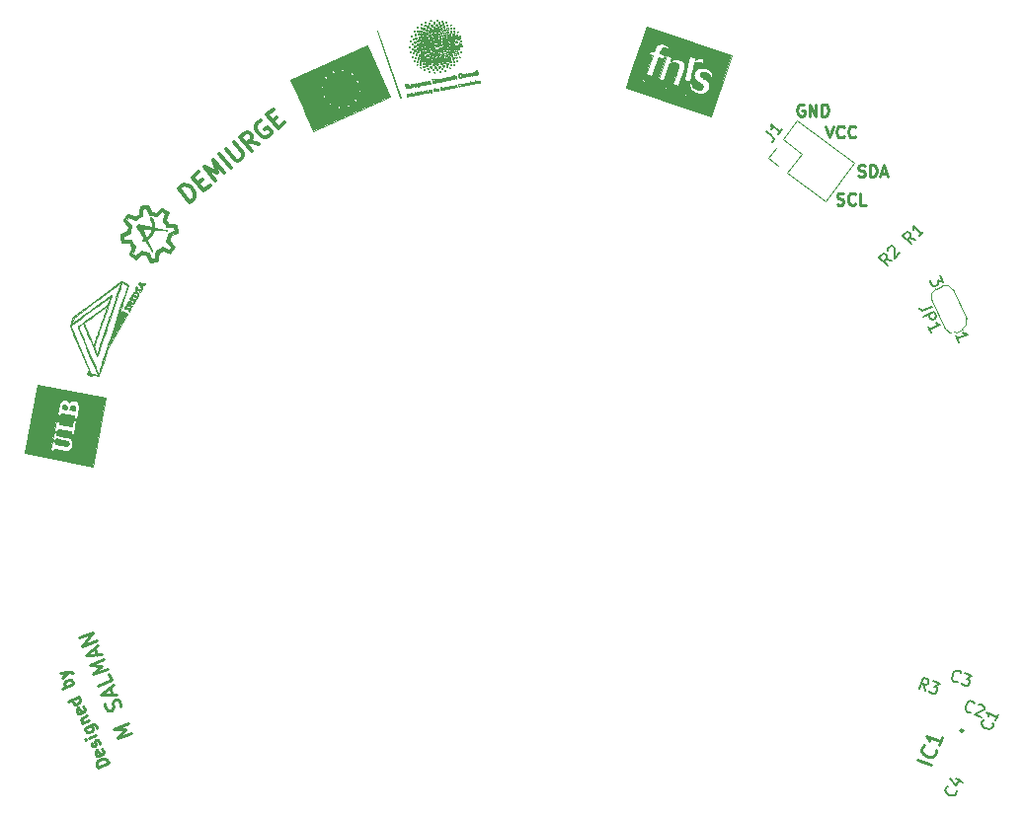
<source format=gto>
G04 #@! TF.GenerationSoftware,KiCad,Pcbnew,(5.1.5)-3*
G04 #@! TF.CreationDate,2020-01-15T14:34:41+01:00*
G04 #@! TF.ProjectId,ring_pcb_5mm_leds,72696e67-5f70-4636-925f-356d6d5f6c65,rev?*
G04 #@! TF.SameCoordinates,Original*
G04 #@! TF.FileFunction,Legend,Top*
G04 #@! TF.FilePolarity,Positive*
%FSLAX46Y46*%
G04 Gerber Fmt 4.6, Leading zero omitted, Abs format (unit mm)*
G04 Created by KiCad (PCBNEW (5.1.5)-3) date 2020-01-15 14:34:41*
%MOMM*%
%LPD*%
G04 APERTURE LIST*
%ADD10C,0.250000*%
%ADD11C,0.280000*%
%ADD12C,0.300000*%
%ADD13C,0.010000*%
%ADD14C,0.120000*%
%ADD15C,0.150000*%
%ADD16C,0.254000*%
G04 APERTURE END LIST*
D10*
X109152843Y-104459650D02*
X108239297Y-104866386D01*
X108142455Y-104648875D01*
X108127852Y-104499000D01*
X108176119Y-104373259D01*
X108243755Y-104291020D01*
X108398396Y-104170045D01*
X108528902Y-104111939D01*
X108722279Y-104077968D01*
X108828652Y-104082733D01*
X108954393Y-104131001D01*
X109056000Y-104242139D01*
X109152843Y-104459650D01*
X108547656Y-103217455D02*
X108629895Y-103285091D01*
X108707369Y-103459100D01*
X108702604Y-103565473D01*
X108634968Y-103647712D01*
X108286950Y-103802659D01*
X108180578Y-103797893D01*
X108098339Y-103730258D01*
X108020865Y-103556249D01*
X108025630Y-103449876D01*
X108093266Y-103367637D01*
X108180271Y-103328900D01*
X108460959Y-103725185D01*
X108373341Y-102825936D02*
X108378106Y-102719563D01*
X108300632Y-102545554D01*
X108218393Y-102477918D01*
X108112021Y-102473153D01*
X108068519Y-102492521D01*
X108000883Y-102574760D01*
X107996117Y-102681133D01*
X108054222Y-102811640D01*
X108049457Y-102918012D01*
X107981821Y-103000251D01*
X107938319Y-103019620D01*
X107831946Y-103014855D01*
X107749707Y-102947219D01*
X107691602Y-102816712D01*
X107696367Y-102710339D01*
X108068211Y-102023528D02*
X107459181Y-102294686D01*
X107154666Y-102430265D02*
X107217537Y-102454399D01*
X107241670Y-102391528D01*
X107178800Y-102367394D01*
X107154666Y-102430265D01*
X107241670Y-102391528D01*
X107091181Y-101468145D02*
X107830718Y-101138882D01*
X107937091Y-101143647D01*
X107999961Y-101167781D01*
X108082200Y-101235417D01*
X108140306Y-101365923D01*
X108135540Y-101472296D01*
X107656709Y-101216356D02*
X107738948Y-101283992D01*
X107816422Y-101458000D01*
X107811657Y-101564373D01*
X107787523Y-101627244D01*
X107719887Y-101709483D01*
X107458874Y-101825693D01*
X107352501Y-101820928D01*
X107289631Y-101796794D01*
X107207392Y-101729158D01*
X107129918Y-101555149D01*
X107134684Y-101448777D01*
X106897497Y-101033123D02*
X107506528Y-100761966D01*
X106984502Y-100994387D02*
X106921631Y-100970253D01*
X106839392Y-100902617D01*
X106781287Y-100772110D01*
X106786052Y-100665738D01*
X106853688Y-100583499D01*
X107332212Y-100370446D01*
X106940078Y-99606776D02*
X107022317Y-99674411D01*
X107099791Y-99848420D01*
X107095026Y-99954793D01*
X107027390Y-100037032D01*
X106679372Y-100191979D01*
X106573000Y-100187214D01*
X106490761Y-100119578D01*
X106413287Y-99945569D01*
X106418052Y-99839196D01*
X106485688Y-99756957D01*
X106572693Y-99718221D01*
X106853381Y-100114505D01*
X106615581Y-98760866D02*
X105702035Y-99167603D01*
X106572078Y-98780234D02*
X106654317Y-98847870D01*
X106731791Y-99021879D01*
X106727026Y-99128252D01*
X106702892Y-99191122D01*
X106635256Y-99273361D01*
X106374243Y-99389572D01*
X106267870Y-99384806D01*
X106205000Y-99360673D01*
X106122761Y-99293037D01*
X106045287Y-99119028D01*
X106050052Y-99012655D01*
X106112002Y-97629810D02*
X105198456Y-98036546D01*
X105546474Y-97881599D02*
X105464235Y-97813963D01*
X105386761Y-97639954D01*
X105391526Y-97533582D01*
X105415660Y-97470711D01*
X105483296Y-97388472D01*
X105744309Y-97272262D01*
X105850682Y-97277027D01*
X105913552Y-97301161D01*
X105995791Y-97368797D01*
X106073265Y-97542805D01*
X106068500Y-97649178D01*
X105173709Y-97161431D02*
X105685897Y-96672762D01*
X104980024Y-96726409D02*
X105685897Y-96672762D01*
X105942144Y-96662924D01*
X106005015Y-96687058D01*
X106087254Y-96754694D01*
D11*
X111144840Y-101849782D02*
X109931185Y-102315660D01*
X110642788Y-101578339D01*
X109620599Y-101506557D01*
X110834254Y-101040679D01*
X110221844Y-99618037D02*
X110213083Y-99422473D01*
X110102159Y-99133508D01*
X109999997Y-99040106D01*
X109920019Y-99004498D01*
X109782248Y-98991074D01*
X109666662Y-99035443D01*
X109573261Y-99137606D01*
X109537652Y-99217584D01*
X109524229Y-99355354D01*
X109555174Y-99608711D01*
X109541751Y-99746482D01*
X109506142Y-99826460D01*
X109412741Y-99928622D01*
X109297155Y-99972992D01*
X109159384Y-99959568D01*
X109079406Y-99923960D01*
X108977244Y-99830558D01*
X108866320Y-99541593D01*
X108857559Y-99346029D01*
X109489185Y-98573099D02*
X109267338Y-97995168D01*
X109880313Y-98555577D02*
X108511365Y-98616904D01*
X109569727Y-97746474D01*
X109192587Y-96763992D02*
X109414434Y-97341922D01*
X108200780Y-97807801D01*
X109037295Y-96359440D02*
X107823640Y-96825318D01*
X108535243Y-96087997D01*
X107513055Y-96016215D01*
X108726709Y-95550337D01*
X108180289Y-95163307D02*
X107958442Y-94585377D01*
X108571416Y-95145785D02*
X107202469Y-95207112D01*
X108260831Y-94336682D01*
X108105538Y-93932131D02*
X106891883Y-94398009D01*
X107839322Y-93238614D01*
X106625667Y-93704492D01*
D10*
X168773142Y-47969953D02*
X168677904Y-47922333D01*
X168535047Y-47922333D01*
X168392189Y-47969953D01*
X168296951Y-48065191D01*
X168249332Y-48160429D01*
X168201713Y-48350905D01*
X168201713Y-48493762D01*
X168249332Y-48684238D01*
X168296951Y-48779476D01*
X168392189Y-48874714D01*
X168535047Y-48922333D01*
X168630285Y-48922333D01*
X168773142Y-48874714D01*
X168820761Y-48827095D01*
X168820761Y-48493762D01*
X168630285Y-48493762D01*
X169249332Y-48922333D02*
X169249332Y-47922333D01*
X169820761Y-48922333D01*
X169820761Y-47922333D01*
X170296951Y-48922333D02*
X170296951Y-47922333D01*
X170535047Y-47922333D01*
X170677904Y-47969953D01*
X170773142Y-48065191D01*
X170820761Y-48160429D01*
X170868380Y-48350905D01*
X170868380Y-48493762D01*
X170820761Y-48684238D01*
X170773142Y-48779476D01*
X170677904Y-48874714D01*
X170535047Y-48922333D01*
X170296951Y-48922333D01*
D12*
X116147490Y-56295403D02*
X115183309Y-55146337D01*
X115456896Y-54916770D01*
X115666962Y-54833747D01*
X115868224Y-54851355D01*
X116014768Y-54914877D01*
X116253139Y-55087833D01*
X116390879Y-55251985D01*
X116519816Y-55516769D01*
X116556925Y-55672117D01*
X116539317Y-55873379D01*
X116421078Y-56065836D01*
X116147490Y-56295403D01*
X116791510Y-54729330D02*
X117174532Y-54407936D01*
X117843732Y-54872088D02*
X117296557Y-55331222D01*
X116332376Y-54182155D01*
X116879550Y-53723021D01*
X118336189Y-54458867D02*
X117372007Y-53309801D01*
X118443731Y-53809169D01*
X118138052Y-52667013D01*
X119102233Y-53816080D01*
X119649408Y-53356946D02*
X118685227Y-52207879D01*
X119232401Y-51748745D02*
X120012929Y-52678942D01*
X120159473Y-52742463D01*
X120260104Y-52751267D01*
X120415452Y-52714158D01*
X120634322Y-52530504D01*
X120697844Y-52383960D01*
X120706648Y-52283329D01*
X120669538Y-52127981D01*
X119889011Y-51197784D01*
X122056976Y-51336756D02*
X121214820Y-51110975D01*
X121400367Y-51887717D02*
X120436185Y-50738650D01*
X120873925Y-50371343D01*
X121029273Y-50334234D01*
X121129904Y-50343038D01*
X121276448Y-50406559D01*
X121414189Y-50570712D01*
X121451298Y-50726060D01*
X121442494Y-50826691D01*
X121378972Y-50973235D01*
X120941233Y-51340542D01*
X122233057Y-49324139D02*
X122077709Y-49361248D01*
X121913557Y-49498988D01*
X121795318Y-49691446D01*
X121777710Y-49892708D01*
X121814819Y-50048056D01*
X121943755Y-50312839D01*
X122081495Y-50476992D01*
X122319866Y-50649948D01*
X122466411Y-50713470D01*
X122667672Y-50731078D01*
X122877738Y-50648055D01*
X122987173Y-50556228D01*
X123105412Y-50363771D01*
X123114216Y-50263140D01*
X122792822Y-49880117D01*
X122573952Y-50063771D01*
X123193453Y-49357462D02*
X123576475Y-49036068D01*
X124245675Y-49500220D02*
X123698500Y-49959354D01*
X122734319Y-48810287D01*
X123281493Y-48351153D01*
D10*
X170627713Y-49772333D02*
X170961047Y-50772333D01*
X171294380Y-49772333D01*
X172199142Y-50677095D02*
X172151523Y-50724714D01*
X172008666Y-50772333D01*
X171913427Y-50772333D01*
X171770570Y-50724714D01*
X171675332Y-50629476D01*
X171627713Y-50534238D01*
X171580094Y-50343762D01*
X171580094Y-50200905D01*
X171627713Y-50010429D01*
X171675332Y-49915191D01*
X171770570Y-49819953D01*
X171913427Y-49772333D01*
X172008666Y-49772333D01*
X172151523Y-49819953D01*
X172199142Y-49867572D01*
X173199142Y-50677095D02*
X173151523Y-50724714D01*
X173008666Y-50772333D01*
X172913427Y-50772333D01*
X172770570Y-50724714D01*
X172675332Y-50629476D01*
X172627713Y-50534238D01*
X172580094Y-50343762D01*
X172580094Y-50200905D01*
X172627713Y-50010429D01*
X172675332Y-49915191D01*
X172770570Y-49819953D01*
X172913427Y-49772333D01*
X173008666Y-49772333D01*
X173151523Y-49819953D01*
X173199142Y-49867572D01*
X171611570Y-56497714D02*
X171754427Y-56545333D01*
X171992523Y-56545333D01*
X172087761Y-56497714D01*
X172135380Y-56450095D01*
X172182999Y-56354857D01*
X172182999Y-56259619D01*
X172135380Y-56164381D01*
X172087761Y-56116762D01*
X171992523Y-56069143D01*
X171802047Y-56021524D01*
X171706808Y-55973905D01*
X171659189Y-55926286D01*
X171611570Y-55831048D01*
X171611570Y-55735810D01*
X171659189Y-55640572D01*
X171706808Y-55592953D01*
X171802047Y-55545333D01*
X172040142Y-55545333D01*
X172182999Y-55592953D01*
X173182999Y-56450095D02*
X173135380Y-56497714D01*
X172992523Y-56545333D01*
X172897285Y-56545333D01*
X172754427Y-56497714D01*
X172659189Y-56402476D01*
X172611570Y-56307238D01*
X172563951Y-56116762D01*
X172563951Y-55973905D01*
X172611570Y-55783429D01*
X172659189Y-55688191D01*
X172754427Y-55592953D01*
X172897285Y-55545333D01*
X172992523Y-55545333D01*
X173135380Y-55592953D01*
X173182999Y-55640572D01*
X174087761Y-56545333D02*
X173611570Y-56545333D01*
X173611570Y-55545333D01*
X173454761Y-54083714D02*
X173597618Y-54131333D01*
X173835713Y-54131333D01*
X173930951Y-54083714D01*
X173978570Y-54036095D01*
X174026189Y-53940857D01*
X174026189Y-53845619D01*
X173978570Y-53750381D01*
X173930951Y-53702762D01*
X173835713Y-53655143D01*
X173645237Y-53607524D01*
X173549999Y-53559905D01*
X173502380Y-53512286D01*
X173454761Y-53417048D01*
X173454761Y-53321810D01*
X173502380Y-53226572D01*
X173549999Y-53178953D01*
X173645237Y-53131333D01*
X173883332Y-53131333D01*
X174026189Y-53178953D01*
X174454761Y-54131333D02*
X174454761Y-53131333D01*
X174692856Y-53131333D01*
X174835713Y-53178953D01*
X174930951Y-53274191D01*
X174978570Y-53369429D01*
X175026189Y-53559905D01*
X175026189Y-53702762D01*
X174978570Y-53893238D01*
X174930951Y-53988476D01*
X174835713Y-54083714D01*
X174692856Y-54131333D01*
X174454761Y-54131333D01*
X175407142Y-53845619D02*
X175883332Y-53845619D01*
X175311904Y-54131333D02*
X175645237Y-53131333D01*
X175978570Y-54131333D01*
D13*
G36*
X136766626Y-40701215D02*
G01*
X136778563Y-40703150D01*
X136789663Y-40708413D01*
X136799151Y-40717192D01*
X136806240Y-40729662D01*
X136806288Y-40729783D01*
X136808570Y-40742153D01*
X136806846Y-40755418D01*
X136801575Y-40768052D01*
X136793211Y-40778522D01*
X136791243Y-40780192D01*
X136784512Y-40783744D01*
X136775041Y-40786761D01*
X136765171Y-40788660D01*
X136757243Y-40788853D01*
X136756870Y-40788795D01*
X136743761Y-40784148D01*
X136732958Y-40775511D01*
X136725229Y-40763732D01*
X136721341Y-40749662D01*
X136721317Y-40749437D01*
X136721826Y-40735184D01*
X136726197Y-40723173D01*
X136733644Y-40713591D01*
X136743384Y-40706617D01*
X136754640Y-40702431D01*
X136766626Y-40701215D01*
G37*
X136766626Y-40701215D02*
X136778563Y-40703150D01*
X136789663Y-40708413D01*
X136799151Y-40717192D01*
X136806240Y-40729662D01*
X136806288Y-40729783D01*
X136808570Y-40742153D01*
X136806846Y-40755418D01*
X136801575Y-40768052D01*
X136793211Y-40778522D01*
X136791243Y-40780192D01*
X136784512Y-40783744D01*
X136775041Y-40786761D01*
X136765171Y-40788660D01*
X136757243Y-40788853D01*
X136756870Y-40788795D01*
X136743761Y-40784148D01*
X136732958Y-40775511D01*
X136725229Y-40763732D01*
X136721341Y-40749662D01*
X136721317Y-40749437D01*
X136721826Y-40735184D01*
X136726197Y-40723173D01*
X136733644Y-40713591D01*
X136743384Y-40706617D01*
X136754640Y-40702431D01*
X136766626Y-40701215D01*
G36*
X136345789Y-40831318D02*
G01*
X136358867Y-40835408D01*
X136370057Y-40843398D01*
X136374156Y-40848204D01*
X136377098Y-40854697D01*
X136379549Y-40864435D01*
X136379964Y-40866512D01*
X136381543Y-40879592D01*
X136380130Y-40889914D01*
X136375255Y-40899126D01*
X136368437Y-40906919D01*
X136359370Y-40913048D01*
X136347627Y-40916944D01*
X136335295Y-40918157D01*
X136324731Y-40916343D01*
X136311623Y-40909112D01*
X136301998Y-40898942D01*
X136296194Y-40886706D01*
X136294555Y-40873276D01*
X136297419Y-40859520D01*
X136300200Y-40853579D01*
X136307987Y-40842992D01*
X136318041Y-40836057D01*
X136331340Y-40831977D01*
X136345789Y-40831318D01*
G37*
X136345789Y-40831318D02*
X136358867Y-40835408D01*
X136370057Y-40843398D01*
X136374156Y-40848204D01*
X136377098Y-40854697D01*
X136379549Y-40864435D01*
X136379964Y-40866512D01*
X136381543Y-40879592D01*
X136380130Y-40889914D01*
X136375255Y-40899126D01*
X136368437Y-40906919D01*
X136359370Y-40913048D01*
X136347627Y-40916944D01*
X136335295Y-40918157D01*
X136324731Y-40916343D01*
X136311623Y-40909112D01*
X136301998Y-40898942D01*
X136296194Y-40886706D01*
X136294555Y-40873276D01*
X136297419Y-40859520D01*
X136300200Y-40853579D01*
X136307987Y-40842992D01*
X136318041Y-40836057D01*
X136331340Y-40831977D01*
X136345789Y-40831318D01*
G36*
X137300582Y-40661402D02*
G01*
X137313534Y-40665328D01*
X137324326Y-40673132D01*
X137332314Y-40684245D01*
X137336861Y-40698104D01*
X137337668Y-40707282D01*
X137335381Y-40719515D01*
X137329047Y-40730734D01*
X137319693Y-40740000D01*
X137308351Y-40746381D01*
X137296049Y-40748935D01*
X137292068Y-40748790D01*
X137277606Y-40745150D01*
X137265472Y-40737844D01*
X137256364Y-40727624D01*
X137250961Y-40715245D01*
X137249858Y-40702617D01*
X137253240Y-40688088D01*
X137260781Y-40676024D01*
X137271892Y-40667085D01*
X137285981Y-40661939D01*
X137286112Y-40661912D01*
X137300582Y-40661402D01*
G37*
X137300582Y-40661402D02*
X137313534Y-40665328D01*
X137324326Y-40673132D01*
X137332314Y-40684245D01*
X137336861Y-40698104D01*
X137337668Y-40707282D01*
X137335381Y-40719515D01*
X137329047Y-40730734D01*
X137319693Y-40740000D01*
X137308351Y-40746381D01*
X137296049Y-40748935D01*
X137292068Y-40748790D01*
X137277606Y-40745150D01*
X137265472Y-40737844D01*
X137256364Y-40727624D01*
X137250961Y-40715245D01*
X137249858Y-40702617D01*
X137253240Y-40688088D01*
X137260781Y-40676024D01*
X137271892Y-40667085D01*
X137285981Y-40661939D01*
X137286112Y-40661912D01*
X137300582Y-40661402D01*
G36*
X135997064Y-41009643D02*
G01*
X136009800Y-41012169D01*
X136021087Y-41018397D01*
X136030248Y-41027634D01*
X136036599Y-41039193D01*
X136039463Y-41052384D01*
X136038154Y-41066515D01*
X136038105Y-41066708D01*
X136032683Y-41078269D01*
X136023549Y-41087662D01*
X136011832Y-41094265D01*
X135998660Y-41097449D01*
X135985162Y-41096590D01*
X135984519Y-41096433D01*
X135971629Y-41090998D01*
X135962087Y-41081872D01*
X135955661Y-41068822D01*
X135954669Y-41065490D01*
X135952774Y-41050161D01*
X135955493Y-41036385D01*
X135962507Y-41024754D01*
X135973503Y-41015851D01*
X135983565Y-41011505D01*
X135997064Y-41009643D01*
G37*
X135997064Y-41009643D02*
X136009800Y-41012169D01*
X136021087Y-41018397D01*
X136030248Y-41027634D01*
X136036599Y-41039193D01*
X136039463Y-41052384D01*
X136038154Y-41066515D01*
X136038105Y-41066708D01*
X136032683Y-41078269D01*
X136023549Y-41087662D01*
X136011832Y-41094265D01*
X135998660Y-41097449D01*
X135985162Y-41096590D01*
X135984519Y-41096433D01*
X135971629Y-41090998D01*
X135962087Y-41081872D01*
X135955661Y-41068822D01*
X135954669Y-41065490D01*
X135952774Y-41050161D01*
X135955493Y-41036385D01*
X135962507Y-41024754D01*
X135973503Y-41015851D01*
X135983565Y-41011505D01*
X135997064Y-41009643D01*
G36*
X137720490Y-40721049D02*
G01*
X137733782Y-40723094D01*
X137745719Y-40729153D01*
X137755383Y-40738987D01*
X137760062Y-40747410D01*
X137763720Y-40761844D01*
X137762671Y-40775906D01*
X137757143Y-40788695D01*
X137747367Y-40799312D01*
X137746628Y-40799877D01*
X137734012Y-40806968D01*
X137721020Y-40809228D01*
X137708080Y-40807286D01*
X137695038Y-40801291D01*
X137685285Y-40791570D01*
X137679154Y-40778533D01*
X137677430Y-40769941D01*
X137677524Y-40754825D01*
X137681873Y-40742351D01*
X137690612Y-40732192D01*
X137693511Y-40729966D01*
X137706760Y-40723260D01*
X137720490Y-40721049D01*
G37*
X137720490Y-40721049D02*
X137733782Y-40723094D01*
X137745719Y-40729153D01*
X137755383Y-40738987D01*
X137760062Y-40747410D01*
X137763720Y-40761844D01*
X137762671Y-40775906D01*
X137757143Y-40788695D01*
X137747367Y-40799312D01*
X137746628Y-40799877D01*
X137734012Y-40806968D01*
X137721020Y-40809228D01*
X137708080Y-40807286D01*
X137695038Y-40801291D01*
X137685285Y-40791570D01*
X137679154Y-40778533D01*
X137677430Y-40769941D01*
X137677524Y-40754825D01*
X137681873Y-40742351D01*
X137690612Y-40732192D01*
X137693511Y-40729966D01*
X137706760Y-40723260D01*
X137720490Y-40721049D01*
G36*
X136610820Y-40942751D02*
G01*
X136624970Y-40944150D01*
X136638313Y-40949029D01*
X136650001Y-40957172D01*
X136659175Y-40968359D01*
X136664986Y-40982374D01*
X136665651Y-40985399D01*
X136666505Y-41001880D01*
X136662986Y-41016810D01*
X136655710Y-41029625D01*
X136645288Y-41039762D01*
X136632335Y-41046659D01*
X136617459Y-41049751D01*
X136601277Y-41048479D01*
X136597928Y-41047648D01*
X136583474Y-41041281D01*
X136572156Y-41031572D01*
X136564229Y-41019364D01*
X136559943Y-41005495D01*
X136559550Y-40990809D01*
X136563306Y-40976145D01*
X136571462Y-40962346D01*
X136572069Y-40961597D01*
X136583516Y-40951256D01*
X136596717Y-40945048D01*
X136610820Y-40942751D01*
G37*
X136610820Y-40942751D02*
X136624970Y-40944150D01*
X136638313Y-40949029D01*
X136650001Y-40957172D01*
X136659175Y-40968359D01*
X136664986Y-40982374D01*
X136665651Y-40985399D01*
X136666505Y-41001880D01*
X136662986Y-41016810D01*
X136655710Y-41029625D01*
X136645288Y-41039762D01*
X136632335Y-41046659D01*
X136617459Y-41049751D01*
X136601277Y-41048479D01*
X136597928Y-41047648D01*
X136583474Y-41041281D01*
X136572156Y-41031572D01*
X136564229Y-41019364D01*
X136559943Y-41005495D01*
X136559550Y-40990809D01*
X136563306Y-40976145D01*
X136571462Y-40962346D01*
X136572069Y-40961597D01*
X136583516Y-40951256D01*
X136596717Y-40945048D01*
X136610820Y-40942751D01*
G36*
X137064350Y-40860909D02*
G01*
X137077931Y-40863735D01*
X137090820Y-40870689D01*
X137098599Y-40877704D01*
X137108257Y-40891495D01*
X137113277Y-40906513D01*
X137113565Y-40922028D01*
X137109032Y-40937315D01*
X137106596Y-40941956D01*
X137096659Y-40954184D01*
X137083651Y-40963030D01*
X137068711Y-40967947D01*
X137052976Y-40968390D01*
X137051796Y-40968226D01*
X137036375Y-40963507D01*
X137023512Y-40954711D01*
X137013871Y-40942480D01*
X137008114Y-40927449D01*
X137007801Y-40925930D01*
X137006921Y-40910121D01*
X137010178Y-40895873D01*
X137016881Y-40883556D01*
X137026339Y-40873534D01*
X137037863Y-40866176D01*
X137050764Y-40861845D01*
X137064350Y-40860909D01*
G37*
X137064350Y-40860909D02*
X137077931Y-40863735D01*
X137090820Y-40870689D01*
X137098599Y-40877704D01*
X137108257Y-40891495D01*
X137113277Y-40906513D01*
X137113565Y-40922028D01*
X137109032Y-40937315D01*
X137106596Y-40941956D01*
X137096659Y-40954184D01*
X137083651Y-40963030D01*
X137068711Y-40967947D01*
X137052976Y-40968390D01*
X137051796Y-40968226D01*
X137036375Y-40963507D01*
X137023512Y-40954711D01*
X137013871Y-40942480D01*
X137008114Y-40927449D01*
X137007801Y-40925930D01*
X137006921Y-40910121D01*
X137010178Y-40895873D01*
X137016881Y-40883556D01*
X137026339Y-40873534D01*
X137037863Y-40866176D01*
X137050764Y-40861845D01*
X137064350Y-40860909D01*
G36*
X136265276Y-41083099D02*
G01*
X136279064Y-41084600D01*
X136291823Y-41089507D01*
X136302982Y-41097296D01*
X136311978Y-41107455D01*
X136318243Y-41119455D01*
X136321208Y-41132781D01*
X136320308Y-41146909D01*
X136314979Y-41161323D01*
X136313951Y-41163157D01*
X136304191Y-41175185D01*
X136291382Y-41184083D01*
X136276726Y-41189312D01*
X136261433Y-41190338D01*
X136255146Y-41189393D01*
X136240714Y-41183912D01*
X136229201Y-41175017D01*
X136220766Y-41163559D01*
X136215569Y-41150387D01*
X136213768Y-41136348D01*
X136215526Y-41122289D01*
X136221000Y-41109061D01*
X136230351Y-41097508D01*
X136236874Y-41092397D01*
X136251023Y-41085526D01*
X136265276Y-41083099D01*
G37*
X136265276Y-41083099D02*
X136279064Y-41084600D01*
X136291823Y-41089507D01*
X136302982Y-41097296D01*
X136311978Y-41107455D01*
X136318243Y-41119455D01*
X136321208Y-41132781D01*
X136320308Y-41146909D01*
X136314979Y-41161323D01*
X136313951Y-41163157D01*
X136304191Y-41175185D01*
X136291382Y-41184083D01*
X136276726Y-41189312D01*
X136261433Y-41190338D01*
X136255146Y-41189393D01*
X136240714Y-41183912D01*
X136229201Y-41175017D01*
X136220766Y-41163559D01*
X136215569Y-41150387D01*
X136213768Y-41136348D01*
X136215526Y-41122289D01*
X136221000Y-41109061D01*
X136230351Y-41097508D01*
X136236874Y-41092397D01*
X136251023Y-41085526D01*
X136265276Y-41083099D01*
G36*
X137484950Y-40876662D02*
G01*
X137499809Y-40880195D01*
X137512622Y-40887454D01*
X137522810Y-40897818D01*
X137529796Y-40910664D01*
X137533000Y-40925368D01*
X137531847Y-40941309D01*
X137531008Y-40944714D01*
X137524530Y-40959336D01*
X137514421Y-40971105D01*
X137501499Y-40979383D01*
X137486586Y-40983534D01*
X137480491Y-40983897D01*
X137464564Y-40981554D01*
X137450167Y-40974955D01*
X137438306Y-40964722D01*
X137430705Y-40953071D01*
X137426274Y-40938174D01*
X137426314Y-40923125D01*
X137430380Y-40908812D01*
X137438028Y-40896114D01*
X137448818Y-40885919D01*
X137462303Y-40879112D01*
X137468623Y-40877484D01*
X137484950Y-40876662D01*
G37*
X137484950Y-40876662D02*
X137499809Y-40880195D01*
X137512622Y-40887454D01*
X137522810Y-40897818D01*
X137529796Y-40910664D01*
X137533000Y-40925368D01*
X137531847Y-40941309D01*
X137531008Y-40944714D01*
X137524530Y-40959336D01*
X137514421Y-40971105D01*
X137501499Y-40979383D01*
X137486586Y-40983534D01*
X137480491Y-40983897D01*
X137464564Y-40981554D01*
X137450167Y-40974955D01*
X137438306Y-40964722D01*
X137430705Y-40953071D01*
X137426274Y-40938174D01*
X137426314Y-40923125D01*
X137430380Y-40908812D01*
X137438028Y-40896114D01*
X137448818Y-40885919D01*
X137462303Y-40879112D01*
X137468623Y-40877484D01*
X137484950Y-40876662D01*
G36*
X135638348Y-41290712D02*
G01*
X135652452Y-41291508D01*
X135664519Y-41296253D01*
X135674239Y-41304124D01*
X135681309Y-41314311D01*
X135685419Y-41325994D01*
X135686262Y-41338354D01*
X135683535Y-41350577D01*
X135676928Y-41361845D01*
X135668132Y-41369989D01*
X135656233Y-41376456D01*
X135644257Y-41378412D01*
X135633034Y-41376828D01*
X135619526Y-41371394D01*
X135609393Y-41363089D01*
X135602583Y-41352721D01*
X135599046Y-41341104D01*
X135598734Y-41329042D01*
X135601594Y-41317349D01*
X135607578Y-41306833D01*
X135616634Y-41298305D01*
X135628714Y-41292574D01*
X135638348Y-41290712D01*
G37*
X135638348Y-41290712D02*
X135652452Y-41291508D01*
X135664519Y-41296253D01*
X135674239Y-41304124D01*
X135681309Y-41314311D01*
X135685419Y-41325994D01*
X135686262Y-41338354D01*
X135683535Y-41350577D01*
X135676928Y-41361845D01*
X135668132Y-41369989D01*
X135656233Y-41376456D01*
X135644257Y-41378412D01*
X135633034Y-41376828D01*
X135619526Y-41371394D01*
X135609393Y-41363089D01*
X135602583Y-41352721D01*
X135599046Y-41341104D01*
X135598734Y-41329042D01*
X135601594Y-41317349D01*
X135607578Y-41306833D01*
X135616634Y-41298305D01*
X135628714Y-41292574D01*
X135638348Y-41290712D01*
G36*
X138095747Y-40845891D02*
G01*
X138108983Y-40850148D01*
X138120270Y-40858712D01*
X138128900Y-40871214D01*
X138128964Y-40871347D01*
X138132453Y-40883918D01*
X138131662Y-40897291D01*
X138126931Y-40910143D01*
X138118601Y-40921158D01*
X138115524Y-40923847D01*
X138106656Y-40928537D01*
X138095280Y-40931497D01*
X138083641Y-40932355D01*
X138074065Y-40930765D01*
X138062125Y-40924451D01*
X138053781Y-40915358D01*
X138048432Y-40902721D01*
X138047044Y-40896756D01*
X138047013Y-40896569D01*
X138055733Y-40894873D01*
X138058022Y-40903523D01*
X138061646Y-40909484D01*
X138067644Y-40914851D01*
X138079385Y-40921367D01*
X138091253Y-40922812D01*
X138103304Y-40919187D01*
X138111456Y-40913963D01*
X138118727Y-40905284D01*
X138122117Y-40893997D01*
X138121582Y-40882470D01*
X138117036Y-40870092D01*
X138109159Y-40861419D01*
X138098332Y-40856685D01*
X138084940Y-40856134D01*
X138080504Y-40856816D01*
X138073132Y-40858749D01*
X138067973Y-40861926D01*
X138063079Y-40867730D01*
X138061069Y-40870638D01*
X138056538Y-40878030D01*
X138054687Y-40883889D01*
X138054983Y-40890617D01*
X138055733Y-40894873D01*
X138047013Y-40896569D01*
X138045476Y-40887038D01*
X138045476Y-40880116D01*
X138047211Y-40873907D01*
X138049208Y-40869538D01*
X138057318Y-40858039D01*
X138068600Y-40850273D01*
X138081272Y-40846316D01*
X138095747Y-40845891D01*
G37*
X138095747Y-40845891D02*
X138108983Y-40850148D01*
X138120270Y-40858712D01*
X138128900Y-40871214D01*
X138128964Y-40871347D01*
X138132453Y-40883918D01*
X138131662Y-40897291D01*
X138126931Y-40910143D01*
X138118601Y-40921158D01*
X138115524Y-40923847D01*
X138106656Y-40928537D01*
X138095280Y-40931497D01*
X138083641Y-40932355D01*
X138074065Y-40930765D01*
X138062125Y-40924451D01*
X138053781Y-40915358D01*
X138048432Y-40902721D01*
X138047044Y-40896756D01*
X138047013Y-40896569D01*
X138055733Y-40894873D01*
X138058022Y-40903523D01*
X138061646Y-40909484D01*
X138067644Y-40914851D01*
X138079385Y-40921367D01*
X138091253Y-40922812D01*
X138103304Y-40919187D01*
X138111456Y-40913963D01*
X138118727Y-40905284D01*
X138122117Y-40893997D01*
X138121582Y-40882470D01*
X138117036Y-40870092D01*
X138109159Y-40861419D01*
X138098332Y-40856685D01*
X138084940Y-40856134D01*
X138080504Y-40856816D01*
X138073132Y-40858749D01*
X138067973Y-40861926D01*
X138063079Y-40867730D01*
X138061069Y-40870638D01*
X138056538Y-40878030D01*
X138054687Y-40883889D01*
X138054983Y-40890617D01*
X138055733Y-40894873D01*
X138047013Y-40896569D01*
X138045476Y-40887038D01*
X138045476Y-40880116D01*
X138047211Y-40873907D01*
X138049208Y-40869538D01*
X138057318Y-40858039D01*
X138068600Y-40850273D01*
X138081272Y-40846316D01*
X138095747Y-40845891D01*
G36*
X135933369Y-41298726D02*
G01*
X135948971Y-41300912D01*
X135960983Y-41305865D01*
X135973361Y-41315378D01*
X135982390Y-41328304D01*
X135987235Y-41342626D01*
X135987987Y-41358335D01*
X135984443Y-41372946D01*
X135977234Y-41385780D01*
X135967000Y-41396152D01*
X135954367Y-41403381D01*
X135939980Y-41406785D01*
X135927898Y-41406338D01*
X135912412Y-41401614D01*
X135899707Y-41393250D01*
X135890100Y-41382048D01*
X135883911Y-41368813D01*
X135881454Y-41354348D01*
X135883051Y-41339457D01*
X135889020Y-41324941D01*
X135893213Y-41318752D01*
X135904657Y-41307802D01*
X135918319Y-41301075D01*
X135933369Y-41298726D01*
G37*
X135933369Y-41298726D02*
X135948971Y-41300912D01*
X135960983Y-41305865D01*
X135973361Y-41315378D01*
X135982390Y-41328304D01*
X135987235Y-41342626D01*
X135987987Y-41358335D01*
X135984443Y-41372946D01*
X135977234Y-41385780D01*
X135967000Y-41396152D01*
X135954367Y-41403381D01*
X135939980Y-41406785D01*
X135927898Y-41406338D01*
X135912412Y-41401614D01*
X135899707Y-41393250D01*
X135890100Y-41382048D01*
X135883911Y-41368813D01*
X135881454Y-41354348D01*
X135883051Y-41339457D01*
X135889020Y-41324941D01*
X135893213Y-41318752D01*
X135904657Y-41307802D01*
X135918319Y-41301075D01*
X135933369Y-41298726D01*
G36*
X136855964Y-41069604D02*
G01*
X136863173Y-41069931D01*
X136871598Y-41071572D01*
X136873094Y-41071926D01*
X136892656Y-41079122D01*
X136909590Y-41090498D01*
X136923339Y-41105673D01*
X136923377Y-41105727D01*
X136928455Y-41113412D01*
X136931711Y-41120093D01*
X136933858Y-41127714D01*
X136935601Y-41138216D01*
X136935827Y-41139837D01*
X136937047Y-41157028D01*
X136935207Y-41171798D01*
X136929930Y-41186042D01*
X136924821Y-41195348D01*
X136914053Y-41208658D01*
X136899801Y-41219642D01*
X136883315Y-41227716D01*
X136865845Y-41232294D01*
X136848645Y-41232790D01*
X136845700Y-41232405D01*
X136826529Y-41227045D01*
X136809229Y-41217645D01*
X136794673Y-41204843D01*
X136783745Y-41189285D01*
X136782128Y-41186021D01*
X136776643Y-41168770D01*
X136775095Y-41150231D01*
X136777357Y-41131752D01*
X136783309Y-41114678D01*
X136789673Y-41104190D01*
X136800565Y-41091644D01*
X136812227Y-41082715D01*
X136826270Y-41076347D01*
X136837110Y-41073167D01*
X136847949Y-41070661D01*
X136855964Y-41069604D01*
G37*
X136855964Y-41069604D02*
X136863173Y-41069931D01*
X136871598Y-41071572D01*
X136873094Y-41071926D01*
X136892656Y-41079122D01*
X136909590Y-41090498D01*
X136923339Y-41105673D01*
X136923377Y-41105727D01*
X136928455Y-41113412D01*
X136931711Y-41120093D01*
X136933858Y-41127714D01*
X136935601Y-41138216D01*
X136935827Y-41139837D01*
X136937047Y-41157028D01*
X136935207Y-41171798D01*
X136929930Y-41186042D01*
X136924821Y-41195348D01*
X136914053Y-41208658D01*
X136899801Y-41219642D01*
X136883315Y-41227716D01*
X136865845Y-41232294D01*
X136848645Y-41232790D01*
X136845700Y-41232405D01*
X136826529Y-41227045D01*
X136809229Y-41217645D01*
X136794673Y-41204843D01*
X136783745Y-41189285D01*
X136782128Y-41186021D01*
X136776643Y-41168770D01*
X136775095Y-41150231D01*
X136777357Y-41131752D01*
X136783309Y-41114678D01*
X136789673Y-41104190D01*
X136800565Y-41091644D01*
X136812227Y-41082715D01*
X136826270Y-41076347D01*
X136837110Y-41073167D01*
X136847949Y-41070661D01*
X136855964Y-41069604D01*
G36*
X137831317Y-40956071D02*
G01*
X137845926Y-40961297D01*
X137858413Y-40970949D01*
X137868357Y-40984781D01*
X137869542Y-40987078D01*
X137873544Y-41000594D01*
X137873353Y-41015182D01*
X137869288Y-41029586D01*
X137861674Y-41042555D01*
X137853089Y-41051172D01*
X137843323Y-41056585D01*
X137830922Y-41060437D01*
X137818129Y-41062224D01*
X137807372Y-41061482D01*
X137795165Y-41056434D01*
X137783736Y-41047816D01*
X137774344Y-41036912D01*
X137768255Y-41024998D01*
X137767109Y-41020671D01*
X137766257Y-41004091D01*
X137769921Y-40988852D01*
X137777594Y-40975652D01*
X137788765Y-40965179D01*
X137802926Y-40958127D01*
X137815014Y-40955519D01*
X137831317Y-40956071D01*
G37*
X137831317Y-40956071D02*
X137845926Y-40961297D01*
X137858413Y-40970949D01*
X137868357Y-40984781D01*
X137869542Y-40987078D01*
X137873544Y-41000594D01*
X137873353Y-41015182D01*
X137869288Y-41029586D01*
X137861674Y-41042555D01*
X137853089Y-41051172D01*
X137843323Y-41056585D01*
X137830922Y-41060437D01*
X137818129Y-41062224D01*
X137807372Y-41061482D01*
X137795165Y-41056434D01*
X137783736Y-41047816D01*
X137774344Y-41036912D01*
X137768255Y-41024998D01*
X137767109Y-41020671D01*
X137766257Y-41004091D01*
X137769921Y-40988852D01*
X137777594Y-40975652D01*
X137788765Y-40965179D01*
X137802926Y-40958127D01*
X137815014Y-40955519D01*
X137831317Y-40956071D01*
G36*
X136506204Y-41176805D02*
G01*
X136525431Y-41180007D01*
X136543425Y-41188117D01*
X136547007Y-41190412D01*
X136559750Y-41200555D01*
X136568966Y-41211906D01*
X136575439Y-41225709D01*
X136579900Y-41242950D01*
X136581946Y-41254591D01*
X136582738Y-41263057D01*
X136582287Y-41270096D01*
X136580599Y-41277453D01*
X136580020Y-41279430D01*
X136572372Y-41296956D01*
X136561045Y-41312275D01*
X136546848Y-41324756D01*
X136530589Y-41333774D01*
X136513074Y-41338701D01*
X136502700Y-41339439D01*
X136485411Y-41337823D01*
X136470069Y-41332855D01*
X136459030Y-41326905D01*
X136443325Y-41314733D01*
X136431835Y-41299971D01*
X136424108Y-41282010D01*
X136423057Y-41278298D01*
X136420001Y-41257798D01*
X136421837Y-41238524D01*
X136428464Y-41220759D01*
X136439791Y-41204790D01*
X136451261Y-41194209D01*
X136460157Y-41187621D01*
X136467525Y-41183454D01*
X136475577Y-41180689D01*
X136485626Y-41178490D01*
X136506204Y-41176805D01*
G37*
X136506204Y-41176805D02*
X136525431Y-41180007D01*
X136543425Y-41188117D01*
X136547007Y-41190412D01*
X136559750Y-41200555D01*
X136568966Y-41211906D01*
X136575439Y-41225709D01*
X136579900Y-41242950D01*
X136581946Y-41254591D01*
X136582738Y-41263057D01*
X136582287Y-41270096D01*
X136580599Y-41277453D01*
X136580020Y-41279430D01*
X136572372Y-41296956D01*
X136561045Y-41312275D01*
X136546848Y-41324756D01*
X136530589Y-41333774D01*
X136513074Y-41338701D01*
X136502700Y-41339439D01*
X136485411Y-41337823D01*
X136470069Y-41332855D01*
X136459030Y-41326905D01*
X136443325Y-41314733D01*
X136431835Y-41299971D01*
X136424108Y-41282010D01*
X136423057Y-41278298D01*
X136420001Y-41257798D01*
X136421837Y-41238524D01*
X136428464Y-41220759D01*
X136439791Y-41204790D01*
X136451261Y-41194209D01*
X136460157Y-41187621D01*
X136467525Y-41183454D01*
X136475577Y-41180689D01*
X136485626Y-41178490D01*
X136506204Y-41176805D01*
G36*
X137277065Y-41040407D02*
G01*
X137285499Y-41039602D01*
X137292516Y-41040038D01*
X137299873Y-41041713D01*
X137302159Y-41042380D01*
X137320602Y-41050284D01*
X137336008Y-41061593D01*
X137348128Y-41075634D01*
X137356710Y-41091722D01*
X137361503Y-41109180D01*
X137362256Y-41127325D01*
X137358720Y-41145479D01*
X137350643Y-41162963D01*
X137348084Y-41166859D01*
X137341115Y-41175425D01*
X137332875Y-41183602D01*
X137329051Y-41186728D01*
X137317028Y-41193485D01*
X137302257Y-41198658D01*
X137286772Y-41201736D01*
X137272605Y-41202206D01*
X137269274Y-41201820D01*
X137249346Y-41196256D01*
X137231861Y-41186250D01*
X137216936Y-41171878D01*
X137211229Y-41164221D01*
X137205731Y-41153003D01*
X137201746Y-41138880D01*
X137199641Y-41123889D01*
X137199781Y-41110077D01*
X137200616Y-41105019D01*
X137206081Y-41089810D01*
X137214928Y-41074531D01*
X137225892Y-41061181D01*
X137231743Y-41055876D01*
X137238069Y-41051212D01*
X137244227Y-41047948D01*
X137251833Y-41045440D01*
X137262498Y-41043043D01*
X137265466Y-41042459D01*
X137277065Y-41040407D01*
G37*
X137277065Y-41040407D02*
X137285499Y-41039602D01*
X137292516Y-41040038D01*
X137299873Y-41041713D01*
X137302159Y-41042380D01*
X137320602Y-41050284D01*
X137336008Y-41061593D01*
X137348128Y-41075634D01*
X137356710Y-41091722D01*
X137361503Y-41109180D01*
X137362256Y-41127325D01*
X137358720Y-41145479D01*
X137350643Y-41162963D01*
X137348084Y-41166859D01*
X137341115Y-41175425D01*
X137332875Y-41183602D01*
X137329051Y-41186728D01*
X137317028Y-41193485D01*
X137302257Y-41198658D01*
X137286772Y-41201736D01*
X137272605Y-41202206D01*
X137269274Y-41201820D01*
X137249346Y-41196256D01*
X137231861Y-41186250D01*
X137216936Y-41171878D01*
X137211229Y-41164221D01*
X137205731Y-41153003D01*
X137201746Y-41138880D01*
X137199641Y-41123889D01*
X137199781Y-41110077D01*
X137200616Y-41105019D01*
X137206081Y-41089810D01*
X137214928Y-41074531D01*
X137225892Y-41061181D01*
X137231743Y-41055876D01*
X137238069Y-41051212D01*
X137244227Y-41047948D01*
X137251833Y-41045440D01*
X137262498Y-41043043D01*
X137265466Y-41042459D01*
X137277065Y-41040407D01*
G36*
X136186821Y-41342987D02*
G01*
X136195558Y-41342500D01*
X136203781Y-41343492D01*
X136210901Y-41345209D01*
X136229240Y-41352517D01*
X136244519Y-41363256D01*
X136256588Y-41376736D01*
X136265291Y-41392275D01*
X136270477Y-41409192D01*
X136271992Y-41426799D01*
X136269681Y-41444414D01*
X136263394Y-41461349D01*
X136252975Y-41476923D01*
X136242656Y-41487056D01*
X136229505Y-41495260D01*
X136213427Y-41501250D01*
X136196261Y-41504565D01*
X136179849Y-41504743D01*
X136175076Y-41504063D01*
X136156502Y-41498206D01*
X136140311Y-41487961D01*
X136126235Y-41473157D01*
X136126009Y-41472859D01*
X136119612Y-41463878D01*
X136115565Y-41456220D01*
X136112839Y-41447571D01*
X136111037Y-41439007D01*
X136109156Y-41421638D01*
X136110865Y-41406163D01*
X136116484Y-41390954D01*
X136122618Y-41380068D01*
X136133523Y-41365805D01*
X136146291Y-41355467D01*
X136161942Y-41348376D01*
X136175391Y-41344931D01*
X136186821Y-41342987D01*
G37*
X136186821Y-41342987D02*
X136195558Y-41342500D01*
X136203781Y-41343492D01*
X136210901Y-41345209D01*
X136229240Y-41352517D01*
X136244519Y-41363256D01*
X136256588Y-41376736D01*
X136265291Y-41392275D01*
X136270477Y-41409192D01*
X136271992Y-41426799D01*
X136269681Y-41444414D01*
X136263394Y-41461349D01*
X136252975Y-41476923D01*
X136242656Y-41487056D01*
X136229505Y-41495260D01*
X136213427Y-41501250D01*
X136196261Y-41504565D01*
X136179849Y-41504743D01*
X136175076Y-41504063D01*
X136156502Y-41498206D01*
X136140311Y-41487961D01*
X136126235Y-41473157D01*
X136126009Y-41472859D01*
X136119612Y-41463878D01*
X136115565Y-41456220D01*
X136112839Y-41447571D01*
X136111037Y-41439007D01*
X136109156Y-41421638D01*
X136110865Y-41406163D01*
X136116484Y-41390954D01*
X136122618Y-41380068D01*
X136133523Y-41365805D01*
X136146291Y-41355467D01*
X136161942Y-41348376D01*
X136175391Y-41344931D01*
X136186821Y-41342987D01*
G36*
X137580552Y-41079926D02*
G01*
X137589291Y-41079622D01*
X137598277Y-41080944D01*
X137606739Y-41083062D01*
X137625569Y-41090628D01*
X137641432Y-41102131D01*
X137653871Y-41117223D01*
X137655898Y-41120622D01*
X137661977Y-41135356D01*
X137665443Y-41152267D01*
X137666020Y-41169257D01*
X137664061Y-41182087D01*
X137656772Y-41200116D01*
X137645634Y-41215649D01*
X137631383Y-41228154D01*
X137614761Y-41237103D01*
X137596500Y-41241961D01*
X137580126Y-41242472D01*
X137564501Y-41240101D01*
X137550990Y-41235149D01*
X137537347Y-41226761D01*
X137535923Y-41225726D01*
X137521912Y-41212520D01*
X137511916Y-41196973D01*
X137505927Y-41179837D01*
X137503926Y-41161861D01*
X137505904Y-41143797D01*
X137511845Y-41126397D01*
X137521738Y-41110412D01*
X137535567Y-41096592D01*
X137538230Y-41094572D01*
X137546951Y-41088948D01*
X137555866Y-41085140D01*
X137567229Y-41082225D01*
X137569502Y-41081767D01*
X137580552Y-41079926D01*
G37*
X137580552Y-41079926D02*
X137589291Y-41079622D01*
X137598277Y-41080944D01*
X137606739Y-41083062D01*
X137625569Y-41090628D01*
X137641432Y-41102131D01*
X137653871Y-41117223D01*
X137655898Y-41120622D01*
X137661977Y-41135356D01*
X137665443Y-41152267D01*
X137666020Y-41169257D01*
X137664061Y-41182087D01*
X137656772Y-41200116D01*
X137645634Y-41215649D01*
X137631383Y-41228154D01*
X137614761Y-41237103D01*
X137596500Y-41241961D01*
X137580126Y-41242472D01*
X137564501Y-41240101D01*
X137550990Y-41235149D01*
X137537347Y-41226761D01*
X137535923Y-41225726D01*
X137521912Y-41212520D01*
X137511916Y-41196973D01*
X137505927Y-41179837D01*
X137503926Y-41161861D01*
X137505904Y-41143797D01*
X137511845Y-41126397D01*
X137521738Y-41110412D01*
X137535567Y-41096592D01*
X137538230Y-41094572D01*
X137546951Y-41088948D01*
X137555866Y-41085140D01*
X137567229Y-41082225D01*
X137569502Y-41081767D01*
X137580552Y-41079926D01*
G36*
X135364840Y-41622890D02*
G01*
X135367843Y-41623309D01*
X135378756Y-41626833D01*
X135389215Y-41632935D01*
X135397490Y-41640451D01*
X135400939Y-41645669D01*
X135403938Y-41655845D01*
X135404945Y-41667803D01*
X135403895Y-41679144D01*
X135402051Y-41685099D01*
X135394684Y-41695776D01*
X135384110Y-41704021D01*
X135371687Y-41709195D01*
X135358777Y-41710648D01*
X135350943Y-41709342D01*
X135336881Y-41703138D01*
X135326836Y-41693930D01*
X135320531Y-41681422D01*
X135319071Y-41675810D01*
X135318319Y-41661350D01*
X135321802Y-41648197D01*
X135328859Y-41637061D01*
X135338824Y-41628655D01*
X135351040Y-41623692D01*
X135364840Y-41622890D01*
G37*
X135364840Y-41622890D02*
X135367843Y-41623309D01*
X135378756Y-41626833D01*
X135389215Y-41632935D01*
X135397490Y-41640451D01*
X135400939Y-41645669D01*
X135403938Y-41655845D01*
X135404945Y-41667803D01*
X135403895Y-41679144D01*
X135402051Y-41685099D01*
X135394684Y-41695776D01*
X135384110Y-41704021D01*
X135371687Y-41709195D01*
X135358777Y-41710648D01*
X135350943Y-41709342D01*
X135336881Y-41703138D01*
X135326836Y-41693930D01*
X135320531Y-41681422D01*
X135319071Y-41675810D01*
X135318319Y-41661350D01*
X135321802Y-41648197D01*
X135328859Y-41637061D01*
X135338824Y-41628655D01*
X135351040Y-41623692D01*
X135364840Y-41622890D01*
G36*
X135675200Y-41562757D02*
G01*
X135678165Y-41563509D01*
X135692525Y-41569788D01*
X135703662Y-41579232D01*
X135711493Y-41591013D01*
X135715926Y-41604299D01*
X135716877Y-41618262D01*
X135714260Y-41632068D01*
X135707986Y-41644887D01*
X135697968Y-41655890D01*
X135688489Y-41662170D01*
X135678531Y-41666878D01*
X135670484Y-41669038D01*
X135662146Y-41669094D01*
X135657078Y-41668454D01*
X135641706Y-41664195D01*
X135629251Y-41656217D01*
X135621166Y-41647428D01*
X135612814Y-41632846D01*
X135609426Y-41617645D01*
X135611016Y-41602285D01*
X135617602Y-41587219D01*
X135619090Y-41584911D01*
X135630205Y-41572461D01*
X135643512Y-41564525D01*
X135658639Y-41561246D01*
X135675200Y-41562757D01*
G37*
X135675200Y-41562757D02*
X135678165Y-41563509D01*
X135692525Y-41569788D01*
X135703662Y-41579232D01*
X135711493Y-41591013D01*
X135715926Y-41604299D01*
X135716877Y-41618262D01*
X135714260Y-41632068D01*
X135707986Y-41644887D01*
X135697968Y-41655890D01*
X135688489Y-41662170D01*
X135678531Y-41666878D01*
X135670484Y-41669038D01*
X135662146Y-41669094D01*
X135657078Y-41668454D01*
X135641706Y-41664195D01*
X135629251Y-41656217D01*
X135621166Y-41647428D01*
X135612814Y-41632846D01*
X135609426Y-41617645D01*
X135611016Y-41602285D01*
X135617602Y-41587219D01*
X135619090Y-41584911D01*
X135630205Y-41572461D01*
X135643512Y-41564525D01*
X135658639Y-41561246D01*
X135675200Y-41562757D01*
G36*
X138467229Y-41052185D02*
G01*
X138479639Y-41055735D01*
X138489969Y-41062623D01*
X138497852Y-41072067D01*
X138502919Y-41083287D01*
X138504803Y-41095506D01*
X138503136Y-41107936D01*
X138497549Y-41119802D01*
X138489097Y-41129161D01*
X138477501Y-41135917D01*
X138463860Y-41139026D01*
X138449974Y-41138162D01*
X138445844Y-41137017D01*
X138435440Y-41131304D01*
X138426203Y-41122338D01*
X138419593Y-41111760D01*
X138418171Y-41107363D01*
X138428210Y-41105410D01*
X138432830Y-41115243D01*
X138440963Y-41123204D01*
X138448352Y-41126973D01*
X138460285Y-41128900D01*
X138472604Y-41126700D01*
X138483362Y-41120764D01*
X138484502Y-41119774D01*
X138491567Y-41110156D01*
X138494637Y-41098738D01*
X138493647Y-41086935D01*
X138488539Y-41076162D01*
X138486494Y-41073667D01*
X138476148Y-41065422D01*
X138464473Y-41062054D01*
X138454495Y-41062710D01*
X138442967Y-41067100D01*
X138434480Y-41074553D01*
X138429129Y-41084079D01*
X138427007Y-41094694D01*
X138428210Y-41105410D01*
X138418171Y-41107363D01*
X138417475Y-41105211D01*
X138417025Y-41094420D01*
X138418955Y-41082501D01*
X138422771Y-41072305D01*
X138423287Y-41071409D01*
X138432049Y-41061728D01*
X138444584Y-41055056D01*
X138453106Y-41052753D01*
X138467229Y-41052185D01*
G37*
X138467229Y-41052185D02*
X138479639Y-41055735D01*
X138489969Y-41062623D01*
X138497852Y-41072067D01*
X138502919Y-41083287D01*
X138504803Y-41095506D01*
X138503136Y-41107936D01*
X138497549Y-41119802D01*
X138489097Y-41129161D01*
X138477501Y-41135917D01*
X138463860Y-41139026D01*
X138449974Y-41138162D01*
X138445844Y-41137017D01*
X138435440Y-41131304D01*
X138426203Y-41122338D01*
X138419593Y-41111760D01*
X138418171Y-41107363D01*
X138428210Y-41105410D01*
X138432830Y-41115243D01*
X138440963Y-41123204D01*
X138448352Y-41126973D01*
X138460285Y-41128900D01*
X138472604Y-41126700D01*
X138483362Y-41120764D01*
X138484502Y-41119774D01*
X138491567Y-41110156D01*
X138494637Y-41098738D01*
X138493647Y-41086935D01*
X138488539Y-41076162D01*
X138486494Y-41073667D01*
X138476148Y-41065422D01*
X138464473Y-41062054D01*
X138454495Y-41062710D01*
X138442967Y-41067100D01*
X138434480Y-41074553D01*
X138429129Y-41084079D01*
X138427007Y-41094694D01*
X138428210Y-41105410D01*
X138418171Y-41107363D01*
X138417475Y-41105211D01*
X138417025Y-41094420D01*
X138418955Y-41082501D01*
X138422771Y-41072305D01*
X138423287Y-41071409D01*
X138432049Y-41061728D01*
X138444584Y-41055056D01*
X138453106Y-41052753D01*
X138467229Y-41052185D01*
G36*
X138169960Y-41107468D02*
G01*
X138184078Y-41108863D01*
X138197351Y-41113864D01*
X138208956Y-41122259D01*
X138218068Y-41133838D01*
X138223864Y-41148392D01*
X138224432Y-41150988D01*
X138225256Y-41167167D01*
X138221670Y-41182010D01*
X138214287Y-41194875D01*
X138203718Y-41205126D01*
X138190572Y-41212124D01*
X138175457Y-41215226D01*
X138163532Y-41214667D01*
X138149006Y-41210139D01*
X138136969Y-41201881D01*
X138127748Y-41190756D01*
X138121662Y-41177627D01*
X138119300Y-41164800D01*
X138128547Y-41163003D01*
X138131529Y-41175839D01*
X138138090Y-41187564D01*
X138147555Y-41197002D01*
X138159251Y-41202976D01*
X138160245Y-41203265D01*
X138174457Y-41205194D01*
X138187346Y-41202491D01*
X138198840Y-41195820D01*
X138208344Y-41185685D01*
X138213988Y-41172964D01*
X138215345Y-41158821D01*
X138214613Y-41153145D01*
X138211851Y-41143101D01*
X138207352Y-41135422D01*
X138199911Y-41128338D01*
X138195318Y-41124899D01*
X138183172Y-41119038D01*
X138170287Y-41117605D01*
X138157609Y-41120237D01*
X138146079Y-41126565D01*
X138136642Y-41136229D01*
X138130242Y-41148860D01*
X138129819Y-41150228D01*
X138128547Y-41163003D01*
X138119300Y-41164800D01*
X138119034Y-41163359D01*
X138120189Y-41148815D01*
X138125449Y-41134859D01*
X138130785Y-41127034D01*
X138142489Y-41116344D01*
X138155824Y-41109893D01*
X138169960Y-41107468D01*
G37*
X138169960Y-41107468D02*
X138184078Y-41108863D01*
X138197351Y-41113864D01*
X138208956Y-41122259D01*
X138218068Y-41133838D01*
X138223864Y-41148392D01*
X138224432Y-41150988D01*
X138225256Y-41167167D01*
X138221670Y-41182010D01*
X138214287Y-41194875D01*
X138203718Y-41205126D01*
X138190572Y-41212124D01*
X138175457Y-41215226D01*
X138163532Y-41214667D01*
X138149006Y-41210139D01*
X138136969Y-41201881D01*
X138127748Y-41190756D01*
X138121662Y-41177627D01*
X138119300Y-41164800D01*
X138128547Y-41163003D01*
X138131529Y-41175839D01*
X138138090Y-41187564D01*
X138147555Y-41197002D01*
X138159251Y-41202976D01*
X138160245Y-41203265D01*
X138174457Y-41205194D01*
X138187346Y-41202491D01*
X138198840Y-41195820D01*
X138208344Y-41185685D01*
X138213988Y-41172964D01*
X138215345Y-41158821D01*
X138214613Y-41153145D01*
X138211851Y-41143101D01*
X138207352Y-41135422D01*
X138199911Y-41128338D01*
X138195318Y-41124899D01*
X138183172Y-41119038D01*
X138170287Y-41117605D01*
X138157609Y-41120237D01*
X138146079Y-41126565D01*
X138136642Y-41136229D01*
X138130242Y-41148860D01*
X138129819Y-41150228D01*
X138128547Y-41163003D01*
X138119300Y-41164800D01*
X138119034Y-41163359D01*
X138120189Y-41148815D01*
X138125449Y-41134859D01*
X138130785Y-41127034D01*
X138142489Y-41116344D01*
X138155824Y-41109893D01*
X138169960Y-41107468D01*
G36*
X136726711Y-41350249D02*
G01*
X136745870Y-41351573D01*
X136764525Y-41357320D01*
X136779977Y-41366199D01*
X136793159Y-41377099D01*
X136802463Y-41388443D01*
X136808847Y-41401734D01*
X136813259Y-41418475D01*
X136813325Y-41418811D01*
X136815354Y-41430729D01*
X136815977Y-41439789D01*
X136815210Y-41448006D01*
X136813671Y-41455088D01*
X136807444Y-41473152D01*
X136798358Y-41487866D01*
X136785559Y-41500538D01*
X136782783Y-41502714D01*
X136768245Y-41511539D01*
X136751868Y-41517853D01*
X136735370Y-41521141D01*
X136721967Y-41521096D01*
X136710429Y-41519131D01*
X136700785Y-41516030D01*
X136690696Y-41510937D01*
X136685100Y-41507590D01*
X136669537Y-41495194D01*
X136657697Y-41479950D01*
X136649730Y-41462630D01*
X136645792Y-41444003D01*
X136646041Y-41424844D01*
X136650629Y-41405921D01*
X136659714Y-41388009D01*
X136660721Y-41386523D01*
X136674051Y-41371487D01*
X136690016Y-41360340D01*
X136707831Y-41353217D01*
X136726711Y-41350249D01*
G37*
X136726711Y-41350249D02*
X136745870Y-41351573D01*
X136764525Y-41357320D01*
X136779977Y-41366199D01*
X136793159Y-41377099D01*
X136802463Y-41388443D01*
X136808847Y-41401734D01*
X136813259Y-41418475D01*
X136813325Y-41418811D01*
X136815354Y-41430729D01*
X136815977Y-41439789D01*
X136815210Y-41448006D01*
X136813671Y-41455088D01*
X136807444Y-41473152D01*
X136798358Y-41487866D01*
X136785559Y-41500538D01*
X136782783Y-41502714D01*
X136768245Y-41511539D01*
X136751868Y-41517853D01*
X136735370Y-41521141D01*
X136721967Y-41521096D01*
X136710429Y-41519131D01*
X136700785Y-41516030D01*
X136690696Y-41510937D01*
X136685100Y-41507590D01*
X136669537Y-41495194D01*
X136657697Y-41479950D01*
X136649730Y-41462630D01*
X136645792Y-41444003D01*
X136646041Y-41424844D01*
X136650629Y-41405921D01*
X136659714Y-41388009D01*
X136660721Y-41386523D01*
X136674051Y-41371487D01*
X136690016Y-41360340D01*
X136707831Y-41353217D01*
X136726711Y-41350249D01*
G36*
X137084044Y-41285055D02*
G01*
X137092647Y-41284279D01*
X137100044Y-41284756D01*
X137108088Y-41286492D01*
X137110665Y-41287191D01*
X137128342Y-41294393D01*
X137144521Y-41305305D01*
X137157579Y-41318805D01*
X137158604Y-41320190D01*
X137164590Y-41331275D01*
X137169277Y-41345286D01*
X137172349Y-41360519D01*
X137173487Y-41375264D01*
X137172374Y-41387817D01*
X137171689Y-41390473D01*
X137166939Y-41404137D01*
X137161727Y-41414582D01*
X137155010Y-41423641D01*
X137149372Y-41429620D01*
X137132734Y-41442891D01*
X137114242Y-41451442D01*
X137093951Y-41455244D01*
X137090308Y-41455418D01*
X137070714Y-41453511D01*
X137051927Y-41446993D01*
X137034910Y-41436326D01*
X137020629Y-41421973D01*
X137020609Y-41421948D01*
X137011638Y-41406869D01*
X137005683Y-41389143D01*
X137003166Y-41370497D01*
X137004144Y-41354630D01*
X137008996Y-41338715D01*
X137017650Y-41322788D01*
X137029089Y-41308458D01*
X137038642Y-41299906D01*
X137045261Y-41295386D01*
X137052004Y-41292157D01*
X137060511Y-41289592D01*
X137072373Y-41287079D01*
X137084044Y-41285055D01*
G37*
X137084044Y-41285055D02*
X137092647Y-41284279D01*
X137100044Y-41284756D01*
X137108088Y-41286492D01*
X137110665Y-41287191D01*
X137128342Y-41294393D01*
X137144521Y-41305305D01*
X137157579Y-41318805D01*
X137158604Y-41320190D01*
X137164590Y-41331275D01*
X137169277Y-41345286D01*
X137172349Y-41360519D01*
X137173487Y-41375264D01*
X137172374Y-41387817D01*
X137171689Y-41390473D01*
X137166939Y-41404137D01*
X137161727Y-41414582D01*
X137155010Y-41423641D01*
X137149372Y-41429620D01*
X137132734Y-41442891D01*
X137114242Y-41451442D01*
X137093951Y-41455244D01*
X137090308Y-41455418D01*
X137070714Y-41453511D01*
X137051927Y-41446993D01*
X137034910Y-41436326D01*
X137020629Y-41421973D01*
X137020609Y-41421948D01*
X137011638Y-41406869D01*
X137005683Y-41389143D01*
X137003166Y-41370497D01*
X137004144Y-41354630D01*
X137008996Y-41338715D01*
X137017650Y-41322788D01*
X137029089Y-41308458D01*
X137038642Y-41299906D01*
X137045261Y-41295386D01*
X137052004Y-41292157D01*
X137060511Y-41289592D01*
X137072373Y-41287079D01*
X137084044Y-41285055D01*
G36*
X137898035Y-41177869D02*
G01*
X137917797Y-41180888D01*
X137934634Y-41187694D01*
X137949306Y-41198712D01*
X137961973Y-41213528D01*
X137970764Y-41229964D01*
X137975274Y-41248209D01*
X137975479Y-41267297D01*
X137971355Y-41286265D01*
X137964237Y-41301896D01*
X137954519Y-41314231D01*
X137941284Y-41325049D01*
X137925919Y-41333591D01*
X137909813Y-41339094D01*
X137894352Y-41340802D01*
X137893313Y-41340759D01*
X137874679Y-41337697D01*
X137857022Y-41330923D01*
X137841818Y-41321080D01*
X137835994Y-41315637D01*
X137824252Y-41299932D01*
X137816892Y-41283035D01*
X137814826Y-41271917D01*
X137823952Y-41270144D01*
X137828681Y-41287213D01*
X137837973Y-41302145D01*
X137851414Y-41314786D01*
X137867991Y-41324498D01*
X137885435Y-41329612D01*
X137903029Y-41330117D01*
X137920066Y-41325996D01*
X137935824Y-41317233D01*
X137936710Y-41316561D01*
X137950559Y-41302762D01*
X137960476Y-41285848D01*
X137963772Y-41276695D01*
X137966069Y-41260809D01*
X137964432Y-41243946D01*
X137959192Y-41227902D01*
X137952967Y-41217312D01*
X137941174Y-41205207D01*
X137926436Y-41195771D01*
X137910063Y-41189530D01*
X137893360Y-41187020D01*
X137881120Y-41187963D01*
X137865952Y-41193286D01*
X137851804Y-41202609D01*
X137839592Y-41214925D01*
X137830236Y-41229233D01*
X137824656Y-41244531D01*
X137823688Y-41250702D01*
X137823952Y-41270144D01*
X137814826Y-41271917D01*
X137813644Y-41265558D01*
X137814231Y-41248111D01*
X137818375Y-41231307D01*
X137825802Y-41215759D01*
X137836237Y-41202077D01*
X137849403Y-41190873D01*
X137865025Y-41182759D01*
X137882829Y-41178348D01*
X137898035Y-41177869D01*
G37*
X137898035Y-41177869D02*
X137917797Y-41180888D01*
X137934634Y-41187694D01*
X137949306Y-41198712D01*
X137961973Y-41213528D01*
X137970764Y-41229964D01*
X137975274Y-41248209D01*
X137975479Y-41267297D01*
X137971355Y-41286265D01*
X137964237Y-41301896D01*
X137954519Y-41314231D01*
X137941284Y-41325049D01*
X137925919Y-41333591D01*
X137909813Y-41339094D01*
X137894352Y-41340802D01*
X137893313Y-41340759D01*
X137874679Y-41337697D01*
X137857022Y-41330923D01*
X137841818Y-41321080D01*
X137835994Y-41315637D01*
X137824252Y-41299932D01*
X137816892Y-41283035D01*
X137814826Y-41271917D01*
X137823952Y-41270144D01*
X137828681Y-41287213D01*
X137837973Y-41302145D01*
X137851414Y-41314786D01*
X137867991Y-41324498D01*
X137885435Y-41329612D01*
X137903029Y-41330117D01*
X137920066Y-41325996D01*
X137935824Y-41317233D01*
X137936710Y-41316561D01*
X137950559Y-41302762D01*
X137960476Y-41285848D01*
X137963772Y-41276695D01*
X137966069Y-41260809D01*
X137964432Y-41243946D01*
X137959192Y-41227902D01*
X137952967Y-41217312D01*
X137941174Y-41205207D01*
X137926436Y-41195771D01*
X137910063Y-41189530D01*
X137893360Y-41187020D01*
X137881120Y-41187963D01*
X137865952Y-41193286D01*
X137851804Y-41202609D01*
X137839592Y-41214925D01*
X137830236Y-41229233D01*
X137824656Y-41244531D01*
X137823688Y-41250702D01*
X137823952Y-41270144D01*
X137814826Y-41271917D01*
X137813644Y-41265558D01*
X137814231Y-41248111D01*
X137818375Y-41231307D01*
X137825802Y-41215759D01*
X137836237Y-41202077D01*
X137849403Y-41190873D01*
X137865025Y-41182759D01*
X137882829Y-41178348D01*
X137898035Y-41177869D01*
G36*
X135917892Y-41563409D02*
G01*
X135926331Y-41562773D01*
X135933652Y-41563469D01*
X135941752Y-41565512D01*
X135941975Y-41565579D01*
X135961453Y-41573752D01*
X135977315Y-41585450D01*
X135989423Y-41600520D01*
X135997633Y-41618806D01*
X136000145Y-41628674D01*
X136002008Y-41639684D01*
X136002327Y-41648381D01*
X136001019Y-41657315D01*
X135998928Y-41665675D01*
X135991375Y-41684870D01*
X135980178Y-41700549D01*
X135965486Y-41712578D01*
X135947446Y-41720821D01*
X135935212Y-41723868D01*
X135924690Y-41725252D01*
X135914491Y-41725706D01*
X135908191Y-41725295D01*
X135889484Y-41719820D01*
X135872845Y-41710101D01*
X135858928Y-41696772D01*
X135848383Y-41680468D01*
X135841863Y-41661827D01*
X135841573Y-41660446D01*
X135839946Y-41640166D01*
X135843157Y-41620799D01*
X135850969Y-41602959D01*
X135863154Y-41587265D01*
X135872380Y-41579200D01*
X135879814Y-41573994D01*
X135886747Y-41570452D01*
X135895035Y-41567822D01*
X135906442Y-41565369D01*
X135917892Y-41563409D01*
G37*
X135917892Y-41563409D02*
X135926331Y-41562773D01*
X135933652Y-41563469D01*
X135941752Y-41565512D01*
X135941975Y-41565579D01*
X135961453Y-41573752D01*
X135977315Y-41585450D01*
X135989423Y-41600520D01*
X135997633Y-41618806D01*
X136000145Y-41628674D01*
X136002008Y-41639684D01*
X136002327Y-41648381D01*
X136001019Y-41657315D01*
X135998928Y-41665675D01*
X135991375Y-41684870D01*
X135980178Y-41700549D01*
X135965486Y-41712578D01*
X135947446Y-41720821D01*
X135935212Y-41723868D01*
X135924690Y-41725252D01*
X135914491Y-41725706D01*
X135908191Y-41725295D01*
X135889484Y-41719820D01*
X135872845Y-41710101D01*
X135858928Y-41696772D01*
X135848383Y-41680468D01*
X135841863Y-41661827D01*
X135841573Y-41660446D01*
X135839946Y-41640166D01*
X135843157Y-41620799D01*
X135850969Y-41602959D01*
X135863154Y-41587265D01*
X135872380Y-41579200D01*
X135879814Y-41573994D01*
X135886747Y-41570452D01*
X135895035Y-41567822D01*
X135906442Y-41565369D01*
X135917892Y-41563409D01*
G36*
X136448306Y-41469768D02*
G01*
X136467843Y-41473071D01*
X136486588Y-41481175D01*
X136494488Y-41486286D01*
X136508999Y-41499709D01*
X136519785Y-41515906D01*
X136526665Y-41534024D01*
X136529454Y-41553199D01*
X136527974Y-41572572D01*
X136522043Y-41591281D01*
X136518187Y-41598726D01*
X136507209Y-41612942D01*
X136492763Y-41624977D01*
X136476066Y-41634158D01*
X136458345Y-41639816D01*
X136440817Y-41641280D01*
X136440559Y-41641268D01*
X136420096Y-41637717D01*
X136401585Y-41629559D01*
X136385507Y-41617050D01*
X136377318Y-41607682D01*
X136371363Y-41599415D01*
X136367439Y-41592428D01*
X136364715Y-41584777D01*
X136362355Y-41574518D01*
X136361725Y-41571319D01*
X136359721Y-41559472D01*
X136359102Y-41550517D01*
X136359862Y-41542458D01*
X136361509Y-41535098D01*
X136368946Y-41515365D01*
X136380195Y-41498950D01*
X136395404Y-41485681D01*
X136409257Y-41477797D01*
X136428578Y-41471323D01*
X136448306Y-41469768D01*
G37*
X136448306Y-41469768D02*
X136467843Y-41473071D01*
X136486588Y-41481175D01*
X136494488Y-41486286D01*
X136508999Y-41499709D01*
X136519785Y-41515906D01*
X136526665Y-41534024D01*
X136529454Y-41553199D01*
X136527974Y-41572572D01*
X136522043Y-41591281D01*
X136518187Y-41598726D01*
X136507209Y-41612942D01*
X136492763Y-41624977D01*
X136476066Y-41634158D01*
X136458345Y-41639816D01*
X136440817Y-41641280D01*
X136440559Y-41641268D01*
X136420096Y-41637717D01*
X136401585Y-41629559D01*
X136385507Y-41617050D01*
X136377318Y-41607682D01*
X136371363Y-41599415D01*
X136367439Y-41592428D01*
X136364715Y-41584777D01*
X136362355Y-41574518D01*
X136361725Y-41571319D01*
X136359721Y-41559472D01*
X136359102Y-41550517D01*
X136359862Y-41542458D01*
X136361509Y-41535098D01*
X136368946Y-41515365D01*
X136380195Y-41498950D01*
X136395404Y-41485681D01*
X136409257Y-41477797D01*
X136428578Y-41471323D01*
X136448306Y-41469768D01*
G36*
X137378797Y-41292981D02*
G01*
X137389716Y-41293340D01*
X137400006Y-41295325D01*
X137419187Y-41302246D01*
X137435201Y-41312521D01*
X137447980Y-41325516D01*
X137457454Y-41340597D01*
X137463553Y-41357126D01*
X137466206Y-41374471D01*
X137465344Y-41391995D01*
X137460899Y-41409064D01*
X137452797Y-41425044D01*
X137440971Y-41439298D01*
X137425349Y-41451193D01*
X137417628Y-41455337D01*
X137405370Y-41460538D01*
X137394591Y-41463210D01*
X137382803Y-41463821D01*
X137374672Y-41463425D01*
X137360163Y-41461400D01*
X137347514Y-41457094D01*
X137334787Y-41449739D01*
X137328344Y-41445099D01*
X137316018Y-41433721D01*
X137306623Y-41419827D01*
X137306432Y-41419469D01*
X137300042Y-41405983D01*
X137296572Y-41393905D01*
X137295607Y-41381101D01*
X137296530Y-41367355D01*
X137298040Y-41357210D01*
X137300563Y-41348872D01*
X137304872Y-41340369D01*
X137310827Y-41331082D01*
X137322305Y-41316528D01*
X137334771Y-41306134D01*
X137349527Y-41299041D01*
X137366246Y-41294696D01*
X137378797Y-41292981D01*
G37*
X137378797Y-41292981D02*
X137389716Y-41293340D01*
X137400006Y-41295325D01*
X137419187Y-41302246D01*
X137435201Y-41312521D01*
X137447980Y-41325516D01*
X137457454Y-41340597D01*
X137463553Y-41357126D01*
X137466206Y-41374471D01*
X137465344Y-41391995D01*
X137460899Y-41409064D01*
X137452797Y-41425044D01*
X137440971Y-41439298D01*
X137425349Y-41451193D01*
X137417628Y-41455337D01*
X137405370Y-41460538D01*
X137394591Y-41463210D01*
X137382803Y-41463821D01*
X137374672Y-41463425D01*
X137360163Y-41461400D01*
X137347514Y-41457094D01*
X137334787Y-41449739D01*
X137328344Y-41445099D01*
X137316018Y-41433721D01*
X137306623Y-41419827D01*
X137306432Y-41419469D01*
X137300042Y-41405983D01*
X137296572Y-41393905D01*
X137295607Y-41381101D01*
X137296530Y-41367355D01*
X137298040Y-41357210D01*
X137300563Y-41348872D01*
X137304872Y-41340369D01*
X137310827Y-41331082D01*
X137322305Y-41316528D01*
X137334771Y-41306134D01*
X137349527Y-41299041D01*
X137366246Y-41294696D01*
X137378797Y-41292981D01*
G36*
X137663073Y-41351992D02*
G01*
X137681281Y-41356196D01*
X137698491Y-41364489D01*
X137714004Y-41376893D01*
X137722174Y-41386282D01*
X137732301Y-41403632D01*
X137737860Y-41422512D01*
X137738813Y-41442157D01*
X137735117Y-41461793D01*
X137726917Y-41480352D01*
X137714630Y-41496559D01*
X137699137Y-41509174D01*
X137681165Y-41517817D01*
X137661443Y-41522107D01*
X137646737Y-41522295D01*
X137627564Y-41518459D01*
X137609528Y-41510060D01*
X137593523Y-41497602D01*
X137583758Y-41486407D01*
X137578769Y-41479010D01*
X137575335Y-41471859D01*
X137572734Y-41463106D01*
X137570583Y-41452742D01*
X137568410Y-41435197D01*
X137569376Y-41420175D01*
X137573783Y-41405983D01*
X137581653Y-41391389D01*
X137594317Y-41375538D01*
X137609492Y-41363648D01*
X137626478Y-41355742D01*
X137644573Y-41351848D01*
X137663073Y-41351992D01*
G37*
X137663073Y-41351992D02*
X137681281Y-41356196D01*
X137698491Y-41364489D01*
X137714004Y-41376893D01*
X137722174Y-41386282D01*
X137732301Y-41403632D01*
X137737860Y-41422512D01*
X137738813Y-41442157D01*
X137735117Y-41461793D01*
X137726917Y-41480352D01*
X137714630Y-41496559D01*
X137699137Y-41509174D01*
X137681165Y-41517817D01*
X137661443Y-41522107D01*
X137646737Y-41522295D01*
X137627564Y-41518459D01*
X137609528Y-41510060D01*
X137593523Y-41497602D01*
X137583758Y-41486407D01*
X137578769Y-41479010D01*
X137575335Y-41471859D01*
X137572734Y-41463106D01*
X137570583Y-41452742D01*
X137568410Y-41435197D01*
X137569376Y-41420175D01*
X137573783Y-41405983D01*
X137581653Y-41391389D01*
X137594317Y-41375538D01*
X137609492Y-41363648D01*
X137626478Y-41355742D01*
X137644573Y-41351848D01*
X137663073Y-41351992D01*
G36*
X136185541Y-41643293D02*
G01*
X136201266Y-41643500D01*
X136207020Y-41644536D01*
X136224294Y-41651039D01*
X136240680Y-41661424D01*
X136254523Y-41674553D01*
X136258724Y-41679956D01*
X136268239Y-41697438D01*
X136273176Y-41715662D01*
X136273850Y-41734015D01*
X136270577Y-41751875D01*
X136263674Y-41768628D01*
X136253454Y-41783656D01*
X136240237Y-41796341D01*
X136224335Y-41806067D01*
X136206064Y-41812214D01*
X136190087Y-41814140D01*
X136171966Y-41812313D01*
X136153876Y-41806180D01*
X136137050Y-41796373D01*
X136122723Y-41783522D01*
X136117512Y-41777045D01*
X136112933Y-41769573D01*
X136109505Y-41760943D01*
X136106596Y-41749455D01*
X136105729Y-41745188D01*
X136103745Y-41733891D01*
X136103065Y-41725411D01*
X136103730Y-41717650D01*
X136105784Y-41708507D01*
X136106510Y-41705798D01*
X136112942Y-41688422D01*
X136122345Y-41674106D01*
X136135668Y-41661481D01*
X136139247Y-41658775D01*
X136152687Y-41651320D01*
X136168733Y-41646028D01*
X136185541Y-41643293D01*
G37*
X136185541Y-41643293D02*
X136201266Y-41643500D01*
X136207020Y-41644536D01*
X136224294Y-41651039D01*
X136240680Y-41661424D01*
X136254523Y-41674553D01*
X136258724Y-41679956D01*
X136268239Y-41697438D01*
X136273176Y-41715662D01*
X136273850Y-41734015D01*
X136270577Y-41751875D01*
X136263674Y-41768628D01*
X136253454Y-41783656D01*
X136240237Y-41796341D01*
X136224335Y-41806067D01*
X136206064Y-41812214D01*
X136190087Y-41814140D01*
X136171966Y-41812313D01*
X136153876Y-41806180D01*
X136137050Y-41796373D01*
X136122723Y-41783522D01*
X136117512Y-41777045D01*
X136112933Y-41769573D01*
X136109505Y-41760943D01*
X136106596Y-41749455D01*
X136105729Y-41745188D01*
X136103745Y-41733891D01*
X136103065Y-41725411D01*
X136103730Y-41717650D01*
X136105784Y-41708507D01*
X136106510Y-41705798D01*
X136112942Y-41688422D01*
X136122345Y-41674106D01*
X136135668Y-41661481D01*
X136139247Y-41658775D01*
X136152687Y-41651320D01*
X136168733Y-41646028D01*
X136185541Y-41643293D01*
G36*
X135442435Y-41890020D02*
G01*
X135456699Y-41893648D01*
X135467434Y-41899931D01*
X135477452Y-41911069D01*
X135484167Y-41924907D01*
X135487253Y-41940088D01*
X135486375Y-41955252D01*
X135483271Y-41965028D01*
X135474837Y-41977968D01*
X135463067Y-41987842D01*
X135449011Y-41994133D01*
X135433728Y-41996329D01*
X135421955Y-41994943D01*
X135407460Y-41989188D01*
X135395870Y-41980070D01*
X135387389Y-41968438D01*
X135382219Y-41955142D01*
X135380561Y-41941029D01*
X135382617Y-41926946D01*
X135388588Y-41913744D01*
X135398679Y-41902269D01*
X135399682Y-41901443D01*
X135412597Y-41893948D01*
X135427293Y-41890131D01*
X135442435Y-41890020D01*
G37*
X135442435Y-41890020D02*
X135456699Y-41893648D01*
X135467434Y-41899931D01*
X135477452Y-41911069D01*
X135484167Y-41924907D01*
X135487253Y-41940088D01*
X135486375Y-41955252D01*
X135483271Y-41965028D01*
X135474837Y-41977968D01*
X135463067Y-41987842D01*
X135449011Y-41994133D01*
X135433728Y-41996329D01*
X135421955Y-41994943D01*
X135407460Y-41989188D01*
X135395870Y-41980070D01*
X135387389Y-41968438D01*
X135382219Y-41955142D01*
X135380561Y-41941029D01*
X135382617Y-41926946D01*
X135388588Y-41913744D01*
X135398679Y-41902269D01*
X135399682Y-41901443D01*
X135412597Y-41893948D01*
X135427293Y-41890131D01*
X135442435Y-41890020D01*
G36*
X136940566Y-41523570D02*
G01*
X136946635Y-41523475D01*
X136968534Y-41526039D01*
X136988281Y-41532737D01*
X137005586Y-41543009D01*
X137020166Y-41556294D01*
X137031735Y-41572032D01*
X137040004Y-41589661D01*
X137044691Y-41608624D01*
X137045504Y-41628358D01*
X137042162Y-41648301D01*
X137034376Y-41667898D01*
X137026744Y-41680253D01*
X137012829Y-41696359D01*
X136996887Y-41708171D01*
X136977988Y-41716322D01*
X136969943Y-41718562D01*
X136956845Y-41721152D01*
X136944853Y-41722422D01*
X136938157Y-41722379D01*
X136917685Y-41718282D01*
X136898711Y-41709966D01*
X136881805Y-41698060D01*
X136867535Y-41683189D01*
X136856477Y-41665978D01*
X136849196Y-41647051D01*
X136846266Y-41627037D01*
X136846291Y-41621667D01*
X136849417Y-41599272D01*
X136856777Y-41578901D01*
X136867896Y-41561017D01*
X136882308Y-41546082D01*
X136899537Y-41534556D01*
X136919112Y-41526896D01*
X136940566Y-41523570D01*
G37*
X136940566Y-41523570D02*
X136946635Y-41523475D01*
X136968534Y-41526039D01*
X136988281Y-41532737D01*
X137005586Y-41543009D01*
X137020166Y-41556294D01*
X137031735Y-41572032D01*
X137040004Y-41589661D01*
X137044691Y-41608624D01*
X137045504Y-41628358D01*
X137042162Y-41648301D01*
X137034376Y-41667898D01*
X137026744Y-41680253D01*
X137012829Y-41696359D01*
X136996887Y-41708171D01*
X136977988Y-41716322D01*
X136969943Y-41718562D01*
X136956845Y-41721152D01*
X136944853Y-41722422D01*
X136938157Y-41722379D01*
X136917685Y-41718282D01*
X136898711Y-41709966D01*
X136881805Y-41698060D01*
X136867535Y-41683189D01*
X136856477Y-41665978D01*
X136849196Y-41647051D01*
X136846266Y-41627037D01*
X136846291Y-41621667D01*
X136849417Y-41599272D01*
X136856777Y-41578901D01*
X136867896Y-41561017D01*
X136882308Y-41546082D01*
X136899537Y-41534556D01*
X136919112Y-41526896D01*
X136940566Y-41523570D01*
G36*
X138492445Y-41322568D02*
G01*
X138507108Y-41326353D01*
X138520453Y-41333697D01*
X138531028Y-41343964D01*
X138533186Y-41347100D01*
X138539610Y-41361649D01*
X138541531Y-41376448D01*
X138539406Y-41390781D01*
X138533688Y-41403923D01*
X138524831Y-41415155D01*
X138513291Y-41423756D01*
X138499524Y-41429004D01*
X138483982Y-41430182D01*
X138480914Y-41429892D01*
X138466103Y-41425696D01*
X138453438Y-41417458D01*
X138443500Y-41405966D01*
X138436864Y-41392007D01*
X138435415Y-41383787D01*
X138444786Y-41381966D01*
X138448096Y-41394399D01*
X138455226Y-41405557D01*
X138463405Y-41412679D01*
X138476909Y-41419116D01*
X138490623Y-41420562D01*
X138504085Y-41417023D01*
X138512103Y-41412328D01*
X138523300Y-41401691D01*
X138529731Y-41389309D01*
X138531428Y-41375097D01*
X138530421Y-41366786D01*
X138525569Y-41354270D01*
X138516927Y-41343959D01*
X138505551Y-41336544D01*
X138492500Y-41332720D01*
X138479074Y-41333132D01*
X138466046Y-41338029D01*
X138455921Y-41346289D01*
X138448880Y-41356982D01*
X138445107Y-41369184D01*
X138444786Y-41381966D01*
X138435415Y-41383787D01*
X138434109Y-41376371D01*
X138434540Y-41366661D01*
X138438310Y-41354977D01*
X138445938Y-41343570D01*
X138456273Y-41333598D01*
X138468173Y-41326217D01*
X138477917Y-41322977D01*
X138492445Y-41322568D01*
G37*
X138492445Y-41322568D02*
X138507108Y-41326353D01*
X138520453Y-41333697D01*
X138531028Y-41343964D01*
X138533186Y-41347100D01*
X138539610Y-41361649D01*
X138541531Y-41376448D01*
X138539406Y-41390781D01*
X138533688Y-41403923D01*
X138524831Y-41415155D01*
X138513291Y-41423756D01*
X138499524Y-41429004D01*
X138483982Y-41430182D01*
X138480914Y-41429892D01*
X138466103Y-41425696D01*
X138453438Y-41417458D01*
X138443500Y-41405966D01*
X138436864Y-41392007D01*
X138435415Y-41383787D01*
X138444786Y-41381966D01*
X138448096Y-41394399D01*
X138455226Y-41405557D01*
X138463405Y-41412679D01*
X138476909Y-41419116D01*
X138490623Y-41420562D01*
X138504085Y-41417023D01*
X138512103Y-41412328D01*
X138523300Y-41401691D01*
X138529731Y-41389309D01*
X138531428Y-41375097D01*
X138530421Y-41366786D01*
X138525569Y-41354270D01*
X138516927Y-41343959D01*
X138505551Y-41336544D01*
X138492500Y-41332720D01*
X138479074Y-41333132D01*
X138466046Y-41338029D01*
X138455921Y-41346289D01*
X138448880Y-41356982D01*
X138445107Y-41369184D01*
X138444786Y-41381966D01*
X138435415Y-41383787D01*
X138434109Y-41376371D01*
X138434540Y-41366661D01*
X138438310Y-41354977D01*
X138445938Y-41343570D01*
X138456273Y-41333598D01*
X138468173Y-41326217D01*
X138477917Y-41322977D01*
X138492445Y-41322568D01*
G36*
X135709043Y-41808563D02*
G01*
X135717731Y-41808237D01*
X135726645Y-41809530D01*
X135735261Y-41811684D01*
X135754092Y-41819250D01*
X135769954Y-41830753D01*
X135782396Y-41845845D01*
X135784422Y-41849242D01*
X135790499Y-41863978D01*
X135793964Y-41880888D01*
X135794544Y-41897879D01*
X135792583Y-41910708D01*
X135785294Y-41928737D01*
X135774157Y-41944270D01*
X135759908Y-41956776D01*
X135743284Y-41965724D01*
X135725023Y-41970581D01*
X135708649Y-41971093D01*
X135692105Y-41968483D01*
X135677905Y-41962965D01*
X135665106Y-41954707D01*
X135652393Y-41943436D01*
X135643486Y-41931058D01*
X135637505Y-41916136D01*
X135634951Y-41905323D01*
X135632878Y-41886418D01*
X135634721Y-41869821D01*
X135640729Y-41854324D01*
X135647725Y-41843237D01*
X135659352Y-41829449D01*
X135671757Y-41819797D01*
X135686326Y-41813376D01*
X135698032Y-41810422D01*
X135709043Y-41808563D01*
G37*
X135709043Y-41808563D02*
X135717731Y-41808237D01*
X135726645Y-41809530D01*
X135735261Y-41811684D01*
X135754092Y-41819250D01*
X135769954Y-41830753D01*
X135782396Y-41845845D01*
X135784422Y-41849242D01*
X135790499Y-41863978D01*
X135793964Y-41880888D01*
X135794544Y-41897879D01*
X135792583Y-41910708D01*
X135785294Y-41928737D01*
X135774157Y-41944270D01*
X135759908Y-41956776D01*
X135743284Y-41965724D01*
X135725023Y-41970581D01*
X135708649Y-41971093D01*
X135692105Y-41968483D01*
X135677905Y-41962965D01*
X135665106Y-41954707D01*
X135652393Y-41943436D01*
X135643486Y-41931058D01*
X135637505Y-41916136D01*
X135634951Y-41905323D01*
X135632878Y-41886418D01*
X135634721Y-41869821D01*
X135640729Y-41854324D01*
X135647725Y-41843237D01*
X135659352Y-41829449D01*
X135671757Y-41819797D01*
X135686326Y-41813376D01*
X135698032Y-41810422D01*
X135709043Y-41808563D01*
G36*
X137208752Y-41499614D02*
G01*
X137229265Y-41502178D01*
X137248970Y-41508932D01*
X137267168Y-41519754D01*
X137283156Y-41534524D01*
X137289510Y-41542514D01*
X137293507Y-41548682D01*
X137296535Y-41555205D01*
X137299090Y-41563483D01*
X137301659Y-41574916D01*
X137302641Y-41579863D01*
X137304920Y-41592297D01*
X137306076Y-41601366D01*
X137306150Y-41608651D01*
X137305180Y-41615731D01*
X137303666Y-41622359D01*
X137296109Y-41642704D01*
X137284529Y-41660707D01*
X137269578Y-41675833D01*
X137251907Y-41687555D01*
X137232170Y-41695341D01*
X137211021Y-41698666D01*
X137209556Y-41698717D01*
X137189368Y-41696848D01*
X137169362Y-41690567D01*
X137150682Y-41680454D01*
X137134473Y-41667079D01*
X137125354Y-41656288D01*
X137116011Y-41639308D01*
X137110014Y-41619864D01*
X137107772Y-41599635D01*
X137108535Y-41586758D01*
X137113048Y-41565842D01*
X137120806Y-41548239D01*
X137132405Y-41532943D01*
X137148448Y-41518946D01*
X137149368Y-41518268D01*
X137168105Y-41507538D01*
X137188133Y-41501360D01*
X137208752Y-41499614D01*
G37*
X137208752Y-41499614D02*
X137229265Y-41502178D01*
X137248970Y-41508932D01*
X137267168Y-41519754D01*
X137283156Y-41534524D01*
X137289510Y-41542514D01*
X137293507Y-41548682D01*
X137296535Y-41555205D01*
X137299090Y-41563483D01*
X137301659Y-41574916D01*
X137302641Y-41579863D01*
X137304920Y-41592297D01*
X137306076Y-41601366D01*
X137306150Y-41608651D01*
X137305180Y-41615731D01*
X137303666Y-41622359D01*
X137296109Y-41642704D01*
X137284529Y-41660707D01*
X137269578Y-41675833D01*
X137251907Y-41687555D01*
X137232170Y-41695341D01*
X137211021Y-41698666D01*
X137209556Y-41698717D01*
X137189368Y-41696848D01*
X137169362Y-41690567D01*
X137150682Y-41680454D01*
X137134473Y-41667079D01*
X137125354Y-41656288D01*
X137116011Y-41639308D01*
X137110014Y-41619864D01*
X137107772Y-41599635D01*
X137108535Y-41586758D01*
X137113048Y-41565842D01*
X137120806Y-41548239D01*
X137132405Y-41532943D01*
X137148448Y-41518946D01*
X137149368Y-41518268D01*
X137168105Y-41507538D01*
X137188133Y-41501360D01*
X137208752Y-41499614D01*
G36*
X138206958Y-41348698D02*
G01*
X138214870Y-41347951D01*
X138221804Y-41348533D01*
X138229743Y-41350524D01*
X138235198Y-41352228D01*
X138253400Y-41360443D01*
X138268288Y-41371894D01*
X138279747Y-41385901D01*
X138287666Y-41401786D01*
X138291929Y-41418869D01*
X138292425Y-41436471D01*
X138289037Y-41453912D01*
X138281653Y-41470511D01*
X138270160Y-41485591D01*
X138259116Y-41495244D01*
X138250498Y-41501061D01*
X138242556Y-41504817D01*
X138232996Y-41507470D01*
X138226800Y-41508695D01*
X138215732Y-41510207D01*
X138204889Y-41510832D01*
X138196800Y-41510453D01*
X138184819Y-41506914D01*
X138171669Y-41500239D01*
X138159053Y-41491484D01*
X138148674Y-41481703D01*
X138146802Y-41479449D01*
X138137903Y-41464392D01*
X138132170Y-41446812D01*
X138131907Y-41444546D01*
X138142762Y-41442436D01*
X138145621Y-41455098D01*
X138148745Y-41464182D01*
X138152681Y-41471182D01*
X138153750Y-41472644D01*
X138162896Y-41482089D01*
X138174576Y-41490577D01*
X138186975Y-41496966D01*
X138197314Y-41499988D01*
X138208042Y-41500376D01*
X138220836Y-41499085D01*
X138233653Y-41496475D01*
X138244453Y-41492912D01*
X138248401Y-41490921D01*
X138262749Y-41479442D01*
X138273330Y-41465151D01*
X138279951Y-41448843D01*
X138282415Y-41431313D01*
X138280529Y-41413360D01*
X138274102Y-41395779D01*
X138272328Y-41392506D01*
X138263331Y-41380998D01*
X138251009Y-41370894D01*
X138236991Y-41363255D01*
X138222903Y-41359141D01*
X138220882Y-41358894D01*
X138211013Y-41358432D01*
X138201614Y-41358782D01*
X138197759Y-41359295D01*
X138180946Y-41365056D01*
X138165922Y-41375087D01*
X138153482Y-41388673D01*
X138144421Y-41405100D01*
X138143221Y-41408279D01*
X138141017Y-41415477D01*
X138140142Y-41421973D01*
X138140568Y-41429524D01*
X138142273Y-41439891D01*
X138142762Y-41442436D01*
X138131907Y-41444546D01*
X138130040Y-41428470D01*
X138131016Y-41415579D01*
X138135990Y-41399350D01*
X138144812Y-41383446D01*
X138156438Y-41369546D01*
X138163622Y-41363379D01*
X138170863Y-41358589D01*
X138178537Y-41355145D01*
X138188426Y-41352346D01*
X138196090Y-41350702D01*
X138206958Y-41348698D01*
G37*
X138206958Y-41348698D02*
X138214870Y-41347951D01*
X138221804Y-41348533D01*
X138229743Y-41350524D01*
X138235198Y-41352228D01*
X138253400Y-41360443D01*
X138268288Y-41371894D01*
X138279747Y-41385901D01*
X138287666Y-41401786D01*
X138291929Y-41418869D01*
X138292425Y-41436471D01*
X138289037Y-41453912D01*
X138281653Y-41470511D01*
X138270160Y-41485591D01*
X138259116Y-41495244D01*
X138250498Y-41501061D01*
X138242556Y-41504817D01*
X138232996Y-41507470D01*
X138226800Y-41508695D01*
X138215732Y-41510207D01*
X138204889Y-41510832D01*
X138196800Y-41510453D01*
X138184819Y-41506914D01*
X138171669Y-41500239D01*
X138159053Y-41491484D01*
X138148674Y-41481703D01*
X138146802Y-41479449D01*
X138137903Y-41464392D01*
X138132170Y-41446812D01*
X138131907Y-41444546D01*
X138142762Y-41442436D01*
X138145621Y-41455098D01*
X138148745Y-41464182D01*
X138152681Y-41471182D01*
X138153750Y-41472644D01*
X138162896Y-41482089D01*
X138174576Y-41490577D01*
X138186975Y-41496966D01*
X138197314Y-41499988D01*
X138208042Y-41500376D01*
X138220836Y-41499085D01*
X138233653Y-41496475D01*
X138244453Y-41492912D01*
X138248401Y-41490921D01*
X138262749Y-41479442D01*
X138273330Y-41465151D01*
X138279951Y-41448843D01*
X138282415Y-41431313D01*
X138280529Y-41413360D01*
X138274102Y-41395779D01*
X138272328Y-41392506D01*
X138263331Y-41380998D01*
X138251009Y-41370894D01*
X138236991Y-41363255D01*
X138222903Y-41359141D01*
X138220882Y-41358894D01*
X138211013Y-41358432D01*
X138201614Y-41358782D01*
X138197759Y-41359295D01*
X138180946Y-41365056D01*
X138165922Y-41375087D01*
X138153482Y-41388673D01*
X138144421Y-41405100D01*
X138143221Y-41408279D01*
X138141017Y-41415477D01*
X138140142Y-41421973D01*
X138140568Y-41429524D01*
X138142273Y-41439891D01*
X138142762Y-41442436D01*
X138131907Y-41444546D01*
X138130040Y-41428470D01*
X138131016Y-41415579D01*
X138135990Y-41399350D01*
X138144812Y-41383446D01*
X138156438Y-41369546D01*
X138163622Y-41363379D01*
X138170863Y-41358589D01*
X138178537Y-41355145D01*
X138188426Y-41352346D01*
X138196090Y-41350702D01*
X138206958Y-41348698D01*
G36*
X136668574Y-41613956D02*
G01*
X136677366Y-41612785D01*
X136684381Y-41612686D01*
X136691215Y-41613653D01*
X136699458Y-41615680D01*
X136700635Y-41615998D01*
X136720608Y-41623917D01*
X136738862Y-41635980D01*
X136754079Y-41651282D01*
X136756472Y-41654414D01*
X136760974Y-41661000D01*
X136764218Y-41667166D01*
X136766746Y-41674374D01*
X136769101Y-41684080D01*
X136771015Y-41693551D01*
X136773337Y-41706458D01*
X136774469Y-41715921D01*
X136774481Y-41723424D01*
X136773440Y-41730446D01*
X136772831Y-41733100D01*
X136765216Y-41754206D01*
X136753692Y-41772599D01*
X136738836Y-41787875D01*
X136721223Y-41799633D01*
X136701431Y-41807471D01*
X136680037Y-41810991D01*
X136661759Y-41810374D01*
X136641044Y-41805497D01*
X136622688Y-41796608D01*
X136606959Y-41784330D01*
X136594128Y-41769284D01*
X136584463Y-41752091D01*
X136578237Y-41733372D01*
X136575717Y-41713747D01*
X136577174Y-41693839D01*
X136582876Y-41674269D01*
X136593097Y-41655656D01*
X136593982Y-41654412D01*
X136601681Y-41645150D01*
X136610843Y-41636034D01*
X136617225Y-41630760D01*
X136623801Y-41626263D01*
X136629958Y-41623021D01*
X136637153Y-41620494D01*
X136646839Y-41618143D01*
X136656414Y-41616207D01*
X136668574Y-41613956D01*
G37*
X136668574Y-41613956D02*
X136677366Y-41612785D01*
X136684381Y-41612686D01*
X136691215Y-41613653D01*
X136699458Y-41615680D01*
X136700635Y-41615998D01*
X136720608Y-41623917D01*
X136738862Y-41635980D01*
X136754079Y-41651282D01*
X136756472Y-41654414D01*
X136760974Y-41661000D01*
X136764218Y-41667166D01*
X136766746Y-41674374D01*
X136769101Y-41684080D01*
X136771015Y-41693551D01*
X136773337Y-41706458D01*
X136774469Y-41715921D01*
X136774481Y-41723424D01*
X136773440Y-41730446D01*
X136772831Y-41733100D01*
X136765216Y-41754206D01*
X136753692Y-41772599D01*
X136738836Y-41787875D01*
X136721223Y-41799633D01*
X136701431Y-41807471D01*
X136680037Y-41810991D01*
X136661759Y-41810374D01*
X136641044Y-41805497D01*
X136622688Y-41796608D01*
X136606959Y-41784330D01*
X136594128Y-41769284D01*
X136584463Y-41752091D01*
X136578237Y-41733372D01*
X136575717Y-41713747D01*
X136577174Y-41693839D01*
X136582876Y-41674269D01*
X136593097Y-41655656D01*
X136593982Y-41654412D01*
X136601681Y-41645150D01*
X136610843Y-41636034D01*
X136617225Y-41630760D01*
X136623801Y-41626263D01*
X136629958Y-41623021D01*
X136637153Y-41620494D01*
X136646839Y-41618143D01*
X136656414Y-41616207D01*
X136668574Y-41613956D01*
G36*
X135149350Y-42025722D02*
G01*
X135161761Y-42029757D01*
X135172475Y-42037202D01*
X135180574Y-42047769D01*
X135184940Y-42060073D01*
X135185337Y-42074169D01*
X135181419Y-42087123D01*
X135173928Y-42098207D01*
X135163611Y-42106697D01*
X135151211Y-42111868D01*
X135137474Y-42112994D01*
X135131529Y-42112096D01*
X135120123Y-42107222D01*
X135109996Y-42098671D01*
X135102220Y-42087758D01*
X135097872Y-42075799D01*
X135097317Y-42070238D01*
X135099308Y-42056857D01*
X135104861Y-42044531D01*
X135111121Y-42036953D01*
X135123112Y-42029031D01*
X135136161Y-42025385D01*
X135149350Y-42025722D01*
G37*
X135149350Y-42025722D02*
X135161761Y-42029757D01*
X135172475Y-42037202D01*
X135180574Y-42047769D01*
X135184940Y-42060073D01*
X135185337Y-42074169D01*
X135181419Y-42087123D01*
X135173928Y-42098207D01*
X135163611Y-42106697D01*
X135151211Y-42111868D01*
X135137474Y-42112994D01*
X135131529Y-42112096D01*
X135120123Y-42107222D01*
X135109996Y-42098671D01*
X135102220Y-42087758D01*
X135097872Y-42075799D01*
X135097317Y-42070238D01*
X135099308Y-42056857D01*
X135104861Y-42044531D01*
X135111121Y-42036953D01*
X135123112Y-42029031D01*
X135136161Y-42025385D01*
X135149350Y-42025722D01*
G36*
X138789437Y-41320352D02*
G01*
X138800790Y-41324081D01*
X138810705Y-41330953D01*
X138818371Y-41341024D01*
X138822922Y-41354042D01*
X138823461Y-41368982D01*
X138819406Y-41382646D01*
X138811166Y-41394185D01*
X138799307Y-41402679D01*
X138791365Y-41406205D01*
X138784761Y-41407578D01*
X138776709Y-41407274D01*
X138774013Y-41406975D01*
X138761578Y-41403116D01*
X138750722Y-41395306D01*
X138742322Y-41384624D01*
X138737256Y-41372150D01*
X138737160Y-41371060D01*
X138747053Y-41369137D01*
X138751200Y-41380367D01*
X138758882Y-41389345D01*
X138769351Y-41395309D01*
X138781862Y-41397496D01*
X138787146Y-41397160D01*
X138791265Y-41395430D01*
X138797418Y-41391618D01*
X138800179Y-41389640D01*
X138809175Y-41380315D01*
X138813366Y-41369377D01*
X138812772Y-41356745D01*
X138811659Y-41352594D01*
X138805823Y-41340923D01*
X138797020Y-41333361D01*
X138785422Y-41330015D01*
X138777269Y-41330073D01*
X138764239Y-41333386D01*
X138754635Y-41340401D01*
X138748606Y-41350984D01*
X138747187Y-41356413D01*
X138747053Y-41369137D01*
X138737160Y-41371060D01*
X138736253Y-41360556D01*
X138739306Y-41346710D01*
X138745758Y-41335640D01*
X138754805Y-41327409D01*
X138765637Y-41322077D01*
X138777451Y-41319706D01*
X138789437Y-41320352D01*
G37*
X138789437Y-41320352D02*
X138800790Y-41324081D01*
X138810705Y-41330953D01*
X138818371Y-41341024D01*
X138822922Y-41354042D01*
X138823461Y-41368982D01*
X138819406Y-41382646D01*
X138811166Y-41394185D01*
X138799307Y-41402679D01*
X138791365Y-41406205D01*
X138784761Y-41407578D01*
X138776709Y-41407274D01*
X138774013Y-41406975D01*
X138761578Y-41403116D01*
X138750722Y-41395306D01*
X138742322Y-41384624D01*
X138737256Y-41372150D01*
X138737160Y-41371060D01*
X138747053Y-41369137D01*
X138751200Y-41380367D01*
X138758882Y-41389345D01*
X138769351Y-41395309D01*
X138781862Y-41397496D01*
X138787146Y-41397160D01*
X138791265Y-41395430D01*
X138797418Y-41391618D01*
X138800179Y-41389640D01*
X138809175Y-41380315D01*
X138813366Y-41369377D01*
X138812772Y-41356745D01*
X138811659Y-41352594D01*
X138805823Y-41340923D01*
X138797020Y-41333361D01*
X138785422Y-41330015D01*
X138777269Y-41330073D01*
X138764239Y-41333386D01*
X138754635Y-41340401D01*
X138748606Y-41350984D01*
X138747187Y-41356413D01*
X138747053Y-41369137D01*
X138737160Y-41371060D01*
X138736253Y-41360556D01*
X138739306Y-41346710D01*
X138745758Y-41335640D01*
X138754805Y-41327409D01*
X138765637Y-41322077D01*
X138777451Y-41319706D01*
X138789437Y-41320352D01*
G36*
X137460577Y-41524824D02*
G01*
X137480540Y-41528212D01*
X137499694Y-41535735D01*
X137517384Y-41547411D01*
X137532964Y-41563252D01*
X137534603Y-41565358D01*
X137539970Y-41572710D01*
X137543658Y-41578915D01*
X137546305Y-41585543D01*
X137548548Y-41594159D01*
X137550824Y-41605310D01*
X137553044Y-41617616D01*
X137554092Y-41626635D01*
X137554007Y-41634011D01*
X137552827Y-41641386D01*
X137551771Y-41645852D01*
X137544068Y-41666910D01*
X137532528Y-41685308D01*
X137517718Y-41700612D01*
X137500213Y-41712388D01*
X137480583Y-41720198D01*
X137459402Y-41723611D01*
X137449617Y-41723601D01*
X137428285Y-41720218D01*
X137409079Y-41712725D01*
X137392292Y-41701713D01*
X137378225Y-41687765D01*
X137367174Y-41671473D01*
X137359436Y-41653415D01*
X137355310Y-41634177D01*
X137355091Y-41614352D01*
X137359080Y-41594519D01*
X137367573Y-41575270D01*
X137371267Y-41569363D01*
X137385565Y-41552310D01*
X137402295Y-41539316D01*
X137420804Y-41530391D01*
X137440446Y-41525556D01*
X137460577Y-41524824D01*
G37*
X137460577Y-41524824D02*
X137480540Y-41528212D01*
X137499694Y-41535735D01*
X137517384Y-41547411D01*
X137532964Y-41563252D01*
X137534603Y-41565358D01*
X137539970Y-41572710D01*
X137543658Y-41578915D01*
X137546305Y-41585543D01*
X137548548Y-41594159D01*
X137550824Y-41605310D01*
X137553044Y-41617616D01*
X137554092Y-41626635D01*
X137554007Y-41634011D01*
X137552827Y-41641386D01*
X137551771Y-41645852D01*
X137544068Y-41666910D01*
X137532528Y-41685308D01*
X137517718Y-41700612D01*
X137500213Y-41712388D01*
X137480583Y-41720198D01*
X137459402Y-41723611D01*
X137449617Y-41723601D01*
X137428285Y-41720218D01*
X137409079Y-41712725D01*
X137392292Y-41701713D01*
X137378225Y-41687765D01*
X137367174Y-41671473D01*
X137359436Y-41653415D01*
X137355310Y-41634177D01*
X137355091Y-41614352D01*
X137359080Y-41594519D01*
X137367573Y-41575270D01*
X137371267Y-41569363D01*
X137385565Y-41552310D01*
X137402295Y-41539316D01*
X137420804Y-41530391D01*
X137440446Y-41525556D01*
X137460577Y-41524824D01*
G36*
X137928103Y-41468003D02*
G01*
X137944247Y-41468606D01*
X137950246Y-41469768D01*
X137968181Y-41475932D01*
X137982808Y-41484933D01*
X137995517Y-41497681D01*
X137998214Y-41501103D01*
X138004121Y-41509310D01*
X138008024Y-41516286D01*
X138010745Y-41523970D01*
X138013119Y-41534296D01*
X138013718Y-41537328D01*
X138015712Y-41548944D01*
X138016359Y-41557651D01*
X138015652Y-41565439D01*
X138013674Y-41573983D01*
X138007145Y-41590311D01*
X137997115Y-41605958D01*
X137984918Y-41618903D01*
X137982820Y-41620616D01*
X137977291Y-41624559D01*
X137971118Y-41627964D01*
X137962939Y-41631480D01*
X137951387Y-41635760D01*
X137950135Y-41636204D01*
X137944691Y-41637327D01*
X137936712Y-41638122D01*
X137933385Y-41638277D01*
X137913382Y-41636534D01*
X137895052Y-41630460D01*
X137878874Y-41620637D01*
X137865329Y-41607649D01*
X137854895Y-41592081D01*
X137848053Y-41574513D01*
X137847603Y-41571433D01*
X137857242Y-41569558D01*
X137862670Y-41585724D01*
X137871444Y-41599848D01*
X137883018Y-41611543D01*
X137896834Y-41620426D01*
X137912346Y-41626114D01*
X137929000Y-41628221D01*
X137946246Y-41626363D01*
X137963531Y-41620153D01*
X137974598Y-41613551D01*
X137988649Y-41600750D01*
X137998733Y-41585244D01*
X138004557Y-41567825D01*
X138005835Y-41549282D01*
X138003401Y-41534214D01*
X137996441Y-41516540D01*
X137986330Y-41502164D01*
X137973728Y-41491094D01*
X137959292Y-41483338D01*
X137943680Y-41478900D01*
X137927548Y-41477789D01*
X137911557Y-41480013D01*
X137896364Y-41485577D01*
X137882625Y-41494490D01*
X137870999Y-41506760D01*
X137862143Y-41522391D01*
X137858633Y-41532639D01*
X137855712Y-41551736D01*
X137857242Y-41569558D01*
X137847603Y-41571433D01*
X137845282Y-41555531D01*
X137847063Y-41535717D01*
X137847482Y-41533829D01*
X137853752Y-41516630D01*
X137863821Y-41500233D01*
X137876532Y-41486377D01*
X137882071Y-41481955D01*
X137895160Y-41475008D01*
X137911121Y-41470247D01*
X137928103Y-41468003D01*
G37*
X137928103Y-41468003D02*
X137944247Y-41468606D01*
X137950246Y-41469768D01*
X137968181Y-41475932D01*
X137982808Y-41484933D01*
X137995517Y-41497681D01*
X137998214Y-41501103D01*
X138004121Y-41509310D01*
X138008024Y-41516286D01*
X138010745Y-41523970D01*
X138013119Y-41534296D01*
X138013718Y-41537328D01*
X138015712Y-41548944D01*
X138016359Y-41557651D01*
X138015652Y-41565439D01*
X138013674Y-41573983D01*
X138007145Y-41590311D01*
X137997115Y-41605958D01*
X137984918Y-41618903D01*
X137982820Y-41620616D01*
X137977291Y-41624559D01*
X137971118Y-41627964D01*
X137962939Y-41631480D01*
X137951387Y-41635760D01*
X137950135Y-41636204D01*
X137944691Y-41637327D01*
X137936712Y-41638122D01*
X137933385Y-41638277D01*
X137913382Y-41636534D01*
X137895052Y-41630460D01*
X137878874Y-41620637D01*
X137865329Y-41607649D01*
X137854895Y-41592081D01*
X137848053Y-41574513D01*
X137847603Y-41571433D01*
X137857242Y-41569558D01*
X137862670Y-41585724D01*
X137871444Y-41599848D01*
X137883018Y-41611543D01*
X137896834Y-41620426D01*
X137912346Y-41626114D01*
X137929000Y-41628221D01*
X137946246Y-41626363D01*
X137963531Y-41620153D01*
X137974598Y-41613551D01*
X137988649Y-41600750D01*
X137998733Y-41585244D01*
X138004557Y-41567825D01*
X138005835Y-41549282D01*
X138003401Y-41534214D01*
X137996441Y-41516540D01*
X137986330Y-41502164D01*
X137973728Y-41491094D01*
X137959292Y-41483338D01*
X137943680Y-41478900D01*
X137927548Y-41477789D01*
X137911557Y-41480013D01*
X137896364Y-41485577D01*
X137882625Y-41494490D01*
X137870999Y-41506760D01*
X137862143Y-41522391D01*
X137858633Y-41532639D01*
X137855712Y-41551736D01*
X137857242Y-41569558D01*
X137847603Y-41571433D01*
X137845282Y-41555531D01*
X137847063Y-41535717D01*
X137847482Y-41533829D01*
X137853752Y-41516630D01*
X137863821Y-41500233D01*
X137876532Y-41486377D01*
X137882071Y-41481955D01*
X137895160Y-41475008D01*
X137911121Y-41470247D01*
X137928103Y-41468003D01*
G36*
X135988210Y-41845645D02*
G01*
X136003375Y-41846537D01*
X136017489Y-41850903D01*
X136032121Y-41859046D01*
X136033674Y-41860079D01*
X136047123Y-41870576D01*
X136056785Y-41881867D01*
X136063531Y-41895297D01*
X136068226Y-41912209D01*
X136068623Y-41914178D01*
X136071031Y-41932284D01*
X136070268Y-41947703D01*
X136066085Y-41961898D01*
X136058235Y-41976337D01*
X136058058Y-41976608D01*
X136044665Y-41992748D01*
X136028319Y-42004811D01*
X136009321Y-42012626D01*
X135989636Y-42015928D01*
X135970885Y-42014738D01*
X135952463Y-42009077D01*
X135935524Y-41999494D01*
X135921218Y-41986525D01*
X135917478Y-41981875D01*
X135909674Y-41967962D01*
X135904169Y-41951277D01*
X135901425Y-41933784D01*
X135901900Y-41917446D01*
X135902087Y-41916269D01*
X135907361Y-41898728D01*
X135916598Y-41881880D01*
X135928774Y-41867407D01*
X135935111Y-41861986D01*
X135942211Y-41856978D01*
X135948784Y-41853524D01*
X135956542Y-41850944D01*
X135967203Y-41848557D01*
X135970422Y-41847928D01*
X135988210Y-41845645D01*
G37*
X135988210Y-41845645D02*
X136003375Y-41846537D01*
X136017489Y-41850903D01*
X136032121Y-41859046D01*
X136033674Y-41860079D01*
X136047123Y-41870576D01*
X136056785Y-41881867D01*
X136063531Y-41895297D01*
X136068226Y-41912209D01*
X136068623Y-41914178D01*
X136071031Y-41932284D01*
X136070268Y-41947703D01*
X136066085Y-41961898D01*
X136058235Y-41976337D01*
X136058058Y-41976608D01*
X136044665Y-41992748D01*
X136028319Y-42004811D01*
X136009321Y-42012626D01*
X135989636Y-42015928D01*
X135970885Y-42014738D01*
X135952463Y-42009077D01*
X135935524Y-41999494D01*
X135921218Y-41986525D01*
X135917478Y-41981875D01*
X135909674Y-41967962D01*
X135904169Y-41951277D01*
X135901425Y-41933784D01*
X135901900Y-41917446D01*
X135902087Y-41916269D01*
X135907361Y-41898728D01*
X135916598Y-41881880D01*
X135928774Y-41867407D01*
X135935111Y-41861986D01*
X135942211Y-41856978D01*
X135948784Y-41853524D01*
X135956542Y-41850944D01*
X135967203Y-41848557D01*
X135970422Y-41847928D01*
X135988210Y-41845645D01*
G36*
X136433399Y-41735052D02*
G01*
X136436765Y-41734926D01*
X136459505Y-41736868D01*
X136480292Y-41743247D01*
X136498677Y-41753646D01*
X136514219Y-41767653D01*
X136526467Y-41784854D01*
X136534978Y-41804832D01*
X136539303Y-41827174D01*
X136539544Y-41830402D01*
X136538422Y-41851225D01*
X136532840Y-41870857D01*
X136523356Y-41888769D01*
X136510532Y-41904434D01*
X136494934Y-41917323D01*
X136477123Y-41926913D01*
X136457658Y-41932671D01*
X136437104Y-41934073D01*
X136429763Y-41933436D01*
X136407389Y-41928287D01*
X136387660Y-41918840D01*
X136370377Y-41904977D01*
X136358283Y-41890767D01*
X136353650Y-41883958D01*
X136350340Y-41877549D01*
X136347775Y-41869998D01*
X136345369Y-41859763D01*
X136343992Y-41852889D01*
X136341775Y-41840600D01*
X136340732Y-41831593D01*
X136340824Y-41824214D01*
X136342014Y-41816812D01*
X136343080Y-41812305D01*
X136350603Y-41791900D01*
X136361999Y-41773795D01*
X136376623Y-41758523D01*
X136393826Y-41746623D01*
X136412967Y-41738621D01*
X136433399Y-41735052D01*
G37*
X136433399Y-41735052D02*
X136436765Y-41734926D01*
X136459505Y-41736868D01*
X136480292Y-41743247D01*
X136498677Y-41753646D01*
X136514219Y-41767653D01*
X136526467Y-41784854D01*
X136534978Y-41804832D01*
X136539303Y-41827174D01*
X136539544Y-41830402D01*
X136538422Y-41851225D01*
X136532840Y-41870857D01*
X136523356Y-41888769D01*
X136510532Y-41904434D01*
X136494934Y-41917323D01*
X136477123Y-41926913D01*
X136457658Y-41932671D01*
X136437104Y-41934073D01*
X136429763Y-41933436D01*
X136407389Y-41928287D01*
X136387660Y-41918840D01*
X136370377Y-41904977D01*
X136358283Y-41890767D01*
X136353650Y-41883958D01*
X136350340Y-41877549D01*
X136347775Y-41869998D01*
X136345369Y-41859763D01*
X136343992Y-41852889D01*
X136341775Y-41840600D01*
X136340732Y-41831593D01*
X136340824Y-41824214D01*
X136342014Y-41816812D01*
X136343080Y-41812305D01*
X136350603Y-41791900D01*
X136361999Y-41773795D01*
X136376623Y-41758523D01*
X136393826Y-41746623D01*
X136412967Y-41738621D01*
X136433399Y-41735052D01*
G36*
X136245292Y-41888229D02*
G01*
X136249038Y-41888032D01*
X136271967Y-41889658D01*
X136293061Y-41895987D01*
X136312084Y-41906903D01*
X136328788Y-41922288D01*
X136335340Y-41930438D01*
X136340944Y-41938458D01*
X136344700Y-41945282D01*
X136347344Y-41952736D01*
X136349620Y-41962627D01*
X136350660Y-41968033D01*
X136353168Y-41987006D01*
X136352672Y-42003200D01*
X136348869Y-42018143D01*
X136341451Y-42033356D01*
X136335769Y-42042321D01*
X136326929Y-42054390D01*
X136318677Y-42063135D01*
X136309689Y-42069932D01*
X136308679Y-42070570D01*
X136292208Y-42078756D01*
X136274033Y-42084333D01*
X136255966Y-42086856D01*
X136243193Y-42086432D01*
X136220816Y-42081136D01*
X136200938Y-42071504D01*
X136183892Y-42057807D01*
X136170017Y-42040310D01*
X136160355Y-42021116D01*
X136155005Y-42001019D01*
X136154291Y-41980848D01*
X136157807Y-41961206D01*
X136165154Y-41942697D01*
X136175930Y-41925923D01*
X136189733Y-41911488D01*
X136206161Y-41899991D01*
X136224815Y-41892036D01*
X136245292Y-41888229D01*
G37*
X136245292Y-41888229D02*
X136249038Y-41888032D01*
X136271967Y-41889658D01*
X136293061Y-41895987D01*
X136312084Y-41906903D01*
X136328788Y-41922288D01*
X136335340Y-41930438D01*
X136340944Y-41938458D01*
X136344700Y-41945282D01*
X136347344Y-41952736D01*
X136349620Y-41962627D01*
X136350660Y-41968033D01*
X136353168Y-41987006D01*
X136352672Y-42003200D01*
X136348869Y-42018143D01*
X136341451Y-42033356D01*
X136335769Y-42042321D01*
X136326929Y-42054390D01*
X136318677Y-42063135D01*
X136309689Y-42069932D01*
X136308679Y-42070570D01*
X136292208Y-42078756D01*
X136274033Y-42084333D01*
X136255966Y-42086856D01*
X136243193Y-42086432D01*
X136220816Y-42081136D01*
X136200938Y-42071504D01*
X136183892Y-42057807D01*
X136170017Y-42040310D01*
X136160355Y-42021116D01*
X136155005Y-42001019D01*
X136154291Y-41980848D01*
X136157807Y-41961206D01*
X136165154Y-41942697D01*
X136175930Y-41925923D01*
X136189733Y-41911488D01*
X136206161Y-41899991D01*
X136224815Y-41892036D01*
X136245292Y-41888229D01*
G36*
X137712716Y-41607648D02*
G01*
X137721505Y-41606477D01*
X137728523Y-41606380D01*
X137735355Y-41607346D01*
X137743599Y-41609374D01*
X137744775Y-41609690D01*
X137765169Y-41617628D01*
X137782643Y-41629175D01*
X137796968Y-41643700D01*
X137807919Y-41660574D01*
X137815262Y-41679164D01*
X137818773Y-41698838D01*
X137818224Y-41718967D01*
X137813386Y-41738921D01*
X137804028Y-41758064D01*
X137800394Y-41763433D01*
X137787665Y-41778427D01*
X137773652Y-41789422D01*
X137757094Y-41797237D01*
X137741654Y-41801641D01*
X137724664Y-41804734D01*
X137711171Y-41805556D01*
X137707348Y-41805284D01*
X137698363Y-41803410D01*
X137687601Y-41800049D01*
X137679942Y-41797019D01*
X137660852Y-41786034D01*
X137645360Y-41772028D01*
X137633537Y-41755628D01*
X137625445Y-41737467D01*
X137622603Y-41724671D01*
X137633146Y-41722624D01*
X137635587Y-41734323D01*
X137637915Y-41742599D01*
X137640776Y-41749052D01*
X137644813Y-41755287D01*
X137647944Y-41759431D01*
X137659764Y-41771647D01*
X137674443Y-41782293D01*
X137690259Y-41790288D01*
X137703352Y-41794205D01*
X137718764Y-41795126D01*
X137735868Y-41792987D01*
X137752798Y-41788239D01*
X137767690Y-41781335D01*
X137773975Y-41777071D01*
X137788967Y-41762381D01*
X137799709Y-41745760D01*
X137806325Y-41727851D01*
X137808946Y-41709304D01*
X137807695Y-41690765D01*
X137802698Y-41672879D01*
X137794084Y-41656294D01*
X137781975Y-41641656D01*
X137766500Y-41629614D01*
X137747787Y-41620813D01*
X137743181Y-41619356D01*
X137726878Y-41616814D01*
X137708848Y-41617599D01*
X137690952Y-41621441D01*
X137675050Y-41628075D01*
X137672621Y-41629496D01*
X137658932Y-41640452D01*
X137646804Y-41654920D01*
X137637383Y-41671347D01*
X137633077Y-41682952D01*
X137630992Y-41691169D01*
X137630078Y-41698152D01*
X137630337Y-41705622D01*
X137631772Y-41715309D01*
X137633146Y-41722624D01*
X137622603Y-41724671D01*
X137621155Y-41718166D01*
X137620734Y-41698361D01*
X137624246Y-41678677D01*
X137631756Y-41659742D01*
X137643335Y-41642186D01*
X137659047Y-41626639D01*
X137661640Y-41624613D01*
X137667975Y-41620089D01*
X137673825Y-41616854D01*
X137680618Y-41614366D01*
X137689786Y-41612086D01*
X137700555Y-41609900D01*
X137712716Y-41607648D01*
G37*
X137712716Y-41607648D02*
X137721505Y-41606477D01*
X137728523Y-41606380D01*
X137735355Y-41607346D01*
X137743599Y-41609374D01*
X137744775Y-41609690D01*
X137765169Y-41617628D01*
X137782643Y-41629175D01*
X137796968Y-41643700D01*
X137807919Y-41660574D01*
X137815262Y-41679164D01*
X137818773Y-41698838D01*
X137818224Y-41718967D01*
X137813386Y-41738921D01*
X137804028Y-41758064D01*
X137800394Y-41763433D01*
X137787665Y-41778427D01*
X137773652Y-41789422D01*
X137757094Y-41797237D01*
X137741654Y-41801641D01*
X137724664Y-41804734D01*
X137711171Y-41805556D01*
X137707348Y-41805284D01*
X137698363Y-41803410D01*
X137687601Y-41800049D01*
X137679942Y-41797019D01*
X137660852Y-41786034D01*
X137645360Y-41772028D01*
X137633537Y-41755628D01*
X137625445Y-41737467D01*
X137622603Y-41724671D01*
X137633146Y-41722624D01*
X137635587Y-41734323D01*
X137637915Y-41742599D01*
X137640776Y-41749052D01*
X137644813Y-41755287D01*
X137647944Y-41759431D01*
X137659764Y-41771647D01*
X137674443Y-41782293D01*
X137690259Y-41790288D01*
X137703352Y-41794205D01*
X137718764Y-41795126D01*
X137735868Y-41792987D01*
X137752798Y-41788239D01*
X137767690Y-41781335D01*
X137773975Y-41777071D01*
X137788967Y-41762381D01*
X137799709Y-41745760D01*
X137806325Y-41727851D01*
X137808946Y-41709304D01*
X137807695Y-41690765D01*
X137802698Y-41672879D01*
X137794084Y-41656294D01*
X137781975Y-41641656D01*
X137766500Y-41629614D01*
X137747787Y-41620813D01*
X137743181Y-41619356D01*
X137726878Y-41616814D01*
X137708848Y-41617599D01*
X137690952Y-41621441D01*
X137675050Y-41628075D01*
X137672621Y-41629496D01*
X137658932Y-41640452D01*
X137646804Y-41654920D01*
X137637383Y-41671347D01*
X137633077Y-41682952D01*
X137630992Y-41691169D01*
X137630078Y-41698152D01*
X137630337Y-41705622D01*
X137631772Y-41715309D01*
X137633146Y-41722624D01*
X137622603Y-41724671D01*
X137621155Y-41718166D01*
X137620734Y-41698361D01*
X137624246Y-41678677D01*
X137631756Y-41659742D01*
X137643335Y-41642186D01*
X137659047Y-41626639D01*
X137661640Y-41624613D01*
X137667975Y-41620089D01*
X137673825Y-41616854D01*
X137680618Y-41614366D01*
X137689786Y-41612086D01*
X137700555Y-41609900D01*
X137712716Y-41607648D01*
G36*
X136988217Y-41787027D02*
G01*
X137001514Y-41787120D01*
X137024026Y-41791144D01*
X137044905Y-41799500D01*
X137063616Y-41811644D01*
X137079632Y-41827026D01*
X137092424Y-41845105D01*
X137101461Y-41865337D01*
X137106216Y-41887174D01*
X137106781Y-41895428D01*
X137105021Y-41919550D01*
X137098511Y-41942245D01*
X137087492Y-41963002D01*
X137072215Y-41981308D01*
X137060977Y-41991002D01*
X137052898Y-41996976D01*
X137046304Y-42001117D01*
X137039639Y-42004102D01*
X137031342Y-42006604D01*
X137019858Y-42009299D01*
X137017678Y-42009781D01*
X137004803Y-42012436D01*
X136995202Y-42013850D01*
X136987243Y-42014132D01*
X136979307Y-42013396D01*
X136975003Y-42012707D01*
X136952059Y-42006337D01*
X136931664Y-41995948D01*
X136914151Y-41982083D01*
X136899850Y-41965286D01*
X136889094Y-41946102D01*
X136882212Y-41925073D01*
X136879537Y-41902747D01*
X136881401Y-41879666D01*
X136885049Y-41865001D01*
X136891414Y-41850500D01*
X136901097Y-41835292D01*
X136912895Y-41820995D01*
X136925603Y-41809221D01*
X136927744Y-41807605D01*
X136945848Y-41797263D01*
X136966537Y-41790254D01*
X136988217Y-41787027D01*
G37*
X136988217Y-41787027D02*
X137001514Y-41787120D01*
X137024026Y-41791144D01*
X137044905Y-41799500D01*
X137063616Y-41811644D01*
X137079632Y-41827026D01*
X137092424Y-41845105D01*
X137101461Y-41865337D01*
X137106216Y-41887174D01*
X137106781Y-41895428D01*
X137105021Y-41919550D01*
X137098511Y-41942245D01*
X137087492Y-41963002D01*
X137072215Y-41981308D01*
X137060977Y-41991002D01*
X137052898Y-41996976D01*
X137046304Y-42001117D01*
X137039639Y-42004102D01*
X137031342Y-42006604D01*
X137019858Y-42009299D01*
X137017678Y-42009781D01*
X137004803Y-42012436D01*
X136995202Y-42013850D01*
X136987243Y-42014132D01*
X136979307Y-42013396D01*
X136975003Y-42012707D01*
X136952059Y-42006337D01*
X136931664Y-41995948D01*
X136914151Y-41982083D01*
X136899850Y-41965286D01*
X136889094Y-41946102D01*
X136882212Y-41925073D01*
X136879537Y-41902747D01*
X136881401Y-41879666D01*
X136885049Y-41865001D01*
X136891414Y-41850500D01*
X136901097Y-41835292D01*
X136912895Y-41820995D01*
X136925603Y-41809221D01*
X136927744Y-41807605D01*
X136945848Y-41797263D01*
X136966537Y-41790254D01*
X136988217Y-41787027D01*
G36*
X135834706Y-42082958D02*
G01*
X135853883Y-42087942D01*
X135872044Y-42097619D01*
X135873479Y-42098630D01*
X135887990Y-42112053D01*
X135898776Y-42128251D01*
X135905655Y-42146369D01*
X135908446Y-42165544D01*
X135906965Y-42184917D01*
X135901035Y-42203626D01*
X135897178Y-42211071D01*
X135886215Y-42225270D01*
X135871788Y-42237296D01*
X135855116Y-42246479D01*
X135837423Y-42252146D01*
X135819932Y-42253629D01*
X135819594Y-42253613D01*
X135800029Y-42250285D01*
X135782689Y-42242980D01*
X135767827Y-42232333D01*
X135755699Y-42218972D01*
X135746553Y-42203531D01*
X135740644Y-42186640D01*
X135738221Y-42168936D01*
X135739539Y-42151047D01*
X135744850Y-42133606D01*
X135754406Y-42117244D01*
X135761778Y-42108716D01*
X135778051Y-42095550D01*
X135796095Y-42086824D01*
X135815211Y-42082608D01*
X135834706Y-42082958D01*
G37*
X135834706Y-42082958D02*
X135853883Y-42087942D01*
X135872044Y-42097619D01*
X135873479Y-42098630D01*
X135887990Y-42112053D01*
X135898776Y-42128251D01*
X135905655Y-42146369D01*
X135908446Y-42165544D01*
X135906965Y-42184917D01*
X135901035Y-42203626D01*
X135897178Y-42211071D01*
X135886215Y-42225270D01*
X135871788Y-42237296D01*
X135855116Y-42246479D01*
X135837423Y-42252146D01*
X135819932Y-42253629D01*
X135819594Y-42253613D01*
X135800029Y-42250285D01*
X135782689Y-42242980D01*
X135767827Y-42232333D01*
X135755699Y-42218972D01*
X135746553Y-42203531D01*
X135740644Y-42186640D01*
X135738221Y-42168936D01*
X135739539Y-42151047D01*
X135744850Y-42133606D01*
X135754406Y-42117244D01*
X135761778Y-42108716D01*
X135778051Y-42095550D01*
X135796095Y-42086824D01*
X135815211Y-42082608D01*
X135834706Y-42082958D01*
G36*
X135526793Y-42160572D02*
G01*
X135541273Y-42162726D01*
X135560461Y-42170506D01*
X135576171Y-42181982D01*
X135588343Y-42197089D01*
X135596909Y-42215759D01*
X135599038Y-42223098D01*
X135601541Y-42233920D01*
X135602587Y-42241974D01*
X135602242Y-42249337D01*
X135600575Y-42258089D01*
X135600202Y-42259703D01*
X135593413Y-42278239D01*
X135582697Y-42294248D01*
X135568745Y-42307235D01*
X135552257Y-42316712D01*
X135533919Y-42322183D01*
X135514428Y-42323156D01*
X135511327Y-42322870D01*
X135492618Y-42318341D01*
X135475739Y-42309526D01*
X135461342Y-42297093D01*
X135450084Y-42281698D01*
X135442625Y-42264006D01*
X135440072Y-42251148D01*
X135440266Y-42231534D01*
X135444993Y-42212733D01*
X135453831Y-42195641D01*
X135466350Y-42181147D01*
X135477407Y-42172823D01*
X135492568Y-42165775D01*
X135509642Y-42161595D01*
X135526793Y-42160572D01*
G37*
X135526793Y-42160572D02*
X135541273Y-42162726D01*
X135560461Y-42170506D01*
X135576171Y-42181982D01*
X135588343Y-42197089D01*
X135596909Y-42215759D01*
X135599038Y-42223098D01*
X135601541Y-42233920D01*
X135602587Y-42241974D01*
X135602242Y-42249337D01*
X135600575Y-42258089D01*
X135600202Y-42259703D01*
X135593413Y-42278239D01*
X135582697Y-42294248D01*
X135568745Y-42307235D01*
X135552257Y-42316712D01*
X135533919Y-42322183D01*
X135514428Y-42323156D01*
X135511327Y-42322870D01*
X135492618Y-42318341D01*
X135475739Y-42309526D01*
X135461342Y-42297093D01*
X135450084Y-42281698D01*
X135442625Y-42264006D01*
X135440072Y-42251148D01*
X135440266Y-42231534D01*
X135444993Y-42212733D01*
X135453831Y-42195641D01*
X135466350Y-42181147D01*
X135477407Y-42172823D01*
X135492568Y-42165775D01*
X135509642Y-42161595D01*
X135526793Y-42160572D01*
G36*
X138187620Y-41639327D02*
G01*
X138196777Y-41639884D01*
X138201202Y-41640556D01*
X138218997Y-41645933D01*
X138235959Y-41655417D01*
X138250567Y-41668080D01*
X138255006Y-41673304D01*
X138260188Y-41680421D01*
X138263730Y-41686838D01*
X138266329Y-41694268D01*
X138268689Y-41704422D01*
X138269579Y-41708884D01*
X138271648Y-41720606D01*
X138272453Y-41729261D01*
X138272000Y-41736703D01*
X138270296Y-41744783D01*
X138269736Y-41746896D01*
X138263036Y-41763463D01*
X138252675Y-41779060D01*
X138239834Y-41792086D01*
X138232259Y-41797507D01*
X138221148Y-41802842D01*
X138207656Y-41807186D01*
X138193852Y-41810022D01*
X138181808Y-41810838D01*
X138179409Y-41810673D01*
X138159566Y-41806104D01*
X138141312Y-41796920D01*
X138125288Y-41783506D01*
X138117265Y-41773929D01*
X138112029Y-41766476D01*
X138108627Y-41760285D01*
X138106399Y-41753588D01*
X138104677Y-41744620D01*
X138104146Y-41741041D01*
X138113404Y-41739241D01*
X138119395Y-41758083D01*
X138129356Y-41773788D01*
X138143120Y-41786180D01*
X138160525Y-41795083D01*
X138166493Y-41797065D01*
X138175844Y-41799639D01*
X138182916Y-41800766D01*
X138189757Y-41800462D01*
X138198423Y-41798741D01*
X138203994Y-41797377D01*
X138218963Y-41792774D01*
X138229845Y-41787372D01*
X138232958Y-41785148D01*
X138241912Y-41776040D01*
X138250332Y-41763952D01*
X138257131Y-41750759D01*
X138261217Y-41738337D01*
X138261654Y-41735823D01*
X138261886Y-41716438D01*
X138257323Y-41698226D01*
X138248211Y-41681783D01*
X138234798Y-41667702D01*
X138232122Y-41665593D01*
X138218757Y-41656834D01*
X138206086Y-41651825D01*
X138192406Y-41650140D01*
X138176021Y-41651348D01*
X138175618Y-41651403D01*
X138165148Y-41653032D01*
X138157831Y-41654903D01*
X138151774Y-41657801D01*
X138145081Y-41662511D01*
X138140965Y-41665740D01*
X138126759Y-41679906D01*
X138117212Y-41696008D01*
X138112407Y-41713825D01*
X138112431Y-41733132D01*
X138113404Y-41739241D01*
X138104146Y-41741041D01*
X138103660Y-41737759D01*
X138102337Y-41718674D01*
X138104481Y-41702162D01*
X138110383Y-41686834D01*
X138116288Y-41676968D01*
X138128218Y-41662568D01*
X138142327Y-41652053D01*
X138159631Y-41644728D01*
X138166203Y-41642896D01*
X138178170Y-41640282D01*
X138187620Y-41639327D01*
G37*
X138187620Y-41639327D02*
X138196777Y-41639884D01*
X138201202Y-41640556D01*
X138218997Y-41645933D01*
X138235959Y-41655417D01*
X138250567Y-41668080D01*
X138255006Y-41673304D01*
X138260188Y-41680421D01*
X138263730Y-41686838D01*
X138266329Y-41694268D01*
X138268689Y-41704422D01*
X138269579Y-41708884D01*
X138271648Y-41720606D01*
X138272453Y-41729261D01*
X138272000Y-41736703D01*
X138270296Y-41744783D01*
X138269736Y-41746896D01*
X138263036Y-41763463D01*
X138252675Y-41779060D01*
X138239834Y-41792086D01*
X138232259Y-41797507D01*
X138221148Y-41802842D01*
X138207656Y-41807186D01*
X138193852Y-41810022D01*
X138181808Y-41810838D01*
X138179409Y-41810673D01*
X138159566Y-41806104D01*
X138141312Y-41796920D01*
X138125288Y-41783506D01*
X138117265Y-41773929D01*
X138112029Y-41766476D01*
X138108627Y-41760285D01*
X138106399Y-41753588D01*
X138104677Y-41744620D01*
X138104146Y-41741041D01*
X138113404Y-41739241D01*
X138119395Y-41758083D01*
X138129356Y-41773788D01*
X138143120Y-41786180D01*
X138160525Y-41795083D01*
X138166493Y-41797065D01*
X138175844Y-41799639D01*
X138182916Y-41800766D01*
X138189757Y-41800462D01*
X138198423Y-41798741D01*
X138203994Y-41797377D01*
X138218963Y-41792774D01*
X138229845Y-41787372D01*
X138232958Y-41785148D01*
X138241912Y-41776040D01*
X138250332Y-41763952D01*
X138257131Y-41750759D01*
X138261217Y-41738337D01*
X138261654Y-41735823D01*
X138261886Y-41716438D01*
X138257323Y-41698226D01*
X138248211Y-41681783D01*
X138234798Y-41667702D01*
X138232122Y-41665593D01*
X138218757Y-41656834D01*
X138206086Y-41651825D01*
X138192406Y-41650140D01*
X138176021Y-41651348D01*
X138175618Y-41651403D01*
X138165148Y-41653032D01*
X138157831Y-41654903D01*
X138151774Y-41657801D01*
X138145081Y-41662511D01*
X138140965Y-41665740D01*
X138126759Y-41679906D01*
X138117212Y-41696008D01*
X138112407Y-41713825D01*
X138112431Y-41733132D01*
X138113404Y-41739241D01*
X138104146Y-41741041D01*
X138103660Y-41737759D01*
X138102337Y-41718674D01*
X138104481Y-41702162D01*
X138110383Y-41686834D01*
X138116288Y-41676968D01*
X138128218Y-41662568D01*
X138142327Y-41652053D01*
X138159631Y-41644728D01*
X138166203Y-41642896D01*
X138178170Y-41640282D01*
X138187620Y-41639327D01*
G36*
X138504534Y-41594530D02*
G01*
X138519393Y-41595423D01*
X138533394Y-41599749D01*
X138546574Y-41606768D01*
X138561725Y-41618910D01*
X138573146Y-41633884D01*
X138580674Y-41650906D01*
X138584141Y-41669186D01*
X138583384Y-41687943D01*
X138578240Y-41706389D01*
X138570494Y-41720937D01*
X138559863Y-41734260D01*
X138547777Y-41743837D01*
X138532940Y-41750531D01*
X138521529Y-41753675D01*
X138508902Y-41756095D01*
X138498791Y-41756774D01*
X138488985Y-41755828D01*
X138487113Y-41755500D01*
X138471765Y-41750522D01*
X138456520Y-41741780D01*
X138443032Y-41730343D01*
X138436724Y-41722969D01*
X138428843Y-41708708D01*
X138423846Y-41691840D01*
X138422929Y-41682713D01*
X138432141Y-41680923D01*
X138435522Y-41697748D01*
X138442993Y-41713470D01*
X138454553Y-41727272D01*
X138459482Y-41731434D01*
X138475734Y-41740926D01*
X138493398Y-41745781D01*
X138511710Y-41745956D01*
X138529909Y-41741402D01*
X138540670Y-41736263D01*
X138554528Y-41725636D01*
X138564745Y-41712264D01*
X138571301Y-41696967D01*
X138574175Y-41680559D01*
X138573348Y-41663858D01*
X138568802Y-41647681D01*
X138560516Y-41632843D01*
X138548471Y-41620162D01*
X138543491Y-41616470D01*
X138529981Y-41608884D01*
X138516786Y-41605091D01*
X138502262Y-41604788D01*
X138490335Y-41606503D01*
X138478846Y-41609048D01*
X138470565Y-41611898D01*
X138463639Y-41615805D01*
X138459504Y-41618852D01*
X138446529Y-41631956D01*
X138437645Y-41647213D01*
X138432849Y-41663806D01*
X138432141Y-41680923D01*
X138422929Y-41682713D01*
X138422069Y-41674157D01*
X138423857Y-41657456D01*
X138424056Y-41656638D01*
X138431414Y-41637403D01*
X138443185Y-41620676D01*
X138454280Y-41610268D01*
X138461038Y-41605302D01*
X138467522Y-41601895D01*
X138475486Y-41599327D01*
X138486677Y-41596881D01*
X138487153Y-41596790D01*
X138504534Y-41594530D01*
G37*
X138504534Y-41594530D02*
X138519393Y-41595423D01*
X138533394Y-41599749D01*
X138546574Y-41606768D01*
X138561725Y-41618910D01*
X138573146Y-41633884D01*
X138580674Y-41650906D01*
X138584141Y-41669186D01*
X138583384Y-41687943D01*
X138578240Y-41706389D01*
X138570494Y-41720937D01*
X138559863Y-41734260D01*
X138547777Y-41743837D01*
X138532940Y-41750531D01*
X138521529Y-41753675D01*
X138508902Y-41756095D01*
X138498791Y-41756774D01*
X138488985Y-41755828D01*
X138487113Y-41755500D01*
X138471765Y-41750522D01*
X138456520Y-41741780D01*
X138443032Y-41730343D01*
X138436724Y-41722969D01*
X138428843Y-41708708D01*
X138423846Y-41691840D01*
X138422929Y-41682713D01*
X138432141Y-41680923D01*
X138435522Y-41697748D01*
X138442993Y-41713470D01*
X138454553Y-41727272D01*
X138459482Y-41731434D01*
X138475734Y-41740926D01*
X138493398Y-41745781D01*
X138511710Y-41745956D01*
X138529909Y-41741402D01*
X138540670Y-41736263D01*
X138554528Y-41725636D01*
X138564745Y-41712264D01*
X138571301Y-41696967D01*
X138574175Y-41680559D01*
X138573348Y-41663858D01*
X138568802Y-41647681D01*
X138560516Y-41632843D01*
X138548471Y-41620162D01*
X138543491Y-41616470D01*
X138529981Y-41608884D01*
X138516786Y-41605091D01*
X138502262Y-41604788D01*
X138490335Y-41606503D01*
X138478846Y-41609048D01*
X138470565Y-41611898D01*
X138463639Y-41615805D01*
X138459504Y-41618852D01*
X138446529Y-41631956D01*
X138437645Y-41647213D01*
X138432849Y-41663806D01*
X138432141Y-41680923D01*
X138422929Y-41682713D01*
X138422069Y-41674157D01*
X138423857Y-41657456D01*
X138424056Y-41656638D01*
X138431414Y-41637403D01*
X138443185Y-41620676D01*
X138454280Y-41610268D01*
X138461038Y-41605302D01*
X138467522Y-41601895D01*
X138475486Y-41599327D01*
X138486677Y-41596881D01*
X138487153Y-41596790D01*
X138504534Y-41594530D01*
G36*
X137293780Y-41768435D02*
G01*
X137295190Y-41768231D01*
X137319850Y-41766852D01*
X137342488Y-41770085D01*
X137363364Y-41778006D01*
X137382730Y-41790691D01*
X137387758Y-41794964D01*
X137399189Y-41806316D01*
X137407692Y-41817819D01*
X137413993Y-41830841D01*
X137418815Y-41846746D01*
X137421303Y-41858246D01*
X137423743Y-41871841D01*
X137424981Y-41882023D01*
X137425103Y-41890298D01*
X137424196Y-41898161D01*
X137423779Y-41900460D01*
X137417133Y-41922148D01*
X137406180Y-41942474D01*
X137391643Y-41960371D01*
X137374234Y-41974777D01*
X137373089Y-41975524D01*
X137359094Y-41982555D01*
X137342211Y-41988063D01*
X137324265Y-41991666D01*
X137307082Y-41992973D01*
X137294766Y-41992050D01*
X137270886Y-41985574D01*
X137249833Y-41975038D01*
X137231925Y-41960747D01*
X137217485Y-41943018D01*
X137206836Y-41922160D01*
X137200748Y-41900920D01*
X137198576Y-41877145D01*
X137201227Y-41854204D01*
X137208454Y-41832635D01*
X137220014Y-41812975D01*
X137235657Y-41795762D01*
X137255136Y-41781533D01*
X137255757Y-41781171D01*
X137265024Y-41776113D01*
X137273105Y-41772745D01*
X137282017Y-41770407D01*
X137293780Y-41768435D01*
G37*
X137293780Y-41768435D02*
X137295190Y-41768231D01*
X137319850Y-41766852D01*
X137342488Y-41770085D01*
X137363364Y-41778006D01*
X137382730Y-41790691D01*
X137387758Y-41794964D01*
X137399189Y-41806316D01*
X137407692Y-41817819D01*
X137413993Y-41830841D01*
X137418815Y-41846746D01*
X137421303Y-41858246D01*
X137423743Y-41871841D01*
X137424981Y-41882023D01*
X137425103Y-41890298D01*
X137424196Y-41898161D01*
X137423779Y-41900460D01*
X137417133Y-41922148D01*
X137406180Y-41942474D01*
X137391643Y-41960371D01*
X137374234Y-41974777D01*
X137373089Y-41975524D01*
X137359094Y-41982555D01*
X137342211Y-41988063D01*
X137324265Y-41991666D01*
X137307082Y-41992973D01*
X137294766Y-41992050D01*
X137270886Y-41985574D01*
X137249833Y-41975038D01*
X137231925Y-41960747D01*
X137217485Y-41943018D01*
X137206836Y-41922160D01*
X137200748Y-41900920D01*
X137198576Y-41877145D01*
X137201227Y-41854204D01*
X137208454Y-41832635D01*
X137220014Y-41812975D01*
X137235657Y-41795762D01*
X137255136Y-41781533D01*
X137255757Y-41781171D01*
X137265024Y-41776113D01*
X137273105Y-41772745D01*
X137282017Y-41770407D01*
X137293780Y-41768435D01*
G36*
X135270393Y-42287646D02*
G01*
X135285397Y-42291545D01*
X135298375Y-42299680D01*
X135308960Y-42311306D01*
X135315327Y-42324589D01*
X135317690Y-42338698D01*
X135316266Y-42352806D01*
X135311265Y-42366080D01*
X135302902Y-42377693D01*
X135291391Y-42386817D01*
X135276944Y-42392621D01*
X135274277Y-42393205D01*
X135264167Y-42394135D01*
X135253808Y-42393557D01*
X135250764Y-42392992D01*
X135237576Y-42387466D01*
X135225748Y-42378142D01*
X135216458Y-42366249D01*
X135210894Y-42353021D01*
X135210470Y-42351083D01*
X135209904Y-42335556D01*
X135213837Y-42320902D01*
X135221698Y-42307948D01*
X135232905Y-42297522D01*
X135246880Y-42290460D01*
X135253941Y-42288596D01*
X135270393Y-42287646D01*
G37*
X135270393Y-42287646D02*
X135285397Y-42291545D01*
X135298375Y-42299680D01*
X135308960Y-42311306D01*
X135315327Y-42324589D01*
X135317690Y-42338698D01*
X135316266Y-42352806D01*
X135311265Y-42366080D01*
X135302902Y-42377693D01*
X135291391Y-42386817D01*
X135276944Y-42392621D01*
X135274277Y-42393205D01*
X135264167Y-42394135D01*
X135253808Y-42393557D01*
X135250764Y-42392992D01*
X135237576Y-42387466D01*
X135225748Y-42378142D01*
X135216458Y-42366249D01*
X135210894Y-42353021D01*
X135210470Y-42351083D01*
X135209904Y-42335556D01*
X135213837Y-42320902D01*
X135221698Y-42307948D01*
X135232905Y-42297522D01*
X135246880Y-42290460D01*
X135253941Y-42288596D01*
X135270393Y-42287646D01*
G36*
X136690709Y-41903447D02*
G01*
X136711539Y-41906733D01*
X136733444Y-41914762D01*
X136752688Y-41926702D01*
X136768915Y-41941960D01*
X136781780Y-41959946D01*
X136790926Y-41980070D01*
X136796001Y-42001737D01*
X136796653Y-42024361D01*
X136793415Y-42044089D01*
X136785112Y-42066648D01*
X136772639Y-42086666D01*
X136756422Y-42103610D01*
X136736899Y-42116950D01*
X136732524Y-42119193D01*
X136719839Y-42124006D01*
X136704570Y-42127836D01*
X136689195Y-42130164D01*
X136678061Y-42130580D01*
X136666859Y-42129118D01*
X136653373Y-42125876D01*
X136639799Y-42121464D01*
X136629717Y-42117190D01*
X136616970Y-42109018D01*
X136604073Y-42097495D01*
X136592478Y-42084092D01*
X136584010Y-42070982D01*
X136575698Y-42050650D01*
X136571129Y-42028863D01*
X136570501Y-42007088D01*
X136573109Y-41990106D01*
X136581114Y-41967958D01*
X136593016Y-41948486D01*
X136608234Y-41932037D01*
X136626190Y-41918962D01*
X136646308Y-41909606D01*
X136668007Y-41904317D01*
X136690709Y-41903447D01*
G37*
X136690709Y-41903447D02*
X136711539Y-41906733D01*
X136733444Y-41914762D01*
X136752688Y-41926702D01*
X136768915Y-41941960D01*
X136781780Y-41959946D01*
X136790926Y-41980070D01*
X136796001Y-42001737D01*
X136796653Y-42024361D01*
X136793415Y-42044089D01*
X136785112Y-42066648D01*
X136772639Y-42086666D01*
X136756422Y-42103610D01*
X136736899Y-42116950D01*
X136732524Y-42119193D01*
X136719839Y-42124006D01*
X136704570Y-42127836D01*
X136689195Y-42130164D01*
X136678061Y-42130580D01*
X136666859Y-42129118D01*
X136653373Y-42125876D01*
X136639799Y-42121464D01*
X136629717Y-42117190D01*
X136616970Y-42109018D01*
X136604073Y-42097495D01*
X136592478Y-42084092D01*
X136584010Y-42070982D01*
X136575698Y-42050650D01*
X136571129Y-42028863D01*
X136570501Y-42007088D01*
X136573109Y-41990106D01*
X136581114Y-41967958D01*
X136593016Y-41948486D01*
X136608234Y-41932037D01*
X136626190Y-41918962D01*
X136646308Y-41909606D01*
X136668007Y-41904317D01*
X136690709Y-41903447D01*
G36*
X138789377Y-41621337D02*
G01*
X138802694Y-41625958D01*
X138814490Y-41633962D01*
X138823957Y-41645147D01*
X138830281Y-41659310D01*
X138831489Y-41664348D01*
X138832342Y-41680857D01*
X138828533Y-41696084D01*
X138820374Y-41709314D01*
X138808185Y-41719839D01*
X138806531Y-41720849D01*
X138795235Y-41726258D01*
X138784320Y-41728327D01*
X138773269Y-41727864D01*
X138758141Y-41723911D01*
X138745506Y-41716177D01*
X138735709Y-41705478D01*
X138729087Y-41692635D01*
X138727698Y-41686303D01*
X138737227Y-41684450D01*
X138740602Y-41694872D01*
X138743798Y-41700282D01*
X138751759Y-41707903D01*
X138761698Y-41714219D01*
X138771481Y-41717937D01*
X138773678Y-41718313D01*
X138784620Y-41717684D01*
X138796527Y-41714127D01*
X138806942Y-41708461D01*
X138809663Y-41706240D01*
X138817463Y-41695893D01*
X138821457Y-41683638D01*
X138821850Y-41670582D01*
X138818849Y-41657834D01*
X138812660Y-41646503D01*
X138803486Y-41637699D01*
X138796252Y-41633944D01*
X138781494Y-41630803D01*
X138767439Y-41632335D01*
X138754901Y-41638131D01*
X138744699Y-41647785D01*
X138737647Y-41660889D01*
X138736769Y-41663608D01*
X138735792Y-41673212D01*
X138737227Y-41684450D01*
X138727698Y-41686303D01*
X138725978Y-41678461D01*
X138726721Y-41663777D01*
X138731656Y-41649401D01*
X138737155Y-41640755D01*
X138748431Y-41629809D01*
X138761432Y-41623059D01*
X138775353Y-41620304D01*
X138789377Y-41621337D01*
G37*
X138789377Y-41621337D02*
X138802694Y-41625958D01*
X138814490Y-41633962D01*
X138823957Y-41645147D01*
X138830281Y-41659310D01*
X138831489Y-41664348D01*
X138832342Y-41680857D01*
X138828533Y-41696084D01*
X138820374Y-41709314D01*
X138808185Y-41719839D01*
X138806531Y-41720849D01*
X138795235Y-41726258D01*
X138784320Y-41728327D01*
X138773269Y-41727864D01*
X138758141Y-41723911D01*
X138745506Y-41716177D01*
X138735709Y-41705478D01*
X138729087Y-41692635D01*
X138727698Y-41686303D01*
X138737227Y-41684450D01*
X138740602Y-41694872D01*
X138743798Y-41700282D01*
X138751759Y-41707903D01*
X138761698Y-41714219D01*
X138771481Y-41717937D01*
X138773678Y-41718313D01*
X138784620Y-41717684D01*
X138796527Y-41714127D01*
X138806942Y-41708461D01*
X138809663Y-41706240D01*
X138817463Y-41695893D01*
X138821457Y-41683638D01*
X138821850Y-41670582D01*
X138818849Y-41657834D01*
X138812660Y-41646503D01*
X138803486Y-41637699D01*
X138796252Y-41633944D01*
X138781494Y-41630803D01*
X138767439Y-41632335D01*
X138754901Y-41638131D01*
X138744699Y-41647785D01*
X138737647Y-41660889D01*
X138736769Y-41663608D01*
X138735792Y-41673212D01*
X138737227Y-41684450D01*
X138727698Y-41686303D01*
X138725978Y-41678461D01*
X138726721Y-41663777D01*
X138731656Y-41649401D01*
X138737155Y-41640755D01*
X138748431Y-41629809D01*
X138761432Y-41623059D01*
X138775353Y-41620304D01*
X138789377Y-41621337D01*
G36*
X137947966Y-41727631D02*
G01*
X137968405Y-41731257D01*
X137987876Y-41738872D01*
X138005489Y-41750210D01*
X138020357Y-41765004D01*
X138022504Y-41767783D01*
X138030679Y-41781964D01*
X138036940Y-41799038D01*
X138040753Y-41817027D01*
X138041594Y-41833961D01*
X138041260Y-41837957D01*
X138037574Y-41854652D01*
X138030869Y-41871594D01*
X138022072Y-41886658D01*
X138017348Y-41892630D01*
X138002452Y-41905984D01*
X137984633Y-41916449D01*
X137965196Y-41923485D01*
X137945455Y-41926553D01*
X137935449Y-41926394D01*
X137913024Y-41922152D01*
X137892757Y-41913346D01*
X137874931Y-41900135D01*
X137861651Y-41885209D01*
X137856457Y-41877849D01*
X137852856Y-41871487D01*
X137850223Y-41864536D01*
X137847928Y-41855413D01*
X137845930Y-41845572D01*
X137855905Y-41843633D01*
X137858376Y-41855591D01*
X137860630Y-41863980D01*
X137863230Y-41870242D01*
X137866737Y-41875830D01*
X137870130Y-41880231D01*
X137885948Y-41896442D01*
X137903447Y-41907917D01*
X137922444Y-41914595D01*
X137942752Y-41916410D01*
X137964187Y-41913298D01*
X137964997Y-41913089D01*
X137979845Y-41907932D01*
X137992994Y-41900233D01*
X137996191Y-41897884D01*
X138010859Y-41883672D01*
X138022272Y-41866140D01*
X138029324Y-41847863D01*
X138030846Y-41840867D01*
X138031284Y-41833910D01*
X138030580Y-41825478D01*
X138028681Y-41814055D01*
X138027945Y-41810191D01*
X138025331Y-41797754D01*
X138022871Y-41788930D01*
X138020051Y-41782292D01*
X138016350Y-41776417D01*
X138015112Y-41774746D01*
X138000022Y-41758947D01*
X137981986Y-41747142D01*
X137964497Y-41740465D01*
X137954674Y-41738051D01*
X137946785Y-41737036D01*
X137938734Y-41737377D01*
X137928420Y-41739031D01*
X137925024Y-41739688D01*
X137913178Y-41742325D01*
X137904521Y-41745186D01*
X137897189Y-41749012D01*
X137891338Y-41753030D01*
X137875361Y-41767411D01*
X137863673Y-41784132D01*
X137856542Y-41801263D01*
X137854071Y-41809610D01*
X137852772Y-41816256D01*
X137852615Y-41822832D01*
X137853580Y-41830959D01*
X137855641Y-41842265D01*
X137855905Y-41843633D01*
X137845930Y-41845572D01*
X137843737Y-41833527D01*
X137842680Y-41824721D01*
X137842749Y-41817450D01*
X137843932Y-41810001D01*
X137845629Y-41802935D01*
X137853558Y-41781893D01*
X137865670Y-41763496D01*
X137881583Y-41748180D01*
X137900906Y-41736374D01*
X137907741Y-41733412D01*
X137927448Y-41728261D01*
X137947966Y-41727631D01*
G37*
X137947966Y-41727631D02*
X137968405Y-41731257D01*
X137987876Y-41738872D01*
X138005489Y-41750210D01*
X138020357Y-41765004D01*
X138022504Y-41767783D01*
X138030679Y-41781964D01*
X138036940Y-41799038D01*
X138040753Y-41817027D01*
X138041594Y-41833961D01*
X138041260Y-41837957D01*
X138037574Y-41854652D01*
X138030869Y-41871594D01*
X138022072Y-41886658D01*
X138017348Y-41892630D01*
X138002452Y-41905984D01*
X137984633Y-41916449D01*
X137965196Y-41923485D01*
X137945455Y-41926553D01*
X137935449Y-41926394D01*
X137913024Y-41922152D01*
X137892757Y-41913346D01*
X137874931Y-41900135D01*
X137861651Y-41885209D01*
X137856457Y-41877849D01*
X137852856Y-41871487D01*
X137850223Y-41864536D01*
X137847928Y-41855413D01*
X137845930Y-41845572D01*
X137855905Y-41843633D01*
X137858376Y-41855591D01*
X137860630Y-41863980D01*
X137863230Y-41870242D01*
X137866737Y-41875830D01*
X137870130Y-41880231D01*
X137885948Y-41896442D01*
X137903447Y-41907917D01*
X137922444Y-41914595D01*
X137942752Y-41916410D01*
X137964187Y-41913298D01*
X137964997Y-41913089D01*
X137979845Y-41907932D01*
X137992994Y-41900233D01*
X137996191Y-41897884D01*
X138010859Y-41883672D01*
X138022272Y-41866140D01*
X138029324Y-41847863D01*
X138030846Y-41840867D01*
X138031284Y-41833910D01*
X138030580Y-41825478D01*
X138028681Y-41814055D01*
X138027945Y-41810191D01*
X138025331Y-41797754D01*
X138022871Y-41788930D01*
X138020051Y-41782292D01*
X138016350Y-41776417D01*
X138015112Y-41774746D01*
X138000022Y-41758947D01*
X137981986Y-41747142D01*
X137964497Y-41740465D01*
X137954674Y-41738051D01*
X137946785Y-41737036D01*
X137938734Y-41737377D01*
X137928420Y-41739031D01*
X137925024Y-41739688D01*
X137913178Y-41742325D01*
X137904521Y-41745186D01*
X137897189Y-41749012D01*
X137891338Y-41753030D01*
X137875361Y-41767411D01*
X137863673Y-41784132D01*
X137856542Y-41801263D01*
X137854071Y-41809610D01*
X137852772Y-41816256D01*
X137852615Y-41822832D01*
X137853580Y-41830959D01*
X137855641Y-41842265D01*
X137855905Y-41843633D01*
X137845930Y-41845572D01*
X137843737Y-41833527D01*
X137842680Y-41824721D01*
X137842749Y-41817450D01*
X137843932Y-41810001D01*
X137845629Y-41802935D01*
X137853558Y-41781893D01*
X137865670Y-41763496D01*
X137881583Y-41748180D01*
X137900906Y-41736374D01*
X137907741Y-41733412D01*
X137927448Y-41728261D01*
X137947966Y-41727631D01*
G36*
X136080202Y-42095787D02*
G01*
X136088989Y-42094727D01*
X136096272Y-42094794D01*
X136103785Y-42095983D01*
X136111368Y-42097797D01*
X136131859Y-42105439D01*
X136149461Y-42116760D01*
X136163937Y-42131133D01*
X136175050Y-42147921D01*
X136182562Y-42166496D01*
X136186237Y-42186228D01*
X136185837Y-42206482D01*
X136181125Y-42226632D01*
X136171865Y-42246044D01*
X136168818Y-42250697D01*
X136156865Y-42265400D01*
X136143593Y-42276332D01*
X136127793Y-42284281D01*
X136109357Y-42289792D01*
X136097431Y-42292375D01*
X136088645Y-42293645D01*
X136081252Y-42293700D01*
X136073516Y-42292640D01*
X136070098Y-42291957D01*
X136050927Y-42286680D01*
X136035280Y-42279372D01*
X136021795Y-42269382D01*
X136020753Y-42268433D01*
X136005900Y-42251555D01*
X135995420Y-42232841D01*
X135989280Y-42212945D01*
X135987447Y-42192521D01*
X135989887Y-42172218D01*
X135996569Y-42152695D01*
X136007456Y-42134599D01*
X136022521Y-42118586D01*
X136028561Y-42113752D01*
X136035896Y-42108540D01*
X136042219Y-42104934D01*
X136049106Y-42102303D01*
X136058140Y-42100020D01*
X136068191Y-42097978D01*
X136080202Y-42095787D01*
G37*
X136080202Y-42095787D02*
X136088989Y-42094727D01*
X136096272Y-42094794D01*
X136103785Y-42095983D01*
X136111368Y-42097797D01*
X136131859Y-42105439D01*
X136149461Y-42116760D01*
X136163937Y-42131133D01*
X136175050Y-42147921D01*
X136182562Y-42166496D01*
X136186237Y-42186228D01*
X136185837Y-42206482D01*
X136181125Y-42226632D01*
X136171865Y-42246044D01*
X136168818Y-42250697D01*
X136156865Y-42265400D01*
X136143593Y-42276332D01*
X136127793Y-42284281D01*
X136109357Y-42289792D01*
X136097431Y-42292375D01*
X136088645Y-42293645D01*
X136081252Y-42293700D01*
X136073516Y-42292640D01*
X136070098Y-42291957D01*
X136050927Y-42286680D01*
X136035280Y-42279372D01*
X136021795Y-42269382D01*
X136020753Y-42268433D01*
X136005900Y-42251555D01*
X135995420Y-42232841D01*
X135989280Y-42212945D01*
X135987447Y-42192521D01*
X135989887Y-42172218D01*
X135996569Y-42152695D01*
X136007456Y-42134599D01*
X136022521Y-42118586D01*
X136028561Y-42113752D01*
X136035896Y-42108540D01*
X136042219Y-42104934D01*
X136049106Y-42102303D01*
X136058140Y-42100020D01*
X136068191Y-42097978D01*
X136080202Y-42095787D01*
G36*
X139050760Y-41652686D02*
G01*
X139063064Y-41654380D01*
X139075363Y-41659850D01*
X139085730Y-41668169D01*
X139087677Y-41670437D01*
X139092824Y-41680375D01*
X139095378Y-41692759D01*
X139095043Y-41705500D01*
X139093578Y-41711729D01*
X139087193Y-41723534D01*
X139077339Y-41732652D01*
X139065153Y-41738522D01*
X139051778Y-41740587D01*
X139038915Y-41738485D01*
X139026063Y-41731912D01*
X139016800Y-41722718D01*
X139011015Y-41711718D01*
X139009986Y-41706621D01*
X139019352Y-41704801D01*
X139023821Y-41715169D01*
X139032435Y-41724145D01*
X139032614Y-41724276D01*
X139044073Y-41729725D01*
X139056346Y-41730526D01*
X139068264Y-41726706D01*
X139073476Y-41723273D01*
X139081184Y-41714325D01*
X139084949Y-41703665D01*
X139085050Y-41692382D01*
X139081757Y-41681573D01*
X139075349Y-41672329D01*
X139066099Y-41665744D01*
X139058424Y-41663360D01*
X139045958Y-41663336D01*
X139035370Y-41667273D01*
X139027038Y-41674281D01*
X139021339Y-41683466D01*
X139018651Y-41693938D01*
X139019352Y-41704801D01*
X139009986Y-41706621D01*
X139008595Y-41699733D01*
X139009426Y-41687577D01*
X139013398Y-41676069D01*
X139020396Y-41666029D01*
X139030306Y-41658270D01*
X139043018Y-41653614D01*
X139050760Y-41652686D01*
G37*
X139050760Y-41652686D02*
X139063064Y-41654380D01*
X139075363Y-41659850D01*
X139085730Y-41668169D01*
X139087677Y-41670437D01*
X139092824Y-41680375D01*
X139095378Y-41692759D01*
X139095043Y-41705500D01*
X139093578Y-41711729D01*
X139087193Y-41723534D01*
X139077339Y-41732652D01*
X139065153Y-41738522D01*
X139051778Y-41740587D01*
X139038915Y-41738485D01*
X139026063Y-41731912D01*
X139016800Y-41722718D01*
X139011015Y-41711718D01*
X139009986Y-41706621D01*
X139019352Y-41704801D01*
X139023821Y-41715169D01*
X139032435Y-41724145D01*
X139032614Y-41724276D01*
X139044073Y-41729725D01*
X139056346Y-41730526D01*
X139068264Y-41726706D01*
X139073476Y-41723273D01*
X139081184Y-41714325D01*
X139084949Y-41703665D01*
X139085050Y-41692382D01*
X139081757Y-41681573D01*
X139075349Y-41672329D01*
X139066099Y-41665744D01*
X139058424Y-41663360D01*
X139045958Y-41663336D01*
X139035370Y-41667273D01*
X139027038Y-41674281D01*
X139021339Y-41683466D01*
X139018651Y-41693938D01*
X139019352Y-41704801D01*
X139009986Y-41706621D01*
X139008595Y-41699733D01*
X139009426Y-41687577D01*
X139013398Y-41676069D01*
X139020396Y-41666029D01*
X139030306Y-41658270D01*
X139043018Y-41653614D01*
X139050760Y-41652686D01*
G36*
X135012188Y-42463775D02*
G01*
X135024253Y-42465748D01*
X135035032Y-42471819D01*
X135044409Y-42481248D01*
X135050959Y-42492396D01*
X135052803Y-42498470D01*
X135052937Y-42510782D01*
X135049397Y-42523581D01*
X135042902Y-42534807D01*
X135038562Y-42539362D01*
X135029845Y-42544755D01*
X135018797Y-42548820D01*
X135007707Y-42550869D01*
X135000852Y-42550690D01*
X134988669Y-42546235D01*
X134977921Y-42537887D01*
X134969784Y-42526823D01*
X134965644Y-42515413D01*
X134965342Y-42503148D01*
X134968408Y-42490436D01*
X134974219Y-42479516D01*
X134976398Y-42476929D01*
X134986274Y-42469779D01*
X134998839Y-42465247D01*
X135012188Y-42463775D01*
G37*
X135012188Y-42463775D02*
X135024253Y-42465748D01*
X135035032Y-42471819D01*
X135044409Y-42481248D01*
X135050959Y-42492396D01*
X135052803Y-42498470D01*
X135052937Y-42510782D01*
X135049397Y-42523581D01*
X135042902Y-42534807D01*
X135038562Y-42539362D01*
X135029845Y-42544755D01*
X135018797Y-42548820D01*
X135007707Y-42550869D01*
X135000852Y-42550690D01*
X134988669Y-42546235D01*
X134977921Y-42537887D01*
X134969784Y-42526823D01*
X134965644Y-42515413D01*
X134965342Y-42503148D01*
X134968408Y-42490436D01*
X134974219Y-42479516D01*
X134976398Y-42476929D01*
X134986274Y-42469779D01*
X134998839Y-42465247D01*
X135012188Y-42463775D01*
G36*
X137594860Y-41848625D02*
G01*
X137615912Y-41850165D01*
X137638327Y-41856355D01*
X137658632Y-41866739D01*
X137676331Y-41880760D01*
X137690927Y-41897856D01*
X137701928Y-41917468D01*
X137708836Y-41939038D01*
X137711095Y-41957720D01*
X137709515Y-41980949D01*
X137703498Y-42002742D01*
X137693531Y-42022616D01*
X137680094Y-42040084D01*
X137663672Y-42054660D01*
X137644747Y-42065861D01*
X137623804Y-42073202D01*
X137601328Y-42076196D01*
X137593069Y-42076121D01*
X137569783Y-42072628D01*
X137548185Y-42064683D01*
X137528817Y-42052752D01*
X137512229Y-42037305D01*
X137498964Y-42018812D01*
X137489567Y-41997739D01*
X137486021Y-41984100D01*
X137485202Y-41975104D01*
X137494439Y-41973308D01*
X137498913Y-41993545D01*
X137506896Y-42012450D01*
X137514044Y-42023605D01*
X137529702Y-42040397D01*
X137547755Y-42053138D01*
X137567560Y-42061660D01*
X137588475Y-42065801D01*
X137609856Y-42065391D01*
X137631066Y-42060266D01*
X137640605Y-42056272D01*
X137660803Y-42044014D01*
X137677100Y-42028603D01*
X137689301Y-42010353D01*
X137697206Y-41989577D01*
X137700611Y-41966589D01*
X137700734Y-41962140D01*
X137700625Y-41951221D01*
X137699755Y-41943027D01*
X137697669Y-41935216D01*
X137693910Y-41925443D01*
X137693325Y-41924026D01*
X137682517Y-41903977D01*
X137668570Y-41887454D01*
X137652104Y-41874568D01*
X137633739Y-41865432D01*
X137614087Y-41860153D01*
X137593772Y-41858842D01*
X137573410Y-41861611D01*
X137553623Y-41868568D01*
X137535025Y-41879826D01*
X137520311Y-41893184D01*
X137510718Y-41906204D01*
X137502523Y-41922260D01*
X137496603Y-41939344D01*
X137493984Y-41953536D01*
X137494439Y-41973308D01*
X137485202Y-41975104D01*
X137483919Y-41961021D01*
X137486414Y-41938870D01*
X137493051Y-41918113D01*
X137503386Y-41899205D01*
X137516973Y-41882612D01*
X137533361Y-41868799D01*
X137552103Y-41858221D01*
X137572751Y-41851341D01*
X137594860Y-41848625D01*
G37*
X137594860Y-41848625D02*
X137615912Y-41850165D01*
X137638327Y-41856355D01*
X137658632Y-41866739D01*
X137676331Y-41880760D01*
X137690927Y-41897856D01*
X137701928Y-41917468D01*
X137708836Y-41939038D01*
X137711095Y-41957720D01*
X137709515Y-41980949D01*
X137703498Y-42002742D01*
X137693531Y-42022616D01*
X137680094Y-42040084D01*
X137663672Y-42054660D01*
X137644747Y-42065861D01*
X137623804Y-42073202D01*
X137601328Y-42076196D01*
X137593069Y-42076121D01*
X137569783Y-42072628D01*
X137548185Y-42064683D01*
X137528817Y-42052752D01*
X137512229Y-42037305D01*
X137498964Y-42018812D01*
X137489567Y-41997739D01*
X137486021Y-41984100D01*
X137485202Y-41975104D01*
X137494439Y-41973308D01*
X137498913Y-41993545D01*
X137506896Y-42012450D01*
X137514044Y-42023605D01*
X137529702Y-42040397D01*
X137547755Y-42053138D01*
X137567560Y-42061660D01*
X137588475Y-42065801D01*
X137609856Y-42065391D01*
X137631066Y-42060266D01*
X137640605Y-42056272D01*
X137660803Y-42044014D01*
X137677100Y-42028603D01*
X137689301Y-42010353D01*
X137697206Y-41989577D01*
X137700611Y-41966589D01*
X137700734Y-41962140D01*
X137700625Y-41951221D01*
X137699755Y-41943027D01*
X137697669Y-41935216D01*
X137693910Y-41925443D01*
X137693325Y-41924026D01*
X137682517Y-41903977D01*
X137668570Y-41887454D01*
X137652104Y-41874568D01*
X137633739Y-41865432D01*
X137614087Y-41860153D01*
X137593772Y-41858842D01*
X137573410Y-41861611D01*
X137553623Y-41868568D01*
X137535025Y-41879826D01*
X137520311Y-41893184D01*
X137510718Y-41906204D01*
X137502523Y-41922260D01*
X137496603Y-41939344D01*
X137493984Y-41953536D01*
X137494439Y-41973308D01*
X137485202Y-41975104D01*
X137483919Y-41961021D01*
X137486414Y-41938870D01*
X137493051Y-41918113D01*
X137503386Y-41899205D01*
X137516973Y-41882612D01*
X137533361Y-41868799D01*
X137552103Y-41858221D01*
X137572751Y-41851341D01*
X137594860Y-41848625D01*
G36*
X136400146Y-42127242D02*
G01*
X136405595Y-42126929D01*
X136428557Y-42128505D01*
X136450232Y-42134483D01*
X136470087Y-42144380D01*
X136487599Y-42157710D01*
X136502233Y-42173992D01*
X136513459Y-42192739D01*
X136520750Y-42213466D01*
X136523549Y-42234689D01*
X136521893Y-42258171D01*
X136515901Y-42280115D01*
X136506052Y-42300072D01*
X136492821Y-42317590D01*
X136476683Y-42332218D01*
X136458114Y-42343504D01*
X136437592Y-42350996D01*
X136415592Y-42354245D01*
X136398101Y-42353589D01*
X136377896Y-42349633D01*
X136359878Y-42342426D01*
X136343642Y-42332356D01*
X136328889Y-42320298D01*
X136317608Y-42307247D01*
X136308266Y-42291383D01*
X136307158Y-42289115D01*
X136299407Y-42267502D01*
X136296334Y-42245628D01*
X136297609Y-42224042D01*
X136302895Y-42203292D01*
X136311859Y-42183932D01*
X136324167Y-42166512D01*
X136339482Y-42151582D01*
X136357473Y-42139694D01*
X136377806Y-42131397D01*
X136400146Y-42127242D01*
G37*
X136400146Y-42127242D02*
X136405595Y-42126929D01*
X136428557Y-42128505D01*
X136450232Y-42134483D01*
X136470087Y-42144380D01*
X136487599Y-42157710D01*
X136502233Y-42173992D01*
X136513459Y-42192739D01*
X136520750Y-42213466D01*
X136523549Y-42234689D01*
X136521893Y-42258171D01*
X136515901Y-42280115D01*
X136506052Y-42300072D01*
X136492821Y-42317590D01*
X136476683Y-42332218D01*
X136458114Y-42343504D01*
X136437592Y-42350996D01*
X136415592Y-42354245D01*
X136398101Y-42353589D01*
X136377896Y-42349633D01*
X136359878Y-42342426D01*
X136343642Y-42332356D01*
X136328889Y-42320298D01*
X136317608Y-42307247D01*
X136308266Y-42291383D01*
X136307158Y-42289115D01*
X136299407Y-42267502D01*
X136296334Y-42245628D01*
X136297609Y-42224042D01*
X136302895Y-42203292D01*
X136311859Y-42183932D01*
X136324167Y-42166512D01*
X136339482Y-42151582D01*
X136357473Y-42139694D01*
X136377806Y-42131397D01*
X136400146Y-42127242D01*
G36*
X135698028Y-42381939D02*
G01*
X135718407Y-42385381D01*
X135736432Y-42392879D01*
X135751776Y-42403838D01*
X135764121Y-42417660D01*
X135773144Y-42433746D01*
X135778522Y-42451504D01*
X135779934Y-42470330D01*
X135777058Y-42489631D01*
X135769572Y-42508808D01*
X135767988Y-42511713D01*
X135757846Y-42524979D01*
X135744121Y-42536385D01*
X135728075Y-42545285D01*
X135710969Y-42551041D01*
X135694065Y-42553011D01*
X135687660Y-42552597D01*
X135666573Y-42547689D01*
X135648009Y-42538691D01*
X135632457Y-42525905D01*
X135621949Y-42512247D01*
X135615099Y-42497352D01*
X135610856Y-42480155D01*
X135609514Y-42462596D01*
X135611370Y-42446609D01*
X135611663Y-42445472D01*
X135619098Y-42426952D01*
X135630405Y-42410909D01*
X135644862Y-42397870D01*
X135661756Y-42388366D01*
X135680365Y-42382924D01*
X135698028Y-42381939D01*
G37*
X135698028Y-42381939D02*
X135718407Y-42385381D01*
X135736432Y-42392879D01*
X135751776Y-42403838D01*
X135764121Y-42417660D01*
X135773144Y-42433746D01*
X135778522Y-42451504D01*
X135779934Y-42470330D01*
X135777058Y-42489631D01*
X135769572Y-42508808D01*
X135767988Y-42511713D01*
X135757846Y-42524979D01*
X135744121Y-42536385D01*
X135728075Y-42545285D01*
X135710969Y-42551041D01*
X135694065Y-42553011D01*
X135687660Y-42552597D01*
X135666573Y-42547689D01*
X135648009Y-42538691D01*
X135632457Y-42525905D01*
X135621949Y-42512247D01*
X135615099Y-42497352D01*
X135610856Y-42480155D01*
X135609514Y-42462596D01*
X135611370Y-42446609D01*
X135611663Y-42445472D01*
X135619098Y-42426952D01*
X135630405Y-42410909D01*
X135644862Y-42397870D01*
X135661756Y-42388366D01*
X135680365Y-42382924D01*
X135698028Y-42381939D01*
G36*
X138396430Y-41857579D02*
G01*
X138411829Y-41857107D01*
X138422183Y-41858703D01*
X138440685Y-41865892D01*
X138457204Y-41876490D01*
X138470354Y-41889595D01*
X138470982Y-41890414D01*
X138475846Y-41897273D01*
X138479241Y-41903594D01*
X138481805Y-41910990D01*
X138484165Y-41921073D01*
X138485346Y-41926991D01*
X138487668Y-41941993D01*
X138487869Y-41954219D01*
X138485721Y-41965609D01*
X138480994Y-41978093D01*
X138478732Y-41982992D01*
X138469548Y-41996790D01*
X138456503Y-42008841D01*
X138440698Y-42018468D01*
X138423232Y-42025002D01*
X138405292Y-42027768D01*
X138385906Y-42026048D01*
X138367189Y-42019719D01*
X138350099Y-42009236D01*
X138335598Y-41995064D01*
X138334681Y-41993913D01*
X138326140Y-41979488D01*
X138320347Y-41962305D01*
X138319466Y-41956184D01*
X138328489Y-41954432D01*
X138333902Y-41972105D01*
X138343392Y-41987770D01*
X138357236Y-42002020D01*
X138373125Y-42011761D01*
X138390581Y-42016899D01*
X138409130Y-42017335D01*
X138428290Y-42012972D01*
X138440621Y-42007633D01*
X138453886Y-41998104D01*
X138464760Y-41984985D01*
X138472711Y-41969423D01*
X138477204Y-41952556D01*
X138477699Y-41935532D01*
X138476915Y-41930158D01*
X138472004Y-41912816D01*
X138464264Y-41898844D01*
X138452826Y-41886934D01*
X138443914Y-41880289D01*
X138432726Y-41873445D01*
X138423196Y-41869470D01*
X138413440Y-41867595D01*
X138412959Y-41867544D01*
X138392581Y-41867632D01*
X138374676Y-41872136D01*
X138359096Y-41881127D01*
X138345692Y-41894676D01*
X138341721Y-41900152D01*
X138332390Y-41918006D01*
X138327980Y-41936249D01*
X138328489Y-41954432D01*
X138319466Y-41956184D01*
X138317728Y-41944123D01*
X138318632Y-41927132D01*
X138323486Y-41911216D01*
X138332138Y-41895292D01*
X138343571Y-41880973D01*
X138353134Y-41872428D01*
X138365252Y-41865604D01*
X138380295Y-41860534D01*
X138396430Y-41857579D01*
G37*
X138396430Y-41857579D02*
X138411829Y-41857107D01*
X138422183Y-41858703D01*
X138440685Y-41865892D01*
X138457204Y-41876490D01*
X138470354Y-41889595D01*
X138470982Y-41890414D01*
X138475846Y-41897273D01*
X138479241Y-41903594D01*
X138481805Y-41910990D01*
X138484165Y-41921073D01*
X138485346Y-41926991D01*
X138487668Y-41941993D01*
X138487869Y-41954219D01*
X138485721Y-41965609D01*
X138480994Y-41978093D01*
X138478732Y-41982992D01*
X138469548Y-41996790D01*
X138456503Y-42008841D01*
X138440698Y-42018468D01*
X138423232Y-42025002D01*
X138405292Y-42027768D01*
X138385906Y-42026048D01*
X138367189Y-42019719D01*
X138350099Y-42009236D01*
X138335598Y-41995064D01*
X138334681Y-41993913D01*
X138326140Y-41979488D01*
X138320347Y-41962305D01*
X138319466Y-41956184D01*
X138328489Y-41954432D01*
X138333902Y-41972105D01*
X138343392Y-41987770D01*
X138357236Y-42002020D01*
X138373125Y-42011761D01*
X138390581Y-42016899D01*
X138409130Y-42017335D01*
X138428290Y-42012972D01*
X138440621Y-42007633D01*
X138453886Y-41998104D01*
X138464760Y-41984985D01*
X138472711Y-41969423D01*
X138477204Y-41952556D01*
X138477699Y-41935532D01*
X138476915Y-41930158D01*
X138472004Y-41912816D01*
X138464264Y-41898844D01*
X138452826Y-41886934D01*
X138443914Y-41880289D01*
X138432726Y-41873445D01*
X138423196Y-41869470D01*
X138413440Y-41867595D01*
X138412959Y-41867544D01*
X138392581Y-41867632D01*
X138374676Y-41872136D01*
X138359096Y-41881127D01*
X138345692Y-41894676D01*
X138341721Y-41900152D01*
X138332390Y-41918006D01*
X138327980Y-41936249D01*
X138328489Y-41954432D01*
X138319466Y-41956184D01*
X138317728Y-41944123D01*
X138318632Y-41927132D01*
X138323486Y-41911216D01*
X138332138Y-41895292D01*
X138343571Y-41880973D01*
X138353134Y-41872428D01*
X138365252Y-41865604D01*
X138380295Y-41860534D01*
X138396430Y-41857579D01*
G36*
X138142388Y-41896057D02*
G01*
X138158400Y-41896176D01*
X138179518Y-41900885D01*
X138198211Y-41909569D01*
X138214239Y-41921622D01*
X138227353Y-41936441D01*
X138237312Y-41953423D01*
X138243871Y-41971959D01*
X138246783Y-41991447D01*
X138245806Y-42011283D01*
X138240693Y-42030860D01*
X138231204Y-42049578D01*
X138224234Y-42059038D01*
X138212991Y-42070920D01*
X138201059Y-42079674D01*
X138186987Y-42086156D01*
X138169322Y-42091213D01*
X138169255Y-42091229D01*
X138157251Y-42093815D01*
X138148406Y-42095078D01*
X138141000Y-42095122D01*
X138133311Y-42094047D01*
X138130605Y-42093503D01*
X138115148Y-42089457D01*
X138102336Y-42083984D01*
X138089755Y-42076001D01*
X138087093Y-42074037D01*
X138071628Y-42059471D01*
X138060135Y-42042464D01*
X138052605Y-42023716D01*
X138050575Y-42012506D01*
X138059784Y-42010716D01*
X138065211Y-42029765D01*
X138075067Y-42047471D01*
X138076939Y-42049969D01*
X138091330Y-42064544D01*
X138108761Y-42075742D01*
X138128050Y-42082899D01*
X138139569Y-42084933D01*
X138150594Y-42084713D01*
X138164031Y-42082460D01*
X138177887Y-42078668D01*
X138190160Y-42073834D01*
X138195016Y-42071217D01*
X138207906Y-42060937D01*
X138219643Y-42047206D01*
X138229024Y-42031655D01*
X138234407Y-42017659D01*
X138236337Y-42009502D01*
X138237111Y-42002366D01*
X138236708Y-41994526D01*
X138235111Y-41984254D01*
X138234011Y-41978433D01*
X138231282Y-41965778D01*
X138228542Y-41956649D01*
X138225246Y-41949532D01*
X138221685Y-41944041D01*
X138210697Y-41932006D01*
X138196508Y-41921079D01*
X138181005Y-41912552D01*
X138170320Y-41908690D01*
X138162225Y-41906782D01*
X138155093Y-41906030D01*
X138147208Y-41906456D01*
X138136845Y-41908077D01*
X138131271Y-41909133D01*
X138119182Y-41911692D01*
X138110508Y-41914205D01*
X138103639Y-41917287D01*
X138096952Y-41921553D01*
X138095129Y-41922871D01*
X138080104Y-41936835D01*
X138068944Y-41953386D01*
X138061763Y-41971743D01*
X138058672Y-41991113D01*
X138059784Y-42010716D01*
X138050575Y-42012506D01*
X138049025Y-42003935D01*
X138049379Y-41983821D01*
X138053654Y-41964079D01*
X138061837Y-41945409D01*
X138073912Y-41928519D01*
X138089865Y-41914107D01*
X138090224Y-41913851D01*
X138105582Y-41905329D01*
X138123641Y-41899224D01*
X138142388Y-41896057D01*
G37*
X138142388Y-41896057D02*
X138158400Y-41896176D01*
X138179518Y-41900885D01*
X138198211Y-41909569D01*
X138214239Y-41921622D01*
X138227353Y-41936441D01*
X138237312Y-41953423D01*
X138243871Y-41971959D01*
X138246783Y-41991447D01*
X138245806Y-42011283D01*
X138240693Y-42030860D01*
X138231204Y-42049578D01*
X138224234Y-42059038D01*
X138212991Y-42070920D01*
X138201059Y-42079674D01*
X138186987Y-42086156D01*
X138169322Y-42091213D01*
X138169255Y-42091229D01*
X138157251Y-42093815D01*
X138148406Y-42095078D01*
X138141000Y-42095122D01*
X138133311Y-42094047D01*
X138130605Y-42093503D01*
X138115148Y-42089457D01*
X138102336Y-42083984D01*
X138089755Y-42076001D01*
X138087093Y-42074037D01*
X138071628Y-42059471D01*
X138060135Y-42042464D01*
X138052605Y-42023716D01*
X138050575Y-42012506D01*
X138059784Y-42010716D01*
X138065211Y-42029765D01*
X138075067Y-42047471D01*
X138076939Y-42049969D01*
X138091330Y-42064544D01*
X138108761Y-42075742D01*
X138128050Y-42082899D01*
X138139569Y-42084933D01*
X138150594Y-42084713D01*
X138164031Y-42082460D01*
X138177887Y-42078668D01*
X138190160Y-42073834D01*
X138195016Y-42071217D01*
X138207906Y-42060937D01*
X138219643Y-42047206D01*
X138229024Y-42031655D01*
X138234407Y-42017659D01*
X138236337Y-42009502D01*
X138237111Y-42002366D01*
X138236708Y-41994526D01*
X138235111Y-41984254D01*
X138234011Y-41978433D01*
X138231282Y-41965778D01*
X138228542Y-41956649D01*
X138225246Y-41949532D01*
X138221685Y-41944041D01*
X138210697Y-41932006D01*
X138196508Y-41921079D01*
X138181005Y-41912552D01*
X138170320Y-41908690D01*
X138162225Y-41906782D01*
X138155093Y-41906030D01*
X138147208Y-41906456D01*
X138136845Y-41908077D01*
X138131271Y-41909133D01*
X138119182Y-41911692D01*
X138110508Y-41914205D01*
X138103639Y-41917287D01*
X138096952Y-41921553D01*
X138095129Y-41922871D01*
X138080104Y-41936835D01*
X138068944Y-41953386D01*
X138061763Y-41971743D01*
X138058672Y-41991113D01*
X138059784Y-42010716D01*
X138050575Y-42012506D01*
X138049025Y-42003935D01*
X138049379Y-41983821D01*
X138053654Y-41964079D01*
X138061837Y-41945409D01*
X138073912Y-41928519D01*
X138089865Y-41914107D01*
X138090224Y-41913851D01*
X138105582Y-41905329D01*
X138123641Y-41899224D01*
X138142388Y-41896057D01*
G36*
X135981014Y-42318829D02*
G01*
X135987456Y-42319719D01*
X136002431Y-42324188D01*
X136018042Y-42332176D01*
X136032718Y-42342633D01*
X136044898Y-42354496D01*
X136050669Y-42362358D01*
X136060550Y-42382868D01*
X136065835Y-42404039D01*
X136066623Y-42425219D01*
X136063011Y-42445759D01*
X136055100Y-42465007D01*
X136042985Y-42482316D01*
X136030818Y-42493938D01*
X136012763Y-42506136D01*
X135994375Y-42513671D01*
X135974646Y-42516913D01*
X135967694Y-42517106D01*
X135946600Y-42514695D01*
X135926858Y-42507941D01*
X135909042Y-42497398D01*
X135893721Y-42483629D01*
X135881463Y-42467187D01*
X135872842Y-42448634D01*
X135868424Y-42428529D01*
X135867961Y-42419425D01*
X135870295Y-42396874D01*
X135876954Y-42376377D01*
X135887463Y-42358334D01*
X135901341Y-42343137D01*
X135918113Y-42331193D01*
X135937301Y-42322896D01*
X135958427Y-42318641D01*
X135981014Y-42318829D01*
G37*
X135981014Y-42318829D02*
X135987456Y-42319719D01*
X136002431Y-42324188D01*
X136018042Y-42332176D01*
X136032718Y-42342633D01*
X136044898Y-42354496D01*
X136050669Y-42362358D01*
X136060550Y-42382868D01*
X136065835Y-42404039D01*
X136066623Y-42425219D01*
X136063011Y-42445759D01*
X136055100Y-42465007D01*
X136042985Y-42482316D01*
X136030818Y-42493938D01*
X136012763Y-42506136D01*
X135994375Y-42513671D01*
X135974646Y-42516913D01*
X135967694Y-42517106D01*
X135946600Y-42514695D01*
X135926858Y-42507941D01*
X135909042Y-42497398D01*
X135893721Y-42483629D01*
X135881463Y-42467187D01*
X135872842Y-42448634D01*
X135868424Y-42428529D01*
X135867961Y-42419425D01*
X135870295Y-42396874D01*
X135876954Y-42376377D01*
X135887463Y-42358334D01*
X135901341Y-42343137D01*
X135918113Y-42331193D01*
X135937301Y-42322896D01*
X135958427Y-42318641D01*
X135981014Y-42318829D01*
G36*
X138702710Y-41842151D02*
G01*
X138720825Y-41843685D01*
X138738006Y-41849937D01*
X138747726Y-41855699D01*
X138761043Y-41866042D01*
X138770484Y-41877018D01*
X138776955Y-41890029D01*
X138781366Y-41906476D01*
X138781698Y-41908198D01*
X138783659Y-41920407D01*
X138784174Y-41929668D01*
X138783271Y-41937895D01*
X138782076Y-41943058D01*
X138775253Y-41960178D01*
X138764663Y-41976037D01*
X138751509Y-41988834D01*
X138751128Y-41989123D01*
X138737397Y-41996882D01*
X138721062Y-42002225D01*
X138704118Y-42004681D01*
X138688808Y-42003823D01*
X138672263Y-41998607D01*
X138656320Y-41989780D01*
X138642825Y-41978455D01*
X138638793Y-41973814D01*
X138633003Y-41965241D01*
X138628642Y-41955541D01*
X138624846Y-41942782D01*
X138624701Y-41942213D01*
X138623926Y-41938866D01*
X138633710Y-41936965D01*
X138639287Y-41954618D01*
X138648589Y-41969443D01*
X138660926Y-41981133D01*
X138675616Y-41989381D01*
X138691972Y-41993878D01*
X138709309Y-41994320D01*
X138726942Y-41990400D01*
X138739912Y-41984436D01*
X138751420Y-41975438D01*
X138761524Y-41963116D01*
X138769163Y-41949098D01*
X138773274Y-41935009D01*
X138773524Y-41932987D01*
X138773340Y-41913073D01*
X138768655Y-41895484D01*
X138759415Y-41880088D01*
X138745946Y-41867048D01*
X138730219Y-41857821D01*
X138713540Y-41853100D01*
X138696633Y-41852597D01*
X138680229Y-41856019D01*
X138665051Y-41863084D01*
X138651828Y-41873499D01*
X138641287Y-41886979D01*
X138634154Y-41903234D01*
X138632110Y-41912217D01*
X138631836Y-41919316D01*
X138632545Y-41928991D01*
X138633710Y-41936965D01*
X138623926Y-41938866D01*
X138622191Y-41931379D01*
X138621132Y-41923374D01*
X138621457Y-41916171D01*
X138623094Y-41907759D01*
X138623457Y-41906231D01*
X138630519Y-41886392D01*
X138641253Y-41870033D01*
X138655555Y-41857265D01*
X138673317Y-41848194D01*
X138682931Y-41845212D01*
X138702710Y-41842151D01*
G37*
X138702710Y-41842151D02*
X138720825Y-41843685D01*
X138738006Y-41849937D01*
X138747726Y-41855699D01*
X138761043Y-41866042D01*
X138770484Y-41877018D01*
X138776955Y-41890029D01*
X138781366Y-41906476D01*
X138781698Y-41908198D01*
X138783659Y-41920407D01*
X138784174Y-41929668D01*
X138783271Y-41937895D01*
X138782076Y-41943058D01*
X138775253Y-41960178D01*
X138764663Y-41976037D01*
X138751509Y-41988834D01*
X138751128Y-41989123D01*
X138737397Y-41996882D01*
X138721062Y-42002225D01*
X138704118Y-42004681D01*
X138688808Y-42003823D01*
X138672263Y-41998607D01*
X138656320Y-41989780D01*
X138642825Y-41978455D01*
X138638793Y-41973814D01*
X138633003Y-41965241D01*
X138628642Y-41955541D01*
X138624846Y-41942782D01*
X138624701Y-41942213D01*
X138623926Y-41938866D01*
X138633710Y-41936965D01*
X138639287Y-41954618D01*
X138648589Y-41969443D01*
X138660926Y-41981133D01*
X138675616Y-41989381D01*
X138691972Y-41993878D01*
X138709309Y-41994320D01*
X138726942Y-41990400D01*
X138739912Y-41984436D01*
X138751420Y-41975438D01*
X138761524Y-41963116D01*
X138769163Y-41949098D01*
X138773274Y-41935009D01*
X138773524Y-41932987D01*
X138773340Y-41913073D01*
X138768655Y-41895484D01*
X138759415Y-41880088D01*
X138745946Y-41867048D01*
X138730219Y-41857821D01*
X138713540Y-41853100D01*
X138696633Y-41852597D01*
X138680229Y-41856019D01*
X138665051Y-41863084D01*
X138651828Y-41873499D01*
X138641287Y-41886979D01*
X138634154Y-41903234D01*
X138632110Y-41912217D01*
X138631836Y-41919316D01*
X138632545Y-41928991D01*
X138633710Y-41936965D01*
X138623926Y-41938866D01*
X138622191Y-41931379D01*
X138621132Y-41923374D01*
X138621457Y-41916171D01*
X138623094Y-41907759D01*
X138623457Y-41906231D01*
X138630519Y-41886392D01*
X138641253Y-41870033D01*
X138655555Y-41857265D01*
X138673317Y-41848194D01*
X138682931Y-41845212D01*
X138702710Y-41842151D01*
G36*
X137130171Y-42056995D02*
G01*
X137156292Y-42056795D01*
X137181056Y-42061163D01*
X137204000Y-42069761D01*
X137224662Y-42082256D01*
X137242576Y-42098306D01*
X137257282Y-42117574D01*
X137268315Y-42139723D01*
X137274829Y-42162394D01*
X137277359Y-42187776D01*
X137275142Y-42212530D01*
X137268464Y-42236082D01*
X137257609Y-42257855D01*
X137242868Y-42277271D01*
X137224524Y-42293762D01*
X137202922Y-42306722D01*
X137186771Y-42312804D01*
X137168345Y-42317198D01*
X137149967Y-42319449D01*
X137137490Y-42319448D01*
X137112457Y-42315305D01*
X137089517Y-42306880D01*
X137069008Y-42294660D01*
X137051270Y-42279128D01*
X137036643Y-42260773D01*
X137025468Y-42240079D01*
X137018086Y-42217536D01*
X137014835Y-42193625D01*
X137016054Y-42168837D01*
X137019771Y-42151155D01*
X137028253Y-42129616D01*
X137040858Y-42109717D01*
X137056856Y-42092080D01*
X137075523Y-42077324D01*
X137096132Y-42066070D01*
X137117957Y-42058934D01*
X137130171Y-42056995D01*
G37*
X137130171Y-42056995D02*
X137156292Y-42056795D01*
X137181056Y-42061163D01*
X137204000Y-42069761D01*
X137224662Y-42082256D01*
X137242576Y-42098306D01*
X137257282Y-42117574D01*
X137268315Y-42139723D01*
X137274829Y-42162394D01*
X137277359Y-42187776D01*
X137275142Y-42212530D01*
X137268464Y-42236082D01*
X137257609Y-42257855D01*
X137242868Y-42277271D01*
X137224524Y-42293762D01*
X137202922Y-42306722D01*
X137186771Y-42312804D01*
X137168345Y-42317198D01*
X137149967Y-42319449D01*
X137137490Y-42319448D01*
X137112457Y-42315305D01*
X137089517Y-42306880D01*
X137069008Y-42294660D01*
X137051270Y-42279128D01*
X137036643Y-42260773D01*
X137025468Y-42240079D01*
X137018086Y-42217536D01*
X137014835Y-42193625D01*
X137016054Y-42168837D01*
X137019771Y-42151155D01*
X137028253Y-42129616D01*
X137040858Y-42109717D01*
X137056856Y-42092080D01*
X137075523Y-42077324D01*
X137096132Y-42066070D01*
X137117957Y-42058934D01*
X137130171Y-42056995D01*
G36*
X135418565Y-42499181D02*
G01*
X135434191Y-42500123D01*
X135436635Y-42500647D01*
X135455197Y-42507562D01*
X135471058Y-42518226D01*
X135483858Y-42531943D01*
X135493241Y-42548019D01*
X135498844Y-42565756D01*
X135500310Y-42584458D01*
X135497279Y-42603429D01*
X135494214Y-42612206D01*
X135486187Y-42626338D01*
X135474772Y-42639551D01*
X135461574Y-42650030D01*
X135460026Y-42650969D01*
X135447604Y-42656291D01*
X135432485Y-42659862D01*
X135416858Y-42661314D01*
X135403645Y-42660417D01*
X135385279Y-42654773D01*
X135369165Y-42644669D01*
X135355069Y-42629963D01*
X135354559Y-42629298D01*
X135344286Y-42611893D01*
X135338671Y-42593448D01*
X135337610Y-42574684D01*
X135341000Y-42556319D01*
X135348732Y-42539073D01*
X135360703Y-42523664D01*
X135371371Y-42514485D01*
X135385315Y-42506753D01*
X135401660Y-42501522D01*
X135418565Y-42499181D01*
G37*
X135418565Y-42499181D02*
X135434191Y-42500123D01*
X135436635Y-42500647D01*
X135455197Y-42507562D01*
X135471058Y-42518226D01*
X135483858Y-42531943D01*
X135493241Y-42548019D01*
X135498844Y-42565756D01*
X135500310Y-42584458D01*
X135497279Y-42603429D01*
X135494214Y-42612206D01*
X135486187Y-42626338D01*
X135474772Y-42639551D01*
X135461574Y-42650030D01*
X135460026Y-42650969D01*
X135447604Y-42656291D01*
X135432485Y-42659862D01*
X135416858Y-42661314D01*
X135403645Y-42660417D01*
X135385279Y-42654773D01*
X135369165Y-42644669D01*
X135355069Y-42629963D01*
X135354559Y-42629298D01*
X135344286Y-42611893D01*
X135338671Y-42593448D01*
X135337610Y-42574684D01*
X135341000Y-42556319D01*
X135348732Y-42539073D01*
X135360703Y-42523664D01*
X135371371Y-42514485D01*
X135385315Y-42506753D01*
X135401660Y-42501522D01*
X135418565Y-42499181D01*
G36*
X136828443Y-42149040D02*
G01*
X136845634Y-42148498D01*
X136851028Y-42148891D01*
X136875026Y-42153918D01*
X136897348Y-42163312D01*
X136917499Y-42176539D01*
X136934985Y-42193064D01*
X136949314Y-42212350D01*
X136959987Y-42233866D01*
X136966513Y-42257074D01*
X136968398Y-42275799D01*
X136966512Y-42300769D01*
X136959954Y-42325057D01*
X136949060Y-42347573D01*
X136943600Y-42355787D01*
X136927150Y-42375189D01*
X136908890Y-42390154D01*
X136888270Y-42400993D01*
X136864742Y-42408008D01*
X136844487Y-42410979D01*
X136822335Y-42410644D01*
X136799781Y-42405909D01*
X136777904Y-42397242D01*
X136757774Y-42385104D01*
X136740471Y-42369961D01*
X136735160Y-42363884D01*
X136720933Y-42342562D01*
X136711291Y-42319899D01*
X136706116Y-42296464D01*
X136705286Y-42272829D01*
X136708681Y-42249562D01*
X136716177Y-42227237D01*
X136727657Y-42206422D01*
X136742999Y-42187686D01*
X136762084Y-42171602D01*
X136777822Y-42162113D01*
X136792473Y-42156219D01*
X136810035Y-42151736D01*
X136828443Y-42149040D01*
G37*
X136828443Y-42149040D02*
X136845634Y-42148498D01*
X136851028Y-42148891D01*
X136875026Y-42153918D01*
X136897348Y-42163312D01*
X136917499Y-42176539D01*
X136934985Y-42193064D01*
X136949314Y-42212350D01*
X136959987Y-42233866D01*
X136966513Y-42257074D01*
X136968398Y-42275799D01*
X136966512Y-42300769D01*
X136959954Y-42325057D01*
X136949060Y-42347573D01*
X136943600Y-42355787D01*
X136927150Y-42375189D01*
X136908890Y-42390154D01*
X136888270Y-42400993D01*
X136864742Y-42408008D01*
X136844487Y-42410979D01*
X136822335Y-42410644D01*
X136799781Y-42405909D01*
X136777904Y-42397242D01*
X136757774Y-42385104D01*
X136740471Y-42369961D01*
X136735160Y-42363884D01*
X136720933Y-42342562D01*
X136711291Y-42319899D01*
X136706116Y-42296464D01*
X136705286Y-42272829D01*
X136708681Y-42249562D01*
X136716177Y-42227237D01*
X136727657Y-42206422D01*
X136742999Y-42187686D01*
X136762084Y-42171602D01*
X136777822Y-42162113D01*
X136792473Y-42156219D01*
X136810035Y-42151736D01*
X136828443Y-42149040D01*
G36*
X138985495Y-41924179D02*
G01*
X139000583Y-41928061D01*
X139013592Y-41936411D01*
X139024014Y-41948982D01*
X139026400Y-41953225D01*
X139031296Y-41967237D01*
X139032371Y-41981786D01*
X139029566Y-41995243D01*
X139028011Y-41998723D01*
X139024611Y-42003123D01*
X139020188Y-42006479D01*
X139016283Y-42007893D01*
X139014471Y-42006676D01*
X139015241Y-42003853D01*
X139017441Y-41998132D01*
X139018488Y-41995631D01*
X139022144Y-41981809D01*
X139021507Y-41968840D01*
X139017254Y-41957197D01*
X139010059Y-41947354D01*
X139000596Y-41939788D01*
X138989546Y-41934969D01*
X138977577Y-41933374D01*
X138965371Y-41935474D01*
X138953601Y-41941745D01*
X138948292Y-41946389D01*
X138940064Y-41956302D01*
X138935941Y-41966083D01*
X138935425Y-41977417D01*
X138936639Y-41985653D01*
X138938155Y-41994507D01*
X138938319Y-41999555D01*
X138937056Y-42001907D01*
X138935437Y-42002516D01*
X138931026Y-42001154D01*
X138927690Y-41995904D01*
X138925581Y-41987871D01*
X138924850Y-41978159D01*
X138925647Y-41967877D01*
X138928129Y-41958131D01*
X138929037Y-41955891D01*
X138937738Y-41942165D01*
X138949919Y-41932044D01*
X138965200Y-41925817D01*
X138968841Y-41925017D01*
X138985495Y-41924179D01*
G37*
X138985495Y-41924179D02*
X139000583Y-41928061D01*
X139013592Y-41936411D01*
X139024014Y-41948982D01*
X139026400Y-41953225D01*
X139031296Y-41967237D01*
X139032371Y-41981786D01*
X139029566Y-41995243D01*
X139028011Y-41998723D01*
X139024611Y-42003123D01*
X139020188Y-42006479D01*
X139016283Y-42007893D01*
X139014471Y-42006676D01*
X139015241Y-42003853D01*
X139017441Y-41998132D01*
X139018488Y-41995631D01*
X139022144Y-41981809D01*
X139021507Y-41968840D01*
X139017254Y-41957197D01*
X139010059Y-41947354D01*
X139000596Y-41939788D01*
X138989546Y-41934969D01*
X138977577Y-41933374D01*
X138965371Y-41935474D01*
X138953601Y-41941745D01*
X138948292Y-41946389D01*
X138940064Y-41956302D01*
X138935941Y-41966083D01*
X138935425Y-41977417D01*
X138936639Y-41985653D01*
X138938155Y-41994507D01*
X138938319Y-41999555D01*
X138937056Y-42001907D01*
X138935437Y-42002516D01*
X138931026Y-42001154D01*
X138927690Y-41995904D01*
X138925581Y-41987871D01*
X138924850Y-41978159D01*
X138925647Y-41967877D01*
X138928129Y-41958131D01*
X138929037Y-41955891D01*
X138937738Y-41942165D01*
X138949919Y-41932044D01*
X138965200Y-41925817D01*
X138968841Y-41925017D01*
X138985495Y-41924179D01*
G36*
X137877153Y-42028229D02*
G01*
X137898882Y-42028761D01*
X137920009Y-42033316D01*
X137939926Y-42041715D01*
X137958024Y-42053788D01*
X137973691Y-42069358D01*
X137986321Y-42088252D01*
X137993097Y-42103556D01*
X137998646Y-42126267D01*
X137999340Y-42149464D01*
X137995261Y-42172433D01*
X137986487Y-42194466D01*
X137981734Y-42202777D01*
X137975748Y-42210139D01*
X137968943Y-42213637D01*
X137967765Y-42213901D01*
X137959794Y-42215451D01*
X137968857Y-42203628D01*
X137979592Y-42185670D01*
X137986469Y-42165469D01*
X137989295Y-42144213D01*
X137987886Y-42123099D01*
X137983922Y-42108031D01*
X137974205Y-42087583D01*
X137961488Y-42070698D01*
X137946340Y-42057356D01*
X137929329Y-42047535D01*
X137911025Y-42041216D01*
X137891993Y-42038379D01*
X137872806Y-42039001D01*
X137854033Y-42043061D01*
X137836237Y-42050538D01*
X137819993Y-42061414D01*
X137805866Y-42075666D01*
X137794428Y-42093275D01*
X137786245Y-42114217D01*
X137785955Y-42115268D01*
X137782512Y-42137166D01*
X137783866Y-42158786D01*
X137789746Y-42179459D01*
X137799885Y-42198508D01*
X137814015Y-42215260D01*
X137831078Y-42228551D01*
X137845590Y-42237650D01*
X137837181Y-42239283D01*
X137831447Y-42239623D01*
X137825822Y-42237768D01*
X137818667Y-42233093D01*
X137816377Y-42231357D01*
X137799603Y-42215332D01*
X137786653Y-42196468D01*
X137777742Y-42175492D01*
X137773084Y-42153135D01*
X137772887Y-42130125D01*
X137777366Y-42107191D01*
X137778891Y-42102535D01*
X137784143Y-42091189D01*
X137791970Y-42078492D01*
X137801128Y-42066202D01*
X137810366Y-42056072D01*
X137814459Y-42052497D01*
X137834333Y-42039922D01*
X137855434Y-42031891D01*
X137877153Y-42028229D01*
G37*
X137877153Y-42028229D02*
X137898882Y-42028761D01*
X137920009Y-42033316D01*
X137939926Y-42041715D01*
X137958024Y-42053788D01*
X137973691Y-42069358D01*
X137986321Y-42088252D01*
X137993097Y-42103556D01*
X137998646Y-42126267D01*
X137999340Y-42149464D01*
X137995261Y-42172433D01*
X137986487Y-42194466D01*
X137981734Y-42202777D01*
X137975748Y-42210139D01*
X137968943Y-42213637D01*
X137967765Y-42213901D01*
X137959794Y-42215451D01*
X137968857Y-42203628D01*
X137979592Y-42185670D01*
X137986469Y-42165469D01*
X137989295Y-42144213D01*
X137987886Y-42123099D01*
X137983922Y-42108031D01*
X137974205Y-42087583D01*
X137961488Y-42070698D01*
X137946340Y-42057356D01*
X137929329Y-42047535D01*
X137911025Y-42041216D01*
X137891993Y-42038379D01*
X137872806Y-42039001D01*
X137854033Y-42043061D01*
X137836237Y-42050538D01*
X137819993Y-42061414D01*
X137805866Y-42075666D01*
X137794428Y-42093275D01*
X137786245Y-42114217D01*
X137785955Y-42115268D01*
X137782512Y-42137166D01*
X137783866Y-42158786D01*
X137789746Y-42179459D01*
X137799885Y-42198508D01*
X137814015Y-42215260D01*
X137831078Y-42228551D01*
X137845590Y-42237650D01*
X137837181Y-42239283D01*
X137831447Y-42239623D01*
X137825822Y-42237768D01*
X137818667Y-42233093D01*
X137816377Y-42231357D01*
X137799603Y-42215332D01*
X137786653Y-42196468D01*
X137777742Y-42175492D01*
X137773084Y-42153135D01*
X137772887Y-42130125D01*
X137777366Y-42107191D01*
X137778891Y-42102535D01*
X137784143Y-42091189D01*
X137791970Y-42078492D01*
X137801128Y-42066202D01*
X137810366Y-42056072D01*
X137814459Y-42052497D01*
X137834333Y-42039922D01*
X137855434Y-42031891D01*
X137877153Y-42028229D01*
G36*
X135191431Y-42683320D02*
G01*
X135205611Y-42686666D01*
X135217768Y-42693535D01*
X135227533Y-42703224D01*
X135234540Y-42715040D01*
X135238413Y-42728281D01*
X135238783Y-42742250D01*
X135235280Y-42756250D01*
X135227531Y-42769581D01*
X135223446Y-42774277D01*
X135212013Y-42782809D01*
X135198016Y-42788231D01*
X135183235Y-42790036D01*
X135172610Y-42788686D01*
X135157528Y-42782436D01*
X135145585Y-42772783D01*
X135137082Y-42760540D01*
X135132331Y-42746521D01*
X135131638Y-42731544D01*
X135135313Y-42716421D01*
X135141171Y-42705401D01*
X135150430Y-42694996D01*
X135162266Y-42688015D01*
X135175604Y-42684190D01*
X135191431Y-42683320D01*
G37*
X135191431Y-42683320D02*
X135205611Y-42686666D01*
X135217768Y-42693535D01*
X135227533Y-42703224D01*
X135234540Y-42715040D01*
X135238413Y-42728281D01*
X135238783Y-42742250D01*
X135235280Y-42756250D01*
X135227531Y-42769581D01*
X135223446Y-42774277D01*
X135212013Y-42782809D01*
X135198016Y-42788231D01*
X135183235Y-42790036D01*
X135172610Y-42788686D01*
X135157528Y-42782436D01*
X135145585Y-42772783D01*
X135137082Y-42760540D01*
X135132331Y-42746521D01*
X135131638Y-42731544D01*
X135135313Y-42716421D01*
X135141171Y-42705401D01*
X135150430Y-42694996D01*
X135162266Y-42688015D01*
X135175604Y-42684190D01*
X135191431Y-42683320D01*
G36*
X137458299Y-42101862D02*
G01*
X137483728Y-42104241D01*
X137495478Y-42107015D01*
X137508864Y-42112161D01*
X137523606Y-42120028D01*
X137538138Y-42129584D01*
X137550901Y-42139805D01*
X137560299Y-42149623D01*
X137574512Y-42171785D01*
X137584146Y-42195515D01*
X137589119Y-42220235D01*
X137589351Y-42245366D01*
X137584754Y-42270325D01*
X137579586Y-42285123D01*
X137568136Y-42306263D01*
X137552777Y-42324845D01*
X137534217Y-42340437D01*
X137513162Y-42352606D01*
X137490315Y-42360922D01*
X137466384Y-42364952D01*
X137449080Y-42364971D01*
X137424267Y-42360775D01*
X137401195Y-42352098D01*
X137380365Y-42339386D01*
X137362278Y-42323087D01*
X137347440Y-42303646D01*
X137336352Y-42281510D01*
X137329874Y-42259048D01*
X137328929Y-42250006D01*
X137338499Y-42248146D01*
X137341358Y-42262736D01*
X137344400Y-42274757D01*
X137347352Y-42283616D01*
X137351037Y-42291150D01*
X137356280Y-42299194D01*
X137360047Y-42304395D01*
X137376784Y-42322955D01*
X137396565Y-42337695D01*
X137418766Y-42348253D01*
X137442761Y-42354284D01*
X137449457Y-42355090D01*
X137459375Y-42354954D01*
X137472839Y-42353214D01*
X137486416Y-42350527D01*
X137498512Y-42347637D01*
X137507301Y-42344944D01*
X137514477Y-42341707D01*
X137521729Y-42337198D01*
X137528726Y-42332176D01*
X137547421Y-42315497D01*
X137561988Y-42296415D01*
X137572336Y-42275513D01*
X137578381Y-42253366D01*
X137580031Y-42230557D01*
X137577202Y-42207666D01*
X137569801Y-42185271D01*
X137557743Y-42163952D01*
X137554922Y-42160076D01*
X137538503Y-42142460D01*
X137518976Y-42128527D01*
X137497043Y-42118609D01*
X137473414Y-42113039D01*
X137452444Y-42111974D01*
X137429588Y-42115198D01*
X137407628Y-42123028D01*
X137387418Y-42134982D01*
X137369800Y-42150585D01*
X137358329Y-42165082D01*
X137346731Y-42185431D01*
X137339677Y-42205384D01*
X137336990Y-42225953D01*
X137338499Y-42248146D01*
X137328929Y-42250006D01*
X137327122Y-42232711D01*
X137329230Y-42207535D01*
X137336106Y-42183817D01*
X137347659Y-42161852D01*
X137363799Y-42141936D01*
X137366840Y-42138925D01*
X137386949Y-42122974D01*
X137409302Y-42111381D01*
X137433288Y-42104294D01*
X137458299Y-42101862D01*
G37*
X137458299Y-42101862D02*
X137483728Y-42104241D01*
X137495478Y-42107015D01*
X137508864Y-42112161D01*
X137523606Y-42120028D01*
X137538138Y-42129584D01*
X137550901Y-42139805D01*
X137560299Y-42149623D01*
X137574512Y-42171785D01*
X137584146Y-42195515D01*
X137589119Y-42220235D01*
X137589351Y-42245366D01*
X137584754Y-42270325D01*
X137579586Y-42285123D01*
X137568136Y-42306263D01*
X137552777Y-42324845D01*
X137534217Y-42340437D01*
X137513162Y-42352606D01*
X137490315Y-42360922D01*
X137466384Y-42364952D01*
X137449080Y-42364971D01*
X137424267Y-42360775D01*
X137401195Y-42352098D01*
X137380365Y-42339386D01*
X137362278Y-42323087D01*
X137347440Y-42303646D01*
X137336352Y-42281510D01*
X137329874Y-42259048D01*
X137328929Y-42250006D01*
X137338499Y-42248146D01*
X137341358Y-42262736D01*
X137344400Y-42274757D01*
X137347352Y-42283616D01*
X137351037Y-42291150D01*
X137356280Y-42299194D01*
X137360047Y-42304395D01*
X137376784Y-42322955D01*
X137396565Y-42337695D01*
X137418766Y-42348253D01*
X137442761Y-42354284D01*
X137449457Y-42355090D01*
X137459375Y-42354954D01*
X137472839Y-42353214D01*
X137486416Y-42350527D01*
X137498512Y-42347637D01*
X137507301Y-42344944D01*
X137514477Y-42341707D01*
X137521729Y-42337198D01*
X137528726Y-42332176D01*
X137547421Y-42315497D01*
X137561988Y-42296415D01*
X137572336Y-42275513D01*
X137578381Y-42253366D01*
X137580031Y-42230557D01*
X137577202Y-42207666D01*
X137569801Y-42185271D01*
X137557743Y-42163952D01*
X137554922Y-42160076D01*
X137538503Y-42142460D01*
X137518976Y-42128527D01*
X137497043Y-42118609D01*
X137473414Y-42113039D01*
X137452444Y-42111974D01*
X137429588Y-42115198D01*
X137407628Y-42123028D01*
X137387418Y-42134982D01*
X137369800Y-42150585D01*
X137358329Y-42165082D01*
X137346731Y-42185431D01*
X137339677Y-42205384D01*
X137336990Y-42225953D01*
X137338499Y-42248146D01*
X137328929Y-42250006D01*
X137327122Y-42232711D01*
X137329230Y-42207535D01*
X137336106Y-42183817D01*
X137347659Y-42161852D01*
X137363799Y-42141936D01*
X137366840Y-42138925D01*
X137386949Y-42122974D01*
X137409302Y-42111381D01*
X137433288Y-42104294D01*
X137458299Y-42101862D01*
G36*
X136220011Y-42391997D02*
G01*
X136229210Y-42390649D01*
X136236372Y-42390304D01*
X136242968Y-42390939D01*
X136250462Y-42392526D01*
X136254466Y-42393530D01*
X136276985Y-42401616D01*
X136296352Y-42413198D01*
X136312455Y-42427711D01*
X136325186Y-42444597D01*
X136334436Y-42463297D01*
X136340100Y-42483247D01*
X136342061Y-42503890D01*
X136340218Y-42524663D01*
X136334458Y-42545006D01*
X136324671Y-42564359D01*
X136310752Y-42582162D01*
X136293989Y-42596846D01*
X136286002Y-42602375D01*
X136278911Y-42606289D01*
X136271037Y-42609289D01*
X136260703Y-42612079D01*
X136253822Y-42613676D01*
X136239884Y-42616502D01*
X136229221Y-42617823D01*
X136220300Y-42617779D01*
X136215665Y-42617238D01*
X136193755Y-42612032D01*
X136173860Y-42603061D01*
X136161397Y-42595034D01*
X136144039Y-42579735D01*
X136130742Y-42562009D01*
X136121500Y-42542469D01*
X136116306Y-42521737D01*
X136115155Y-42500426D01*
X136118041Y-42479151D01*
X136124956Y-42458529D01*
X136135895Y-42439179D01*
X136150853Y-42421711D01*
X136163274Y-42411256D01*
X136170278Y-42406267D01*
X136176199Y-42402731D01*
X136182402Y-42400123D01*
X136190261Y-42397917D01*
X136201142Y-42395588D01*
X136207312Y-42394377D01*
X136220011Y-42391997D01*
G37*
X136220011Y-42391997D02*
X136229210Y-42390649D01*
X136236372Y-42390304D01*
X136242968Y-42390939D01*
X136250462Y-42392526D01*
X136254466Y-42393530D01*
X136276985Y-42401616D01*
X136296352Y-42413198D01*
X136312455Y-42427711D01*
X136325186Y-42444597D01*
X136334436Y-42463297D01*
X136340100Y-42483247D01*
X136342061Y-42503890D01*
X136340218Y-42524663D01*
X136334458Y-42545006D01*
X136324671Y-42564359D01*
X136310752Y-42582162D01*
X136293989Y-42596846D01*
X136286002Y-42602375D01*
X136278911Y-42606289D01*
X136271037Y-42609289D01*
X136260703Y-42612079D01*
X136253822Y-42613676D01*
X136239884Y-42616502D01*
X136229221Y-42617823D01*
X136220300Y-42617779D01*
X136215665Y-42617238D01*
X136193755Y-42612032D01*
X136173860Y-42603061D01*
X136161397Y-42595034D01*
X136144039Y-42579735D01*
X136130742Y-42562009D01*
X136121500Y-42542469D01*
X136116306Y-42521737D01*
X136115155Y-42500426D01*
X136118041Y-42479151D01*
X136124956Y-42458529D01*
X136135895Y-42439179D01*
X136150853Y-42421711D01*
X136163274Y-42411256D01*
X136170278Y-42406267D01*
X136176199Y-42402731D01*
X136182402Y-42400123D01*
X136190261Y-42397917D01*
X136201142Y-42395588D01*
X136207312Y-42394377D01*
X136220011Y-42391997D01*
G36*
X138285271Y-42085369D02*
G01*
X138307621Y-42084494D01*
X138328780Y-42088341D01*
X138348210Y-42096595D01*
X138365381Y-42108942D01*
X138379763Y-42125068D01*
X138390820Y-42144656D01*
X138392526Y-42148803D01*
X138397107Y-42166320D01*
X138398282Y-42185281D01*
X138396201Y-42204233D01*
X138391011Y-42221730D01*
X138383764Y-42235083D01*
X138379807Y-42240431D01*
X138377802Y-42242023D01*
X138376800Y-42240270D01*
X138376378Y-42238280D01*
X138376705Y-42232686D01*
X138378776Y-42224884D01*
X138380312Y-42220858D01*
X138386891Y-42199763D01*
X138388599Y-42179027D01*
X138385419Y-42159047D01*
X138382804Y-42151428D01*
X138372621Y-42132053D01*
X138359062Y-42116464D01*
X138342167Y-42104701D01*
X138325330Y-42097773D01*
X138315459Y-42095086D01*
X138307065Y-42093913D01*
X138297980Y-42094132D01*
X138286534Y-42095544D01*
X138268559Y-42099360D01*
X138253906Y-42105473D01*
X138241264Y-42114683D01*
X138229334Y-42127791D01*
X138225214Y-42133266D01*
X138217800Y-42142749D01*
X138211868Y-42148911D01*
X138207780Y-42151632D01*
X138205886Y-42150792D01*
X138206542Y-42146278D01*
X138209895Y-42138381D01*
X138221745Y-42119924D01*
X138237099Y-42105037D01*
X138255635Y-42093943D01*
X138277033Y-42086873D01*
X138285271Y-42085369D01*
G37*
X138285271Y-42085369D02*
X138307621Y-42084494D01*
X138328780Y-42088341D01*
X138348210Y-42096595D01*
X138365381Y-42108942D01*
X138379763Y-42125068D01*
X138390820Y-42144656D01*
X138392526Y-42148803D01*
X138397107Y-42166320D01*
X138398282Y-42185281D01*
X138396201Y-42204233D01*
X138391011Y-42221730D01*
X138383764Y-42235083D01*
X138379807Y-42240431D01*
X138377802Y-42242023D01*
X138376800Y-42240270D01*
X138376378Y-42238280D01*
X138376705Y-42232686D01*
X138378776Y-42224884D01*
X138380312Y-42220858D01*
X138386891Y-42199763D01*
X138388599Y-42179027D01*
X138385419Y-42159047D01*
X138382804Y-42151428D01*
X138372621Y-42132053D01*
X138359062Y-42116464D01*
X138342167Y-42104701D01*
X138325330Y-42097773D01*
X138315459Y-42095086D01*
X138307065Y-42093913D01*
X138297980Y-42094132D01*
X138286534Y-42095544D01*
X138268559Y-42099360D01*
X138253906Y-42105473D01*
X138241264Y-42114683D01*
X138229334Y-42127791D01*
X138225214Y-42133266D01*
X138217800Y-42142749D01*
X138211868Y-42148911D01*
X138207780Y-42151632D01*
X138205886Y-42150792D01*
X138206542Y-42146278D01*
X138209895Y-42138381D01*
X138221745Y-42119924D01*
X138237099Y-42105037D01*
X138255635Y-42093943D01*
X138277033Y-42086873D01*
X138285271Y-42085369D01*
G36*
X138556238Y-42105290D02*
G01*
X138571723Y-42104318D01*
X138586458Y-42105560D01*
X138599067Y-42108792D01*
X138607965Y-42113621D01*
X138609909Y-42116838D01*
X138607997Y-42119203D01*
X138603442Y-42120274D01*
X138597450Y-42119617D01*
X138594391Y-42118544D01*
X138579538Y-42114481D01*
X138562925Y-42114057D01*
X138546130Y-42117071D01*
X138530719Y-42123327D01*
X138524310Y-42127397D01*
X138511024Y-42139948D01*
X138501115Y-42155126D01*
X138494852Y-42171960D01*
X138492497Y-42189481D01*
X138494314Y-42206719D01*
X138499031Y-42219818D01*
X138501745Y-42227116D01*
X138501078Y-42231608D01*
X138497635Y-42234893D01*
X138494418Y-42233470D01*
X138491737Y-42229138D01*
X138489691Y-42223540D01*
X138487267Y-42214695D01*
X138484940Y-42204367D01*
X138484610Y-42202707D01*
X138482732Y-42182951D01*
X138485376Y-42165007D01*
X138492735Y-42148016D01*
X138499452Y-42137982D01*
X138512528Y-42123728D01*
X138527393Y-42113714D01*
X138545001Y-42107394D01*
X138556238Y-42105290D01*
G37*
X138556238Y-42105290D02*
X138571723Y-42104318D01*
X138586458Y-42105560D01*
X138599067Y-42108792D01*
X138607965Y-42113621D01*
X138609909Y-42116838D01*
X138607997Y-42119203D01*
X138603442Y-42120274D01*
X138597450Y-42119617D01*
X138594391Y-42118544D01*
X138579538Y-42114481D01*
X138562925Y-42114057D01*
X138546130Y-42117071D01*
X138530719Y-42123327D01*
X138524310Y-42127397D01*
X138511024Y-42139948D01*
X138501115Y-42155126D01*
X138494852Y-42171960D01*
X138492497Y-42189481D01*
X138494314Y-42206719D01*
X138499031Y-42219818D01*
X138501745Y-42227116D01*
X138501078Y-42231608D01*
X138497635Y-42234893D01*
X138494418Y-42233470D01*
X138491737Y-42229138D01*
X138489691Y-42223540D01*
X138487267Y-42214695D01*
X138484940Y-42204367D01*
X138484610Y-42202707D01*
X138482732Y-42182951D01*
X138485376Y-42165007D01*
X138492735Y-42148016D01*
X138499452Y-42137982D01*
X138512528Y-42123728D01*
X138527393Y-42113714D01*
X138545001Y-42107394D01*
X138556238Y-42105290D01*
G36*
X139250564Y-42013307D02*
G01*
X139263237Y-42016343D01*
X139274128Y-42022096D01*
X139276780Y-42024318D01*
X139283627Y-42033643D01*
X139288047Y-42045488D01*
X139289921Y-42060764D01*
X139287114Y-42074427D01*
X139279913Y-42085965D01*
X139268597Y-42094870D01*
X139258362Y-42099270D01*
X139246578Y-42103043D01*
X139226332Y-42089224D01*
X139206084Y-42075404D01*
X139205040Y-42067305D01*
X139214261Y-42065513D01*
X139218077Y-42075456D01*
X139222298Y-42081034D01*
X139230298Y-42086258D01*
X139240257Y-42089903D01*
X139249778Y-42091192D01*
X139252807Y-42090900D01*
X139258787Y-42088741D01*
X139265748Y-42084958D01*
X139266391Y-42084537D01*
X139274479Y-42076248D01*
X139278932Y-42065117D01*
X139279374Y-42052194D01*
X139278914Y-42049305D01*
X139274566Y-42037967D01*
X139267165Y-42029792D01*
X139257675Y-42024835D01*
X139247066Y-42023158D01*
X139236303Y-42024821D01*
X139226356Y-42029883D01*
X139218195Y-42038402D01*
X139214493Y-42045351D01*
X139212901Y-42054723D01*
X139214261Y-42065513D01*
X139205040Y-42067305D01*
X139204273Y-42061355D01*
X139204013Y-42047784D01*
X139206722Y-42037936D01*
X139213475Y-42028236D01*
X139223462Y-42019952D01*
X139234845Y-42014503D01*
X139238347Y-42013615D01*
X139250564Y-42013307D01*
G37*
X139250564Y-42013307D02*
X139263237Y-42016343D01*
X139274128Y-42022096D01*
X139276780Y-42024318D01*
X139283627Y-42033643D01*
X139288047Y-42045488D01*
X139289921Y-42060764D01*
X139287114Y-42074427D01*
X139279913Y-42085965D01*
X139268597Y-42094870D01*
X139258362Y-42099270D01*
X139246578Y-42103043D01*
X139226332Y-42089224D01*
X139206084Y-42075404D01*
X139205040Y-42067305D01*
X139214261Y-42065513D01*
X139218077Y-42075456D01*
X139222298Y-42081034D01*
X139230298Y-42086258D01*
X139240257Y-42089903D01*
X139249778Y-42091192D01*
X139252807Y-42090900D01*
X139258787Y-42088741D01*
X139265748Y-42084958D01*
X139266391Y-42084537D01*
X139274479Y-42076248D01*
X139278932Y-42065117D01*
X139279374Y-42052194D01*
X139278914Y-42049305D01*
X139274566Y-42037967D01*
X139267165Y-42029792D01*
X139257675Y-42024835D01*
X139247066Y-42023158D01*
X139236303Y-42024821D01*
X139226356Y-42029883D01*
X139218195Y-42038402D01*
X139214493Y-42045351D01*
X139212901Y-42054723D01*
X139214261Y-42065513D01*
X139205040Y-42067305D01*
X139204273Y-42061355D01*
X139204013Y-42047784D01*
X139206722Y-42037936D01*
X139213475Y-42028236D01*
X139223462Y-42019952D01*
X139234845Y-42014503D01*
X139238347Y-42013615D01*
X139250564Y-42013307D01*
G36*
X136590074Y-42372889D02*
G01*
X136614724Y-42375210D01*
X136638180Y-42382090D01*
X136659911Y-42393262D01*
X136679387Y-42408468D01*
X136696082Y-42427445D01*
X136707395Y-42445778D01*
X136712100Y-42457334D01*
X136716244Y-42471965D01*
X136719402Y-42487665D01*
X136721135Y-42502432D01*
X136721302Y-42510455D01*
X136718064Y-42533586D01*
X136710319Y-42556174D01*
X136698627Y-42577315D01*
X136683549Y-42596113D01*
X136665641Y-42611668D01*
X136653520Y-42619209D01*
X136637387Y-42626500D01*
X136620045Y-42632075D01*
X136603500Y-42635356D01*
X136595217Y-42635978D01*
X136568443Y-42634025D01*
X136543393Y-42627359D01*
X136520351Y-42616103D01*
X136499608Y-42600374D01*
X136491827Y-42592653D01*
X136477419Y-42573639D01*
X136466869Y-42552023D01*
X136460331Y-42528683D01*
X136457957Y-42504496D01*
X136459899Y-42480337D01*
X136466314Y-42457081D01*
X136467533Y-42454057D01*
X136479786Y-42431027D01*
X136495669Y-42411467D01*
X136514898Y-42395606D01*
X136537190Y-42383673D01*
X136562268Y-42375894D01*
X136564758Y-42375384D01*
X136590074Y-42372889D01*
G37*
X136590074Y-42372889D02*
X136614724Y-42375210D01*
X136638180Y-42382090D01*
X136659911Y-42393262D01*
X136679387Y-42408468D01*
X136696082Y-42427445D01*
X136707395Y-42445778D01*
X136712100Y-42457334D01*
X136716244Y-42471965D01*
X136719402Y-42487665D01*
X136721135Y-42502432D01*
X136721302Y-42510455D01*
X136718064Y-42533586D01*
X136710319Y-42556174D01*
X136698627Y-42577315D01*
X136683549Y-42596113D01*
X136665641Y-42611668D01*
X136653520Y-42619209D01*
X136637387Y-42626500D01*
X136620045Y-42632075D01*
X136603500Y-42635356D01*
X136595217Y-42635978D01*
X136568443Y-42634025D01*
X136543393Y-42627359D01*
X136520351Y-42616103D01*
X136499608Y-42600374D01*
X136491827Y-42592653D01*
X136477419Y-42573639D01*
X136466869Y-42552023D01*
X136460331Y-42528683D01*
X136457957Y-42504496D01*
X136459899Y-42480337D01*
X136466314Y-42457081D01*
X136467533Y-42454057D01*
X136479786Y-42431027D01*
X136495669Y-42411467D01*
X136514898Y-42395606D01*
X136537190Y-42383673D01*
X136562268Y-42375894D01*
X136564758Y-42375384D01*
X136590074Y-42372889D01*
G36*
X135895231Y-42584569D02*
G01*
X135914442Y-42587803D01*
X135932888Y-42594869D01*
X135949948Y-42605891D01*
X135965001Y-42620987D01*
X135968133Y-42625071D01*
X135979173Y-42644090D01*
X135985571Y-42663848D01*
X135987591Y-42683784D01*
X135985500Y-42703339D01*
X135979565Y-42721956D01*
X135970053Y-42739075D01*
X135957228Y-42754136D01*
X135941362Y-42766583D01*
X135922719Y-42775856D01*
X135901567Y-42781396D01*
X135892967Y-42782401D01*
X135872036Y-42781684D01*
X135852461Y-42776509D01*
X135834689Y-42767415D01*
X135819166Y-42754948D01*
X135806337Y-42739643D01*
X135796650Y-42722043D01*
X135790550Y-42702688D01*
X135788486Y-42682121D01*
X135790901Y-42660878D01*
X135791279Y-42659258D01*
X135798523Y-42639000D01*
X135809333Y-42621738D01*
X135823093Y-42607594D01*
X135839182Y-42596684D01*
X135856981Y-42589130D01*
X135875870Y-42585053D01*
X135895231Y-42584569D01*
G37*
X135895231Y-42584569D02*
X135914442Y-42587803D01*
X135932888Y-42594869D01*
X135949948Y-42605891D01*
X135965001Y-42620987D01*
X135968133Y-42625071D01*
X135979173Y-42644090D01*
X135985571Y-42663848D01*
X135987591Y-42683784D01*
X135985500Y-42703339D01*
X135979565Y-42721956D01*
X135970053Y-42739075D01*
X135957228Y-42754136D01*
X135941362Y-42766583D01*
X135922719Y-42775856D01*
X135901567Y-42781396D01*
X135892967Y-42782401D01*
X135872036Y-42781684D01*
X135852461Y-42776509D01*
X135834689Y-42767415D01*
X135819166Y-42754948D01*
X135806337Y-42739643D01*
X135796650Y-42722043D01*
X135790550Y-42702688D01*
X135788486Y-42682121D01*
X135790901Y-42660878D01*
X135791279Y-42659258D01*
X135798523Y-42639000D01*
X135809333Y-42621738D01*
X135823093Y-42607594D01*
X135839182Y-42596684D01*
X135856981Y-42589130D01*
X135875870Y-42585053D01*
X135895231Y-42584569D01*
G36*
X135638959Y-42692960D02*
G01*
X135654631Y-42695521D01*
X135673467Y-42703368D01*
X135689205Y-42714737D01*
X135701617Y-42728955D01*
X135710471Y-42745348D01*
X135715541Y-42763247D01*
X135716596Y-42781979D01*
X135713409Y-42800872D01*
X135705750Y-42819253D01*
X135699907Y-42828413D01*
X135686404Y-42842880D01*
X135669852Y-42853786D01*
X135651188Y-42860733D01*
X135631343Y-42863314D01*
X135620417Y-42862744D01*
X135601631Y-42858003D01*
X135583895Y-42848512D01*
X135574408Y-42841003D01*
X135561158Y-42825958D01*
X135552135Y-42808948D01*
X135547272Y-42790718D01*
X135546499Y-42772019D01*
X135549751Y-42753600D01*
X135556959Y-42736208D01*
X135568055Y-42720591D01*
X135582973Y-42707497D01*
X135586662Y-42705092D01*
X135602534Y-42697832D01*
X135620587Y-42693702D01*
X135638959Y-42692960D01*
G37*
X135638959Y-42692960D02*
X135654631Y-42695521D01*
X135673467Y-42703368D01*
X135689205Y-42714737D01*
X135701617Y-42728955D01*
X135710471Y-42745348D01*
X135715541Y-42763247D01*
X135716596Y-42781979D01*
X135713409Y-42800872D01*
X135705750Y-42819253D01*
X135699907Y-42828413D01*
X135686404Y-42842880D01*
X135669852Y-42853786D01*
X135651188Y-42860733D01*
X135631343Y-42863314D01*
X135620417Y-42862744D01*
X135601631Y-42858003D01*
X135583895Y-42848512D01*
X135574408Y-42841003D01*
X135561158Y-42825958D01*
X135552135Y-42808948D01*
X135547272Y-42790718D01*
X135546499Y-42772019D01*
X135549751Y-42753600D01*
X135556959Y-42736208D01*
X135568055Y-42720591D01*
X135582973Y-42707497D01*
X135586662Y-42705092D01*
X135602534Y-42697832D01*
X135620587Y-42693702D01*
X135638959Y-42692960D01*
G36*
X138407981Y-42320242D02*
G01*
X138409734Y-42320028D01*
X138420700Y-42319339D01*
X138431622Y-42319666D01*
X138438452Y-42320615D01*
X138445407Y-42322465D01*
X138448329Y-42324317D01*
X138448199Y-42326970D01*
X138447673Y-42328118D01*
X138445536Y-42331281D01*
X138442426Y-42331841D01*
X138437053Y-42330441D01*
X138430222Y-42329428D01*
X138420625Y-42329317D01*
X138411736Y-42329987D01*
X138402543Y-42330927D01*
X138397214Y-42330829D01*
X138394610Y-42329518D01*
X138393640Y-42327076D01*
X138393530Y-42324382D01*
X138395190Y-42322648D01*
X138399659Y-42321420D01*
X138407981Y-42320242D01*
G37*
X138407981Y-42320242D02*
X138409734Y-42320028D01*
X138420700Y-42319339D01*
X138431622Y-42319666D01*
X138438452Y-42320615D01*
X138445407Y-42322465D01*
X138448329Y-42324317D01*
X138448199Y-42326970D01*
X138447673Y-42328118D01*
X138445536Y-42331281D01*
X138442426Y-42331841D01*
X138437053Y-42330441D01*
X138430222Y-42329428D01*
X138420625Y-42329317D01*
X138411736Y-42329987D01*
X138402543Y-42330927D01*
X138397214Y-42330829D01*
X138394610Y-42329518D01*
X138393640Y-42327076D01*
X138393530Y-42324382D01*
X138395190Y-42322648D01*
X138399659Y-42321420D01*
X138407981Y-42320242D01*
G36*
X134971220Y-42926547D02*
G01*
X134979861Y-42927643D01*
X134984052Y-42929137D01*
X134996865Y-42936643D01*
X135005535Y-42946822D01*
X135010584Y-42960298D01*
X135010942Y-42962015D01*
X135012260Y-42972917D01*
X135011166Y-42981558D01*
X135009672Y-42985751D01*
X135002164Y-42998563D01*
X134991986Y-43007235D01*
X134978509Y-43012284D01*
X134976795Y-43012640D01*
X134965890Y-43013961D01*
X134957249Y-43012865D01*
X134953057Y-43011371D01*
X134940245Y-43003863D01*
X134931572Y-42993685D01*
X134926524Y-42980208D01*
X134926169Y-42978492D01*
X134924847Y-42967590D01*
X134925942Y-42958949D01*
X134927437Y-42954756D01*
X134934944Y-42941944D01*
X134945123Y-42933271D01*
X134958600Y-42928223D01*
X134960316Y-42927868D01*
X134971220Y-42926547D01*
G37*
X134971220Y-42926547D02*
X134979861Y-42927643D01*
X134984052Y-42929137D01*
X134996865Y-42936643D01*
X135005535Y-42946822D01*
X135010584Y-42960298D01*
X135010942Y-42962015D01*
X135012260Y-42972917D01*
X135011166Y-42981558D01*
X135009672Y-42985751D01*
X135002164Y-42998563D01*
X134991986Y-43007235D01*
X134978509Y-43012284D01*
X134976795Y-43012640D01*
X134965890Y-43013961D01*
X134957249Y-43012865D01*
X134953057Y-43011371D01*
X134940245Y-43003863D01*
X134931572Y-42993685D01*
X134926524Y-42980208D01*
X134926169Y-42978492D01*
X134924847Y-42967590D01*
X134925942Y-42958949D01*
X134927437Y-42954756D01*
X134934944Y-42941944D01*
X134945123Y-42933271D01*
X134958600Y-42928223D01*
X134960316Y-42927868D01*
X134971220Y-42926547D01*
G36*
X137715711Y-42278636D02*
G01*
X137724217Y-42277765D01*
X137729415Y-42278299D01*
X137732107Y-42280282D01*
X137732909Y-42282469D01*
X137732695Y-42284519D01*
X137730538Y-42286110D01*
X137725547Y-42287550D01*
X137716837Y-42289148D01*
X137710929Y-42290083D01*
X137699131Y-42292299D01*
X137687839Y-42295093D01*
X137679028Y-42297958D01*
X137677170Y-42298751D01*
X137656296Y-42311191D01*
X137638685Y-42327056D01*
X137624609Y-42345720D01*
X137614334Y-42366554D01*
X137608128Y-42388929D01*
X137606259Y-42412219D01*
X137608997Y-42435794D01*
X137612835Y-42449444D01*
X137622529Y-42470279D01*
X137635972Y-42488631D01*
X137652494Y-42504161D01*
X137671428Y-42516540D01*
X137692101Y-42525430D01*
X137713844Y-42530500D01*
X137735982Y-42531414D01*
X137757849Y-42527840D01*
X137765381Y-42525442D01*
X137773188Y-42522778D01*
X137777469Y-42521977D01*
X137779408Y-42522993D01*
X137780034Y-42524911D01*
X137779972Y-42529475D01*
X137779254Y-42530875D01*
X137775064Y-42532930D01*
X137767359Y-42535336D01*
X137757658Y-42537746D01*
X137747476Y-42539807D01*
X137738324Y-42541169D01*
X137733486Y-42541513D01*
X137707177Y-42539582D01*
X137682460Y-42533117D01*
X137659827Y-42522396D01*
X137639770Y-42507699D01*
X137622780Y-42489307D01*
X137611668Y-42472011D01*
X137605076Y-42456619D01*
X137599926Y-42438492D01*
X137596736Y-42419887D01*
X137595993Y-42403901D01*
X137599291Y-42379593D01*
X137607134Y-42356698D01*
X137619061Y-42335743D01*
X137634612Y-42317256D01*
X137653332Y-42301763D01*
X137674760Y-42289789D01*
X137698437Y-42281866D01*
X137703100Y-42280872D01*
X137715711Y-42278636D01*
G37*
X137715711Y-42278636D02*
X137724217Y-42277765D01*
X137729415Y-42278299D01*
X137732107Y-42280282D01*
X137732909Y-42282469D01*
X137732695Y-42284519D01*
X137730538Y-42286110D01*
X137725547Y-42287550D01*
X137716837Y-42289148D01*
X137710929Y-42290083D01*
X137699131Y-42292299D01*
X137687839Y-42295093D01*
X137679028Y-42297958D01*
X137677170Y-42298751D01*
X137656296Y-42311191D01*
X137638685Y-42327056D01*
X137624609Y-42345720D01*
X137614334Y-42366554D01*
X137608128Y-42388929D01*
X137606259Y-42412219D01*
X137608997Y-42435794D01*
X137612835Y-42449444D01*
X137622529Y-42470279D01*
X137635972Y-42488631D01*
X137652494Y-42504161D01*
X137671428Y-42516540D01*
X137692101Y-42525430D01*
X137713844Y-42530500D01*
X137735982Y-42531414D01*
X137757849Y-42527840D01*
X137765381Y-42525442D01*
X137773188Y-42522778D01*
X137777469Y-42521977D01*
X137779408Y-42522993D01*
X137780034Y-42524911D01*
X137779972Y-42529475D01*
X137779254Y-42530875D01*
X137775064Y-42532930D01*
X137767359Y-42535336D01*
X137757658Y-42537746D01*
X137747476Y-42539807D01*
X137738324Y-42541169D01*
X137733486Y-42541513D01*
X137707177Y-42539582D01*
X137682460Y-42533117D01*
X137659827Y-42522396D01*
X137639770Y-42507699D01*
X137622780Y-42489307D01*
X137611668Y-42472011D01*
X137605076Y-42456619D01*
X137599926Y-42438492D01*
X137596736Y-42419887D01*
X137595993Y-42403901D01*
X137599291Y-42379593D01*
X137607134Y-42356698D01*
X137619061Y-42335743D01*
X137634612Y-42317256D01*
X137653332Y-42301763D01*
X137674760Y-42289789D01*
X137698437Y-42281866D01*
X137703100Y-42280872D01*
X137715711Y-42278636D01*
G36*
X135388883Y-42846988D02*
G01*
X135407700Y-42850212D01*
X135425003Y-42857607D01*
X135440115Y-42868717D01*
X135452366Y-42883090D01*
X135461080Y-42900269D01*
X135464519Y-42912662D01*
X135465954Y-42932222D01*
X135462865Y-42950699D01*
X135455767Y-42967561D01*
X135445188Y-42982290D01*
X135431645Y-42994359D01*
X135415658Y-43003245D01*
X135397753Y-43008426D01*
X135378449Y-43009375D01*
X135369338Y-43008265D01*
X135353223Y-43003166D01*
X135337628Y-42994180D01*
X135324135Y-42982388D01*
X135315976Y-42971761D01*
X135307612Y-42953725D01*
X135303839Y-42935157D01*
X135304368Y-42916732D01*
X135308909Y-42899121D01*
X135317167Y-42882999D01*
X135328855Y-42869040D01*
X135343680Y-42857918D01*
X135361354Y-42850308D01*
X135369222Y-42848383D01*
X135388883Y-42846988D01*
G37*
X135388883Y-42846988D02*
X135407700Y-42850212D01*
X135425003Y-42857607D01*
X135440115Y-42868717D01*
X135452366Y-42883090D01*
X135461080Y-42900269D01*
X135464519Y-42912662D01*
X135465954Y-42932222D01*
X135462865Y-42950699D01*
X135455767Y-42967561D01*
X135445188Y-42982290D01*
X135431645Y-42994359D01*
X135415658Y-43003245D01*
X135397753Y-43008426D01*
X135378449Y-43009375D01*
X135369338Y-43008265D01*
X135353223Y-43003166D01*
X135337628Y-42994180D01*
X135324135Y-42982388D01*
X135315976Y-42971761D01*
X135307612Y-42953725D01*
X135303839Y-42935157D01*
X135304368Y-42916732D01*
X135308909Y-42899121D01*
X135317167Y-42882999D01*
X135328855Y-42869040D01*
X135343680Y-42857918D01*
X135361354Y-42850308D01*
X135369222Y-42848383D01*
X135388883Y-42846988D01*
G36*
X136153129Y-42702998D02*
G01*
X136175788Y-42704605D01*
X136188502Y-42707518D01*
X136199864Y-42712060D01*
X136212833Y-42719194D01*
X136225591Y-42727760D01*
X136236326Y-42736594D01*
X136240224Y-42740588D01*
X136253780Y-42759703D01*
X136263164Y-42781091D01*
X136268213Y-42803903D01*
X136268760Y-42827292D01*
X136264647Y-42850406D01*
X136262639Y-42856704D01*
X136257015Y-42868650D01*
X136248591Y-42881761D01*
X136238689Y-42894237D01*
X136228632Y-42904278D01*
X136226360Y-42906112D01*
X136213804Y-42914353D01*
X136199436Y-42921680D01*
X136185308Y-42927142D01*
X136176841Y-42929303D01*
X136168054Y-42930237D01*
X136156970Y-42930539D01*
X136148465Y-42930272D01*
X136128463Y-42927370D01*
X136110421Y-42920990D01*
X136092605Y-42910501D01*
X136090925Y-42909316D01*
X136072862Y-42893909D01*
X136059279Y-42876515D01*
X136049753Y-42856477D01*
X136044408Y-42836191D01*
X136042493Y-42813208D01*
X136045153Y-42791307D01*
X136051927Y-42770906D01*
X136062353Y-42752414D01*
X136075969Y-42736242D01*
X136092317Y-42722802D01*
X136110931Y-42712510D01*
X136131359Y-42705769D01*
X136153129Y-42702998D01*
G37*
X136153129Y-42702998D02*
X136175788Y-42704605D01*
X136188502Y-42707518D01*
X136199864Y-42712060D01*
X136212833Y-42719194D01*
X136225591Y-42727760D01*
X136236326Y-42736594D01*
X136240224Y-42740588D01*
X136253780Y-42759703D01*
X136263164Y-42781091D01*
X136268213Y-42803903D01*
X136268760Y-42827292D01*
X136264647Y-42850406D01*
X136262639Y-42856704D01*
X136257015Y-42868650D01*
X136248591Y-42881761D01*
X136238689Y-42894237D01*
X136228632Y-42904278D01*
X136226360Y-42906112D01*
X136213804Y-42914353D01*
X136199436Y-42921680D01*
X136185308Y-42927142D01*
X136176841Y-42929303D01*
X136168054Y-42930237D01*
X136156970Y-42930539D01*
X136148465Y-42930272D01*
X136128463Y-42927370D01*
X136110421Y-42920990D01*
X136092605Y-42910501D01*
X136090925Y-42909316D01*
X136072862Y-42893909D01*
X136059279Y-42876515D01*
X136049753Y-42856477D01*
X136044408Y-42836191D01*
X136042493Y-42813208D01*
X136045153Y-42791307D01*
X136051927Y-42770906D01*
X136062353Y-42752414D01*
X136075969Y-42736242D01*
X136092317Y-42722802D01*
X136110931Y-42712510D01*
X136131359Y-42705769D01*
X136153129Y-42702998D01*
G36*
X138340440Y-42460855D02*
G01*
X138342362Y-42462627D01*
X138345682Y-42469584D01*
X138352583Y-42477735D01*
X138362006Y-42486193D01*
X138372898Y-42494076D01*
X138384201Y-42500501D01*
X138391039Y-42503395D01*
X138399517Y-42507355D01*
X138403545Y-42511481D01*
X138402849Y-42515448D01*
X138402240Y-42516084D01*
X138399104Y-42516083D01*
X138392670Y-42514406D01*
X138384292Y-42511415D01*
X138383790Y-42511215D01*
X138365745Y-42502175D01*
X138350819Y-42490447D01*
X138337862Y-42475040D01*
X138332938Y-42467567D01*
X138330912Y-42463317D01*
X138332666Y-42461382D01*
X138335576Y-42460672D01*
X138340440Y-42460855D01*
G37*
X138340440Y-42460855D02*
X138342362Y-42462627D01*
X138345682Y-42469584D01*
X138352583Y-42477735D01*
X138362006Y-42486193D01*
X138372898Y-42494076D01*
X138384201Y-42500501D01*
X138391039Y-42503395D01*
X138399517Y-42507355D01*
X138403545Y-42511481D01*
X138402849Y-42515448D01*
X138402240Y-42516084D01*
X138399104Y-42516083D01*
X138392670Y-42514406D01*
X138384292Y-42511415D01*
X138383790Y-42511215D01*
X138365745Y-42502175D01*
X138350819Y-42490447D01*
X138337862Y-42475040D01*
X138332938Y-42467567D01*
X138330912Y-42463317D01*
X138332666Y-42461382D01*
X138335576Y-42460672D01*
X138340440Y-42460855D01*
G36*
X135852861Y-42832549D02*
G01*
X135874297Y-42831940D01*
X135894187Y-42835730D01*
X135912214Y-42843381D01*
X135928055Y-42854359D01*
X135941393Y-42868131D01*
X135951909Y-42884163D01*
X135959283Y-42901923D01*
X135963193Y-42920874D01*
X135963321Y-42940483D01*
X135959351Y-42960217D01*
X135950961Y-42979540D01*
X135945750Y-42987828D01*
X135932851Y-43003248D01*
X135918007Y-43014679D01*
X135900249Y-43022758D01*
X135886433Y-43026565D01*
X135870572Y-43029410D01*
X135857468Y-43030392D01*
X135852110Y-43030119D01*
X135831871Y-43025297D01*
X135813201Y-43016116D01*
X135796728Y-43003212D01*
X135783087Y-42987217D01*
X135772907Y-42968764D01*
X135766817Y-42948489D01*
X135766062Y-42943634D01*
X135765532Y-42921181D01*
X135769616Y-42900172D01*
X135777934Y-42881092D01*
X135790110Y-42864420D01*
X135805768Y-42850641D01*
X135824532Y-42840231D01*
X135846024Y-42833678D01*
X135852861Y-42832549D01*
G37*
X135852861Y-42832549D02*
X135874297Y-42831940D01*
X135894187Y-42835730D01*
X135912214Y-42843381D01*
X135928055Y-42854359D01*
X135941393Y-42868131D01*
X135951909Y-42884163D01*
X135959283Y-42901923D01*
X135963193Y-42920874D01*
X135963321Y-42940483D01*
X135959351Y-42960217D01*
X135950961Y-42979540D01*
X135945750Y-42987828D01*
X135932851Y-43003248D01*
X135918007Y-43014679D01*
X135900249Y-43022758D01*
X135886433Y-43026565D01*
X135870572Y-43029410D01*
X135857468Y-43030392D01*
X135852110Y-43030119D01*
X135831871Y-43025297D01*
X135813201Y-43016116D01*
X135796728Y-43003212D01*
X135783087Y-42987217D01*
X135772907Y-42968764D01*
X135766817Y-42948489D01*
X135766062Y-42943634D01*
X1
... [691822 chars truncated]
</source>
